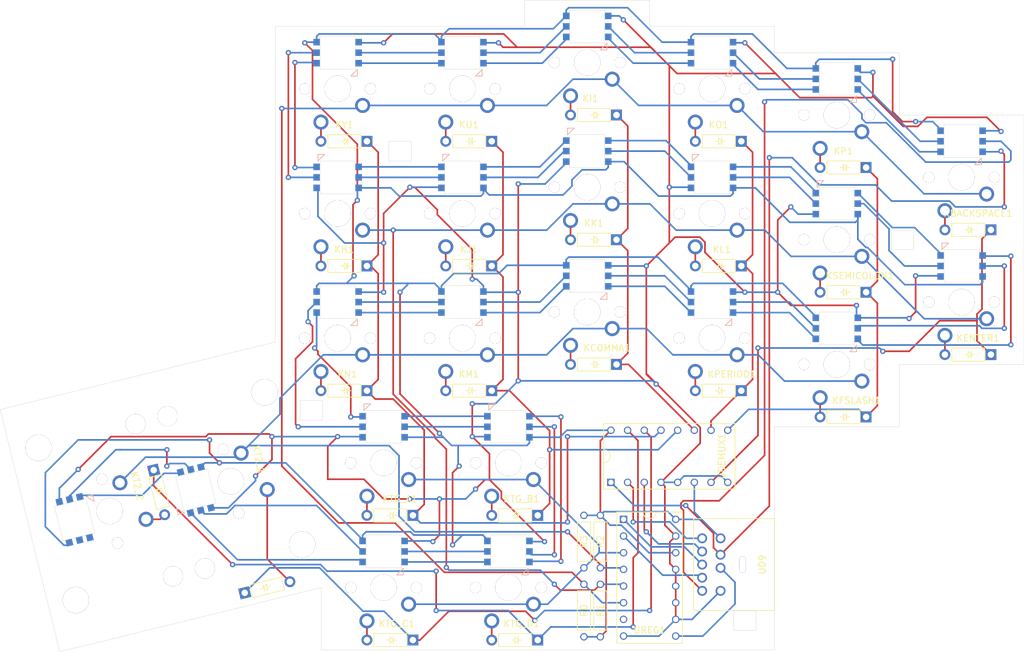
<source format=kicad_pcb>
(kicad_pcb (version 20171130) (host pcbnew "(5.1.10)-1")

  (general
    (thickness 1.6)
    (drawings 36)
    (tracks 792)
    (zones 0)
    (modules 30)
    (nets 92)
  )

  (page A4)
  (layers
    (0 F.Cu signal)
    (31 B.Cu signal)
    (32 B.Adhes user)
    (33 F.Adhes user)
    (34 B.Paste user)
    (35 F.Paste user)
    (36 B.SilkS user)
    (37 F.SilkS user)
    (38 B.Mask user)
    (39 F.Mask user)
    (40 Dwgs.User user)
    (41 Cmts.User user)
    (42 Eco1.User user)
    (43 Eco2.User user)
    (44 Edge.Cuts user)
    (45 Margin user)
    (46 B.CrtYd user)
    (47 F.CrtYd user)
    (48 B.Fab user)
    (49 F.Fab user)
  )

  (setup
    (last_trace_width 0.25)
    (trace_clearance 0.2)
    (zone_clearance 0.508)
    (zone_45_only no)
    (trace_min 0.2)
    (via_size 0.8)
    (via_drill 0.4)
    (via_min_size 0.4)
    (via_min_drill 0.3)
    (uvia_size 0.3)
    (uvia_drill 0.1)
    (uvias_allowed no)
    (uvia_min_size 0.2)
    (uvia_min_drill 0.1)
    (edge_width 0.05)
    (segment_width 0.2)
    (pcb_text_width 0.3)
    (pcb_text_size 1.5 1.5)
    (mod_edge_width 0.12)
    (mod_text_size 1 1)
    (mod_text_width 0.15)
    (pad_size 1.524 1.524)
    (pad_drill 0.762)
    (pad_to_mask_clearance 0)
    (aux_axis_origin 0 0)
    (visible_elements 7FFFFFFF)
    (pcbplotparams
      (layerselection 0x010f0_ffffffff)
      (usegerberextensions false)
      (usegerberattributes true)
      (usegerberadvancedattributes true)
      (creategerberjobfile true)
      (excludeedgelayer true)
      (linewidth 0.100000)
      (plotframeref false)
      (viasonmask false)
      (mode 1)
      (useauxorigin false)
      (hpglpennumber 1)
      (hpglpenspeed 20)
      (hpglpendiameter 15.000000)
      (psnegative false)
      (psa4output false)
      (plotreference true)
      (plotvalue true)
      (plotinvisibletext false)
      (padsonsilk false)
      (subtractmaskfromsilk false)
      (outputformat 1)
      (mirror false)
      (drillshape 0)
      (scaleselection 1)
      (outputdirectory "RightHand/"))
  )

  (net 0 "")
  (net 1 C0)
  (net 2 "Net-(KBACKSPACE1-Pad2)")
  (net 3 R7)
  (net 4 VCC)
  (net 5 "Net-(KBACKSPACE1-Pad6)")
  (net 6 "Net-(KBACKSPACE1-Pad7)")
  (net 7 GND)
  (net 8 CLK_L)
  (net 9 S0_DL)
  (net 10 "Net-(KCOMMA1-Pad10)")
  (net 11 "Net-(KCOMMA1-Pad9)")
  (net 12 "Net-(KCOMMA1-Pad7)")
  (net 13 "Net-(KCOMMA1-Pad6)")
  (net 14 R4)
  (net 15 "Net-(KCOMMA1-Pad2)")
  (net 16 C2)
  (net 17 C1)
  (net 18 "Net-(KENTER1-Pad2)")
  (net 19 "Net-(KENTER1-Pad6)")
  (net 20 "Net-(KENTER1-Pad7)")
  (net 21 "Net-(KENTER1-Pad9)")
  (net 22 "Net-(KENTER1-Pad10)")
  (net 23 "Net-(KFSLASH1-Pad7)")
  (net 24 "Net-(KFSLASH1-Pad6)")
  (net 25 R6)
  (net 26 "Net-(KFSLASH1-Pad2)")
  (net 27 "Net-(KH1-Pad10)")
  (net 28 "Net-(KH1-Pad9)")
  (net 29 "Net-(KH1-Pad7)")
  (net 30 "Net-(KH1-Pad6)")
  (net 31 R2)
  (net 32 "Net-(KH1-Pad2)")
  (net 33 "Net-(KI1-Pad10)")
  (net 34 "Net-(KI1-Pad9)")
  (net 35 "Net-(KI1-Pad7)")
  (net 36 "Net-(KI1-Pad6)")
  (net 37 "Net-(KI1-Pad2)")
  (net 38 "Net-(KJ1-Pad2)")
  (net 39 R3)
  (net 40 "Net-(KJ1-Pad6)")
  (net 41 "Net-(KJ1-Pad7)")
  (net 42 "Net-(KK1-Pad2)")
  (net 43 "Net-(KK1-Pad6)")
  (net 44 "Net-(KK1-Pad7)")
  (net 45 "Net-(KL1-Pad2)")
  (net 46 "Net-(KL1-Pad6)")
  (net 47 "Net-(KL1-Pad7)")
  (net 48 "Net-(KM1-Pad2)")
  (net 49 "Net-(KM1-Pad6)")
  (net 50 "Net-(KM1-Pad7)")
  (net 51 "Net-(KN1-Pad7)")
  (net 52 "Net-(KN1-Pad6)")
  (net 53 "Net-(KN1-Pad2)")
  (net 54 "Net-(KO1-Pad2)")
  (net 55 "Net-(KO1-Pad9)")
  (net 56 "Net-(KO1-Pad10)")
  (net 57 "Net-(KP1-Pad2)")
  (net 58 "Net-(KPERIOD1-Pad2)")
  (net 59 R5)
  (net 60 "Net-(KSEMICOLON1-Pad2)")
  (net 61 "Net-(KT2_1-Pad10)")
  (net 62 "Net-(KT2_1-Pad9)")
  (net 63 "Net-(KT2_1-Pad7)")
  (net 64 "Net-(KT2_1-Pad6)")
  (net 65 R1)
  (net 66 "Net-(KT2_1-Pad2)")
  (net 67 "Net-(KT2_2-Pad7)")
  (net 68 "Net-(KT2_2-Pad6)")
  (net 69 R0)
  (net 70 "Net-(KT2_2-Pad2)")
  (net 71 "Net-(KTG_A1-Pad7)")
  (net 72 "Net-(KTG_A1-Pad6)")
  (net 73 "Net-(KTG_A1-Pad2)")
  (net 74 C3)
  (net 75 "Net-(KTG_B1-Pad7)")
  (net 76 "Net-(KTG_B1-Pad6)")
  (net 77 "Net-(KTG_B1-Pad2)")
  (net 78 "Net-(KTG_C1-Pad2)")
  (net 79 "Net-(KTG_C1-Pad9)")
  (net 80 "Net-(KTG_C1-Pad10)")
  (net 81 "Net-(KTG_D1-Pad2)")
  (net 82 "Net-(KU1-Pad2)")
  (net 83 "Net-(KU1-Pad6)")
  (net 84 "Net-(KU1-Pad7)")
  (net 85 "Net-(KY1-Pad2)")
  (net 86 RX)
  (net 87 CLK_C)
  (net 88 SH_LD)
  (net 89 S2)
  (net 90 S1)
  (net 91 "Net-(UREG1-Pad7)")

  (net_class Default "This is the default net class."
    (clearance 0.2)
    (trace_width 0.25)
    (via_dia 0.8)
    (via_drill 0.4)
    (uvia_dia 0.3)
    (uvia_drill 0.1)
    (add_net C0)
    (add_net C1)
    (add_net C2)
    (add_net C3)
    (add_net CLK_C)
    (add_net CLK_L)
    (add_net GND)
    (add_net "Net-(KBACKSPACE1-Pad2)")
    (add_net "Net-(KBACKSPACE1-Pad6)")
    (add_net "Net-(KBACKSPACE1-Pad7)")
    (add_net "Net-(KCOMMA1-Pad10)")
    (add_net "Net-(KCOMMA1-Pad2)")
    (add_net "Net-(KCOMMA1-Pad6)")
    (add_net "Net-(KCOMMA1-Pad7)")
    (add_net "Net-(KCOMMA1-Pad9)")
    (add_net "Net-(KENTER1-Pad10)")
    (add_net "Net-(KENTER1-Pad2)")
    (add_net "Net-(KENTER1-Pad6)")
    (add_net "Net-(KENTER1-Pad7)")
    (add_net "Net-(KENTER1-Pad9)")
    (add_net "Net-(KFSLASH1-Pad2)")
    (add_net "Net-(KFSLASH1-Pad6)")
    (add_net "Net-(KFSLASH1-Pad7)")
    (add_net "Net-(KH1-Pad10)")
    (add_net "Net-(KH1-Pad2)")
    (add_net "Net-(KH1-Pad6)")
    (add_net "Net-(KH1-Pad7)")
    (add_net "Net-(KH1-Pad9)")
    (add_net "Net-(KI1-Pad10)")
    (add_net "Net-(KI1-Pad2)")
    (add_net "Net-(KI1-Pad6)")
    (add_net "Net-(KI1-Pad7)")
    (add_net "Net-(KI1-Pad9)")
    (add_net "Net-(KJ1-Pad2)")
    (add_net "Net-(KJ1-Pad6)")
    (add_net "Net-(KJ1-Pad7)")
    (add_net "Net-(KK1-Pad2)")
    (add_net "Net-(KK1-Pad6)")
    (add_net "Net-(KK1-Pad7)")
    (add_net "Net-(KL1-Pad2)")
    (add_net "Net-(KL1-Pad6)")
    (add_net "Net-(KL1-Pad7)")
    (add_net "Net-(KM1-Pad2)")
    (add_net "Net-(KM1-Pad6)")
    (add_net "Net-(KM1-Pad7)")
    (add_net "Net-(KN1-Pad2)")
    (add_net "Net-(KN1-Pad6)")
    (add_net "Net-(KN1-Pad7)")
    (add_net "Net-(KO1-Pad10)")
    (add_net "Net-(KO1-Pad2)")
    (add_net "Net-(KO1-Pad9)")
    (add_net "Net-(KP1-Pad2)")
    (add_net "Net-(KPERIOD1-Pad2)")
    (add_net "Net-(KSEMICOLON1-Pad2)")
    (add_net "Net-(KT2_1-Pad10)")
    (add_net "Net-(KT2_1-Pad2)")
    (add_net "Net-(KT2_1-Pad6)")
    (add_net "Net-(KT2_1-Pad7)")
    (add_net "Net-(KT2_1-Pad9)")
    (add_net "Net-(KT2_2-Pad2)")
    (add_net "Net-(KT2_2-Pad6)")
    (add_net "Net-(KT2_2-Pad7)")
    (add_net "Net-(KTG_A1-Pad2)")
    (add_net "Net-(KTG_A1-Pad6)")
    (add_net "Net-(KTG_A1-Pad7)")
    (add_net "Net-(KTG_B1-Pad2)")
    (add_net "Net-(KTG_B1-Pad6)")
    (add_net "Net-(KTG_B1-Pad7)")
    (add_net "Net-(KTG_C1-Pad10)")
    (add_net "Net-(KTG_C1-Pad2)")
    (add_net "Net-(KTG_C1-Pad9)")
    (add_net "Net-(KTG_D1-Pad2)")
    (add_net "Net-(KU1-Pad2)")
    (add_net "Net-(KU1-Pad6)")
    (add_net "Net-(KU1-Pad7)")
    (add_net "Net-(KY1-Pad2)")
    (add_net "Net-(UREG1-Pad7)")
    (add_net R0)
    (add_net R1)
    (add_net R2)
    (add_net R3)
    (add_net R4)
    (add_net R5)
    (add_net R6)
    (add_net R7)
    (add_net RX)
    (add_net S0_DL)
    (add_net S1)
    (add_net S2)
    (add_net SH_LD)
    (add_net VCC)
  )

  (module Mini:DualInlineMicrochip2x8 (layer F.Cu) (tedit 60D9FEF7) (tstamp 60DA6EF8)
    (at 147.5 88)
    (path /60D92831)
    (fp_text reference UREG1 (at 0 8) (layer F.SilkS)
      (effects (font (size 1 1) (thickness 0.15)))
    )
    (fp_text value ParallelLoadShiftRegister (at 0 -11.5) (layer F.Fab) hide
      (effects (font (size 1 1) (thickness 0.15)))
    )
    (fp_line (start -5 10) (end -5 -10) (layer F.SilkS) (width 0.12))
    (fp_line (start 5 10) (end -5 10) (layer F.SilkS) (width 0.12))
    (fp_line (start 5 -10) (end 5 10) (layer F.SilkS) (width 0.12))
    (fp_line (start -5 -10) (end 5 -10) (layer F.SilkS) (width 0.12))
    (fp_arc (start 0 -10) (end -1 -10) (angle -180) (layer F.SilkS) (width 0.12))
    (pad 16 thru_hole circle (at 3.97 -8.89) (size 1.13 1.13) (drill 0.78) (layers *.Cu *.Mask)
      (net 4 VCC))
    (pad 15 thru_hole circle (at 3.97 -6.35) (size 1.13 1.13) (drill 0.78) (layers *.Cu *.Mask)
      (net 7 GND))
    (pad 14 thru_hole circle (at 3.97 -3.81) (size 1.13 1.13) (drill 0.78) (layers *.Cu *.Mask)
      (net 4 VCC))
    (pad 13 thru_hole circle (at 3.97 -1.27) (size 1.13 1.13) (drill 0.78) (layers *.Cu *.Mask)
      (net 7 GND))
    (pad 12 thru_hole circle (at 3.97 1.27) (size 1.13 1.13) (drill 0.78) (layers *.Cu *.Mask)
      (net 7 GND))
    (pad 11 thru_hole circle (at 3.97 3.81) (size 1.13 1.13) (drill 0.78) (layers *.Cu *.Mask)
      (net 7 GND))
    (pad 10 thru_hole circle (at 3.97 6.35) (size 1.13 1.13) (drill 0.78) (layers *.Cu *.Mask)
      (net 7 GND))
    (pad 9 thru_hole circle (at 3.97 8.89) (size 1.13 1.13) (drill 0.78) (layers *.Cu *.Mask)
      (net 86 RX))
    (pad 8 thru_hole circle (at -3.97 8.89) (size 1.13 1.13) (drill 0.78) (layers *.Cu *.Mask)
      (net 7 GND))
    (pad 7 thru_hole circle (at -3.97 6.35) (size 1.13 1.13) (drill 0.78) (layers *.Cu *.Mask)
      (net 91 "Net-(UREG1-Pad7)"))
    (pad 6 thru_hole circle (at -3.97 3.81) (size 1.13 1.13) (drill 0.78) (layers *.Cu *.Mask)
      (net 1 C0))
    (pad 5 thru_hole circle (at -3.97 1.27) (size 1.13 1.13) (drill 0.78) (layers *.Cu *.Mask)
      (net 17 C1))
    (pad 4 thru_hole circle (at -3.97 -1.27) (size 1.13 1.13) (drill 0.78) (layers *.Cu *.Mask)
      (net 16 C2))
    (pad 3 thru_hole circle (at -3.97 -3.81) (size 1.13 1.13) (drill 0.78) (layers *.Cu *.Mask)
      (net 74 C3))
    (pad 2 thru_hole circle (at -3.97 -6.35) (size 1.13 1.13) (drill 0.78) (layers *.Cu *.Mask)
      (net 87 CLK_C))
    (pad 1 thru_hole rect (at -3.97 -8.89) (size 1.13 1.13) (drill 0.78) (layers *.Cu *.Mask)
      (net 88 SH_LD))
  )

  (module Mini:DualInlineMicrochip2x8 (layer F.Cu) (tedit 60D9FEF7) (tstamp 60DA6EDF)
    (at 150.5 69.5 90)
    (path /60D91AF8)
    (fp_text reference UDEMUX1 (at 0 8 90) (layer F.SilkS)
      (effects (font (size 1 1) (thickness 0.15)))
    )
    (fp_text value Demultiplexer (at 0 -11.5 90) (layer F.Fab) hide
      (effects (font (size 1 1) (thickness 0.15)))
    )
    (fp_line (start -5 10) (end -5 -10) (layer F.SilkS) (width 0.12))
    (fp_line (start 5 10) (end -5 10) (layer F.SilkS) (width 0.12))
    (fp_line (start 5 -10) (end 5 10) (layer F.SilkS) (width 0.12))
    (fp_line (start -5 -10) (end 5 -10) (layer F.SilkS) (width 0.12))
    (fp_arc (start 0 -10) (end -1 -10) (angle -180) (layer F.SilkS) (width 0.12))
    (pad 16 thru_hole circle (at 3.97 -8.89 90) (size 1.13 1.13) (drill 0.78) (layers *.Cu *.Mask)
      (net 4 VCC))
    (pad 15 thru_hole circle (at 3.97 -6.35 90) (size 1.13 1.13) (drill 0.78) (layers *.Cu *.Mask)
      (net 69 R0))
    (pad 14 thru_hole circle (at 3.97 -3.81 90) (size 1.13 1.13) (drill 0.78) (layers *.Cu *.Mask)
      (net 65 R1))
    (pad 13 thru_hole circle (at 3.97 -1.27 90) (size 1.13 1.13) (drill 0.78) (layers *.Cu *.Mask)
      (net 31 R2))
    (pad 12 thru_hole circle (at 3.97 1.27 90) (size 1.13 1.13) (drill 0.78) (layers *.Cu *.Mask)
      (net 39 R3))
    (pad 11 thru_hole circle (at 3.97 3.81 90) (size 1.13 1.13) (drill 0.78) (layers *.Cu *.Mask)
      (net 14 R4))
    (pad 10 thru_hole circle (at 3.97 6.35 90) (size 1.13 1.13) (drill 0.78) (layers *.Cu *.Mask)
      (net 59 R5))
    (pad 9 thru_hole circle (at 3.97 8.89 90) (size 1.13 1.13) (drill 0.78) (layers *.Cu *.Mask)
      (net 25 R6))
    (pad 8 thru_hole circle (at -3.97 8.89 90) (size 1.13 1.13) (drill 0.78) (layers *.Cu *.Mask)
      (net 7 GND))
    (pad 7 thru_hole circle (at -3.97 6.35 90) (size 1.13 1.13) (drill 0.78) (layers *.Cu *.Mask)
      (net 3 R7))
    (pad 6 thru_hole circle (at -3.97 3.81 90) (size 1.13 1.13) (drill 0.78) (layers *.Cu *.Mask)
      (net 4 VCC))
    (pad 5 thru_hole circle (at -3.97 1.27 90) (size 1.13 1.13) (drill 0.78) (layers *.Cu *.Mask)
      (net 7 GND))
    (pad 4 thru_hole circle (at -3.97 -1.27 90) (size 1.13 1.13) (drill 0.78) (layers *.Cu *.Mask)
      (net 7 GND))
    (pad 3 thru_hole circle (at -3.97 -3.81 90) (size 1.13 1.13) (drill 0.78) (layers *.Cu *.Mask)
      (net 89 S2))
    (pad 2 thru_hole circle (at -3.97 -6.35 90) (size 1.13 1.13) (drill 0.78) (layers *.Cu *.Mask)
      (net 90 S1))
    (pad 1 thru_hole rect (at -3.97 -8.89 90) (size 1.13 1.13) (drill 0.78) (layers *.Cu *.Mask)
      (net 9 S0_DL))
  )

  (module Mini:MiniDin9 (layer F.Cu) (tedit 60D84EDA) (tstamp 60DA6EC6)
    (at 161.65 86 90)
    (path /60D91131)
    (fp_text reference UD9 (at 0 3 90) (layer F.SilkS)
      (effects (font (size 1 1) (thickness 0.15)))
    )
    (fp_text value MiniDINN9 (at 0 -9 90) (layer F.Fab)
      (effects (font (size 1 1) (thickness 0.15)))
    )
    (fp_line (start -7 4.85) (end -7 -7.45) (layer F.SilkS) (width 0.12))
    (fp_line (start -7 -7.45) (end 7 -7.45) (layer F.SilkS) (width 0.12))
    (fp_line (start 7 4.85) (end 7 -7.45) (layer F.SilkS) (width 0.12))
    (fp_line (start -7 4.85) (end 7 4.85) (layer F.SilkS) (width 0.12))
    (pad 7 thru_hole circle (at 4 -6.15 90) (size 1.5 1.5) (drill 1) (layers *.Cu *.Mask)
      (net 90 S1))
    (pad 4 thru_hole circle (at 2 -6.15 90) (size 1.5 1.5) (drill 1) (layers *.Cu *.Mask)
      (net 89 S2))
    (pad 5 thru_hole circle (at 0 -6.15 90) (size 1.5 1.5) (drill 1) (layers *.Cu *.Mask)
      (net 88 SH_LD))
    (pad 8 thru_hole circle (at -2 -6.15 90) (size 1.5 1.5) (drill 1) (layers *.Cu *.Mask)
      (net 87 CLK_C))
    (pad 9 thru_hole circle (at -4 -6.15 90) (size 1.5 1.5) (drill 1) (layers *.Cu *.Mask)
      (net 8 CLK_L))
    (pad 6 thru_hole circle (at -4 -3.35 90) (size 1.5 1.5) (drill 1) (layers *.Cu *.Mask)
      (net 7 GND))
    (pad 3 thru_hole circle (at 4 -3.35 90) (size 1.5 1.5) (drill 1) (layers *.Cu *.Mask)
      (net 4 VCC))
    (pad 1 thru_hole circle (at 1.5 -3.35 90) (size 1.5 1.5) (drill 1) (layers *.Cu *.Mask)
      (net 9 S0_DL))
    (pad 2 thru_hole circle (at -0.5 -3.35 90) (size 1.5 1.5) (drill 1) (layers *.Cu *.Mask)
      (net 86 RX))
    (pad HOLE thru_hole oval (at 0 0 90) (size 2.5 1) (drill oval 2.5 1) (layers *.Cu *.Mask))
  )

  (module Mini:PullupResistor (layer F.Cu) (tedit 60DA0034) (tstamp 60DA84A4)
    (at 137.5 82.5 270)
    (path /60D94BA3)
    (fp_text reference R3 (at 0 0 90) (layer F.SilkS)
      (effects (font (size 1 1) (thickness 0.15)))
    )
    (fp_text value R (at 0 -2.5 90) (layer F.Fab)
      (effects (font (size 1 1) (thickness 0.15)))
    )
    (fp_line (start 3 -1) (end -3 -1) (layer F.SilkS) (width 0.12))
    (fp_line (start 3 1) (end 3 -1) (layer F.SilkS) (width 0.12))
    (fp_line (start -3 1) (end 3 1) (layer F.SilkS) (width 0.12))
    (fp_line (start -3 -1) (end -3 1) (layer F.SilkS) (width 0.12))
    (pad 2 thru_hole circle (at -4 0 270) (size 1.13 1.13) (drill 0.78) (layers *.Cu *.Mask)
      (net 4 VCC))
    (pad 1 thru_hole circle (at 4 0 270) (size 1.13 1.13) (drill 0.78) (layers *.Cu *.Mask)
      (net 74 C3))
  )

  (module Mini:PullupResistor (layer F.Cu) (tedit 60DA0034) (tstamp 60DA6EAA)
    (at 140 82.5 270)
    (path /60D94491)
    (fp_text reference R2 (at 0 0 90) (layer F.SilkS)
      (effects (font (size 1 1) (thickness 0.15)))
    )
    (fp_text value R (at 0 -2.5 90) (layer F.Fab)
      (effects (font (size 1 1) (thickness 0.15)))
    )
    (fp_line (start 3 -1) (end -3 -1) (layer F.SilkS) (width 0.12))
    (fp_line (start 3 1) (end 3 -1) (layer F.SilkS) (width 0.12))
    (fp_line (start -3 1) (end 3 1) (layer F.SilkS) (width 0.12))
    (fp_line (start -3 -1) (end -3 1) (layer F.SilkS) (width 0.12))
    (pad 2 thru_hole circle (at -4 0 270) (size 1.13 1.13) (drill 0.78) (layers *.Cu *.Mask)
      (net 4 VCC))
    (pad 1 thru_hole circle (at 4 0 270) (size 1.13 1.13) (drill 0.78) (layers *.Cu *.Mask)
      (net 16 C2))
  )

  (module Mini:PullupResistor (layer F.Cu) (tedit 60DA0034) (tstamp 60DA6EA0)
    (at 140 93 90)
    (path /60D93D8F)
    (fp_text reference R1 (at 0 0 90) (layer F.SilkS)
      (effects (font (size 1 1) (thickness 0.15)))
    )
    (fp_text value R (at 0 -2.5 90) (layer F.Fab)
      (effects (font (size 1 1) (thickness 0.15)))
    )
    (fp_line (start 3 -1) (end -3 -1) (layer F.SilkS) (width 0.12))
    (fp_line (start 3 1) (end 3 -1) (layer F.SilkS) (width 0.12))
    (fp_line (start -3 1) (end 3 1) (layer F.SilkS) (width 0.12))
    (fp_line (start -3 -1) (end -3 1) (layer F.SilkS) (width 0.12))
    (pad 2 thru_hole circle (at -4 0 90) (size 1.13 1.13) (drill 0.78) (layers *.Cu *.Mask)
      (net 4 VCC))
    (pad 1 thru_hole circle (at 4 0 90) (size 1.13 1.13) (drill 0.78) (layers *.Cu *.Mask)
      (net 17 C1))
  )

  (module Mini:PullupResistor (layer F.Cu) (tedit 60DA0034) (tstamp 60DA6E96)
    (at 137.5 93 270)
    (path /60D9333B)
    (fp_text reference R0 (at 0 0 90) (layer F.SilkS)
      (effects (font (size 1 1) (thickness 0.15)))
    )
    (fp_text value R (at 0 -2.5 90) (layer F.Fab)
      (effects (font (size 1 1) (thickness 0.15)))
    )
    (fp_line (start 3 -1) (end -3 -1) (layer F.SilkS) (width 0.12))
    (fp_line (start 3 1) (end 3 -1) (layer F.SilkS) (width 0.12))
    (fp_line (start -3 1) (end 3 1) (layer F.SilkS) (width 0.12))
    (fp_line (start -3 -1) (end -3 1) (layer F.SilkS) (width 0.12))
    (pad 2 thru_hole circle (at -4 0 270) (size 1.13 1.13) (drill 0.78) (layers *.Cu *.Mask)
      (net 1 C0))
    (pad 1 thru_hole circle (at 4 0 270) (size 1.13 1.13) (drill 0.78) (layers *.Cu *.Mask)
      (net 4 VCC))
  )

  (module Mini:KeyLedDiodeR2L (layer F.Cu) (tedit 611B2FF1) (tstamp 60DA6E8C)
    (at 100 13.5)
    (path /60D94E5E)
    (fp_text reference KY1 (at 1 5.5) (layer F.SilkS)
      (effects (font (size 1 1) (thickness 0.15)))
    )
    (fp_text value KeyLedDiode (at 0 -11) (layer F.Fab) hide
      (effects (font (size 1 1) (thickness 0.15)))
    )
    (fp_line (start -2.675 -3) (end -2.675 -8) (layer Edge.Cuts) (width 0.05))
    (fp_line (start 2.675 -3) (end -2.675 -3) (layer Edge.Cuts) (width 0.05))
    (fp_line (start 2.675 -8) (end 2.675 -3) (layer Edge.Cuts) (width 0.05))
    (fp_line (start -2.675 -8) (end 2.675 -8) (layer Edge.Cuts) (width 0.05))
    (fp_line (start 3.5 7) (end -1.5 7) (layer F.SilkS) (width 0.12))
    (fp_line (start 3.5 9) (end 3.5 7) (layer F.SilkS) (width 0.12))
    (fp_line (start -1.5 9) (end 3.5 9) (layer F.SilkS) (width 0.12))
    (fp_line (start -1.5 7) (end -1.5 9) (layer F.SilkS) (width 0.12))
    (fp_line (start -7 7) (end -7 -7) (layer Eco1.User) (width 0.12))
    (fp_line (start 7 7) (end -7 7) (layer Eco1.User) (width 0.12))
    (fp_line (start 7 -7) (end 7 7) (layer Eco1.User) (width 0.12))
    (fp_line (start -7 -7) (end 7 -7) (layer Eco1.User) (width 0.12))
    (fp_line (start 3 -2.93) (end 2 -1.93) (layer B.SilkS) (width 0.12))
    (fp_line (start 3 -1.93) (end 3 -2.93) (layer B.SilkS) (width 0.12))
    (fp_line (start 2 -1.93) (end 3 -1.93) (layer B.SilkS) (width 0.12))
    (fp_line (start 1.5 7.5) (end 1.5 8.5) (layer F.SilkS) (width 0.12))
    (fp_line (start 1.5 8.5) (end 1.5 8) (layer F.SilkS) (width 0.12))
    (fp_line (start 1.5 8) (end 1 7.5) (layer F.SilkS) (width 0.12))
    (fp_line (start 1 7.5) (end 1 8.5) (layer F.SilkS) (width 0.12))
    (fp_line (start 1 8.5) (end 1.5 8) (layer F.SilkS) (width 0.12))
    (fp_line (start 1.5 8) (end 2 8) (layer F.SilkS) (width 0.12))
    (fp_line (start 1 8) (end 0.5 8) (layer F.SilkS) (width 0.12))
    (pad HOLE thru_hole circle (at 0 0) (size 4 4) (drill 4) (layers *.Cu *.Mask))
    (pad POST thru_hole circle (at -5 0) (size 1.7 1.7) (drill 1.7) (layers *.Cu *.Mask))
    (pad POST thru_hole circle (at 5 0) (size 1.7 1.7) (drill 1.7) (layers *.Cu *.Mask))
    (pad 1 thru_hole circle (at 3.81 2.54) (size 2.286 2.286) (drill 1.5) (layers *.Cu *.Mask)
      (net 1 C0))
    (pad 2 thru_hole circle (at -2.54 5.08) (size 2.286 2.286) (drill 1.5) (layers *.Cu *.Mask)
      (net 85 "Net-(KY1-Pad2)"))
    (pad 3 thru_hole circle (at -2.54 8) (size 1.651 1.651) (drill 0.9906) (layers *.Cu *.Mask)
      (net 85 "Net-(KY1-Pad2)"))
    (pad 4 thru_hole rect (at 4.46 8) (size 1.651 1.651) (drill 0.9906) (layers *.Cu *.Mask)
      (net 31 R2))
    (pad 5 smd rect (at -3.2 -7.1) (size 1 1) (layers B.Cu B.Paste B.Mask)
      (net 4 VCC))
    (pad 6 smd rect (at -3.2 -5.5) (size 1 1) (layers B.Cu B.Paste B.Mask)
      (net 28 "Net-(KH1-Pad9)"))
    (pad 7 smd rect (at -3.2 -3.9) (size 1 1) (layers B.Cu B.Paste B.Mask)
      (net 27 "Net-(KH1-Pad10)"))
    (pad 8 smd rect (at 3.2 -7.1) (size 1 1) (layers B.Cu B.Paste B.Mask)
      (net 7 GND))
    (pad 9 smd rect (at 3.2 -5.5) (size 1 1) (layers B.Cu B.Paste B.Mask)
      (net 83 "Net-(KU1-Pad6)"))
    (pad 10 smd rect (at 3.2 -3.9) (size 1 1) (layers B.Cu B.Paste B.Mask)
      (net 84 "Net-(KU1-Pad7)"))
  )

  (module Mini:KeyLedDiodeR2L (layer F.Cu) (tedit 611B2FF1) (tstamp 60DA6E74)
    (at 119 13.5)
    (path /60D957F4)
    (fp_text reference KU1 (at 1 5.5) (layer F.SilkS)
      (effects (font (size 1 1) (thickness 0.15)))
    )
    (fp_text value KeyLedDiode (at 0 -11) (layer F.Fab) hide
      (effects (font (size 1 1) (thickness 0.15)))
    )
    (fp_line (start -2.675 -3) (end -2.675 -8) (layer Edge.Cuts) (width 0.05))
    (fp_line (start 2.675 -3) (end -2.675 -3) (layer Edge.Cuts) (width 0.05))
    (fp_line (start 2.675 -8) (end 2.675 -3) (layer Edge.Cuts) (width 0.05))
    (fp_line (start -2.675 -8) (end 2.675 -8) (layer Edge.Cuts) (width 0.05))
    (fp_line (start 3.5 7) (end -1.5 7) (layer F.SilkS) (width 0.12))
    (fp_line (start 3.5 9) (end 3.5 7) (layer F.SilkS) (width 0.12))
    (fp_line (start -1.5 9) (end 3.5 9) (layer F.SilkS) (width 0.12))
    (fp_line (start -1.5 7) (end -1.5 9) (layer F.SilkS) (width 0.12))
    (fp_line (start -7 7) (end -7 -7) (layer Eco1.User) (width 0.12))
    (fp_line (start 7 7) (end -7 7) (layer Eco1.User) (width 0.12))
    (fp_line (start 7 -7) (end 7 7) (layer Eco1.User) (width 0.12))
    (fp_line (start -7 -7) (end 7 -7) (layer Eco1.User) (width 0.12))
    (fp_line (start 3 -2.93) (end 2 -1.93) (layer B.SilkS) (width 0.12))
    (fp_line (start 3 -1.93) (end 3 -2.93) (layer B.SilkS) (width 0.12))
    (fp_line (start 2 -1.93) (end 3 -1.93) (layer B.SilkS) (width 0.12))
    (fp_line (start 1.5 7.5) (end 1.5 8.5) (layer F.SilkS) (width 0.12))
    (fp_line (start 1.5 8.5) (end 1.5 8) (layer F.SilkS) (width 0.12))
    (fp_line (start 1.5 8) (end 1 7.5) (layer F.SilkS) (width 0.12))
    (fp_line (start 1 7.5) (end 1 8.5) (layer F.SilkS) (width 0.12))
    (fp_line (start 1 8.5) (end 1.5 8) (layer F.SilkS) (width 0.12))
    (fp_line (start 1.5 8) (end 2 8) (layer F.SilkS) (width 0.12))
    (fp_line (start 1 8) (end 0.5 8) (layer F.SilkS) (width 0.12))
    (pad HOLE thru_hole circle (at 0 0) (size 4 4) (drill 4) (layers *.Cu *.Mask))
    (pad POST thru_hole circle (at -5 0) (size 1.7 1.7) (drill 1.7) (layers *.Cu *.Mask))
    (pad POST thru_hole circle (at 5 0) (size 1.7 1.7) (drill 1.7) (layers *.Cu *.Mask))
    (pad 1 thru_hole circle (at 3.81 2.54) (size 2.286 2.286) (drill 1.5) (layers *.Cu *.Mask)
      (net 1 C0))
    (pad 2 thru_hole circle (at -2.54 5.08) (size 2.286 2.286) (drill 1.5) (layers *.Cu *.Mask)
      (net 82 "Net-(KU1-Pad2)"))
    (pad 3 thru_hole circle (at -2.54 8) (size 1.651 1.651) (drill 0.9906) (layers *.Cu *.Mask)
      (net 82 "Net-(KU1-Pad2)"))
    (pad 4 thru_hole rect (at 4.46 8) (size 1.651 1.651) (drill 0.9906) (layers *.Cu *.Mask)
      (net 39 R3))
    (pad 5 smd rect (at -3.2 -7.1) (size 1 1) (layers B.Cu B.Paste B.Mask)
      (net 4 VCC))
    (pad 6 smd rect (at -3.2 -5.5) (size 1 1) (layers B.Cu B.Paste B.Mask)
      (net 83 "Net-(KU1-Pad6)"))
    (pad 7 smd rect (at -3.2 -3.9) (size 1 1) (layers B.Cu B.Paste B.Mask)
      (net 84 "Net-(KU1-Pad7)"))
    (pad 8 smd rect (at 3.2 -7.1) (size 1 1) (layers B.Cu B.Paste B.Mask)
      (net 7 GND))
    (pad 9 smd rect (at 3.2 -5.5) (size 1 1) (layers B.Cu B.Paste B.Mask)
      (net 36 "Net-(KI1-Pad6)"))
    (pad 10 smd rect (at 3.2 -3.9) (size 1 1) (layers B.Cu B.Paste B.Mask)
      (net 35 "Net-(KI1-Pad7)"))
  )

  (module Mini:KeyLedDiodeR2L (layer F.Cu) (tedit 611B2FF1) (tstamp 60DA6E5C)
    (at 126 89.5)
    (path /60D9D818)
    (fp_text reference KTG_D1 (at 2 5.5) (layer F.SilkS)
      (effects (font (size 1 1) (thickness 0.15)))
    )
    (fp_text value KeyLedDiode (at 0 -11) (layer F.Fab) hide
      (effects (font (size 1 1) (thickness 0.15)))
    )
    (fp_line (start -2.675 -3) (end -2.675 -8) (layer Edge.Cuts) (width 0.05))
    (fp_line (start 2.675 -3) (end -2.675 -3) (layer Edge.Cuts) (width 0.05))
    (fp_line (start 2.675 -8) (end 2.675 -3) (layer Edge.Cuts) (width 0.05))
    (fp_line (start -2.675 -8) (end 2.675 -8) (layer Edge.Cuts) (width 0.05))
    (fp_line (start 3.5 7) (end -1.5 7) (layer F.SilkS) (width 0.12))
    (fp_line (start 3.5 9) (end 3.5 7) (layer F.SilkS) (width 0.12))
    (fp_line (start -1.5 9) (end 3.5 9) (layer F.SilkS) (width 0.12))
    (fp_line (start -1.5 7) (end -1.5 9) (layer F.SilkS) (width 0.12))
    (fp_line (start -7 7) (end -7 -7) (layer Eco1.User) (width 0.12))
    (fp_line (start 7 7) (end -7 7) (layer Eco1.User) (width 0.12))
    (fp_line (start 7 -7) (end 7 7) (layer Eco1.User) (width 0.12))
    (fp_line (start -7 -7) (end 7 -7) (layer Eco1.User) (width 0.12))
    (fp_line (start 3 -2.93) (end 2 -1.93) (layer B.SilkS) (width 0.12))
    (fp_line (start 3 -1.93) (end 3 -2.93) (layer B.SilkS) (width 0.12))
    (fp_line (start 2 -1.93) (end 3 -1.93) (layer B.SilkS) (width 0.12))
    (fp_line (start 1.5 7.5) (end 1.5 8.5) (layer F.SilkS) (width 0.12))
    (fp_line (start 1.5 8.5) (end 1.5 8) (layer F.SilkS) (width 0.12))
    (fp_line (start 1.5 8) (end 1 7.5) (layer F.SilkS) (width 0.12))
    (fp_line (start 1 7.5) (end 1 8.5) (layer F.SilkS) (width 0.12))
    (fp_line (start 1 8.5) (end 1.5 8) (layer F.SilkS) (width 0.12))
    (fp_line (start 1.5 8) (end 2 8) (layer F.SilkS) (width 0.12))
    (fp_line (start 1 8) (end 0.5 8) (layer F.SilkS) (width 0.12))
    (pad HOLE thru_hole circle (at 0 0) (size 4 4) (drill 4) (layers *.Cu *.Mask))
    (pad POST thru_hole circle (at -5 0) (size 1.7 1.7) (drill 1.7) (layers *.Cu *.Mask))
    (pad POST thru_hole circle (at 5 0) (size 1.7 1.7) (drill 1.7) (layers *.Cu *.Mask))
    (pad 1 thru_hole circle (at 3.81 2.54) (size 2.286 2.286) (drill 1.5) (layers *.Cu *.Mask)
      (net 74 C3))
    (pad 2 thru_hole circle (at -2.54 5.08) (size 2.286 2.286) (drill 1.5) (layers *.Cu *.Mask)
      (net 81 "Net-(KTG_D1-Pad2)"))
    (pad 3 thru_hole circle (at -2.54 8) (size 1.651 1.651) (drill 0.9906) (layers *.Cu *.Mask)
      (net 81 "Net-(KTG_D1-Pad2)"))
    (pad 4 thru_hole rect (at 4.46 8) (size 1.651 1.651) (drill 0.9906) (layers *.Cu *.Mask)
      (net 69 R0))
    (pad 5 smd rect (at -3.2 -7.1) (size 1 1) (layers B.Cu B.Paste B.Mask)
      (net 4 VCC))
    (pad 6 smd rect (at -3.2 -5.5) (size 1 1) (layers B.Cu B.Paste B.Mask)
      (net 79 "Net-(KTG_C1-Pad9)"))
    (pad 7 smd rect (at -3.2 -3.9) (size 1 1) (layers B.Cu B.Paste B.Mask)
      (net 80 "Net-(KTG_C1-Pad10)"))
    (pad 8 smd rect (at 3.2 -7.1) (size 1 1) (layers B.Cu B.Paste B.Mask)
      (net 7 GND))
    (pad 9 smd rect (at 3.2 -5.5) (size 1 1) (layers B.Cu B.Paste B.Mask)
      (net 76 "Net-(KTG_B1-Pad6)"))
    (pad 10 smd rect (at 3.2 -3.9) (size 1 1) (layers B.Cu B.Paste B.Mask)
      (net 75 "Net-(KTG_B1-Pad7)"))
  )

  (module Mini:KeyLedDiodeR2L (layer F.Cu) (tedit 611B2FF1) (tstamp 60DA6E44)
    (at 107 89.5)
    (path /60D9CFDF)
    (fp_text reference KTG_C1 (at 2 5.5) (layer F.SilkS)
      (effects (font (size 1 1) (thickness 0.15)))
    )
    (fp_text value KeyLedDiode (at 0 -11) (layer F.Fab) hide
      (effects (font (size 1 1) (thickness 0.15)))
    )
    (fp_line (start -2.675 -3) (end -2.675 -8) (layer Edge.Cuts) (width 0.05))
    (fp_line (start 2.675 -3) (end -2.675 -3) (layer Edge.Cuts) (width 0.05))
    (fp_line (start 2.675 -8) (end 2.675 -3) (layer Edge.Cuts) (width 0.05))
    (fp_line (start -2.675 -8) (end 2.675 -8) (layer Edge.Cuts) (width 0.05))
    (fp_line (start 3.5 7) (end -1.5 7) (layer F.SilkS) (width 0.12))
    (fp_line (start 3.5 9) (end 3.5 7) (layer F.SilkS) (width 0.12))
    (fp_line (start -1.5 9) (end 3.5 9) (layer F.SilkS) (width 0.12))
    (fp_line (start -1.5 7) (end -1.5 9) (layer F.SilkS) (width 0.12))
    (fp_line (start -7 7) (end -7 -7) (layer Eco1.User) (width 0.12))
    (fp_line (start 7 7) (end -7 7) (layer Eco1.User) (width 0.12))
    (fp_line (start 7 -7) (end 7 7) (layer Eco1.User) (width 0.12))
    (fp_line (start -7 -7) (end 7 -7) (layer Eco1.User) (width 0.12))
    (fp_line (start 3 -2.93) (end 2 -1.93) (layer B.SilkS) (width 0.12))
    (fp_line (start 3 -1.93) (end 3 -2.93) (layer B.SilkS) (width 0.12))
    (fp_line (start 2 -1.93) (end 3 -1.93) (layer B.SilkS) (width 0.12))
    (fp_line (start 1.5 7.5) (end 1.5 8.5) (layer F.SilkS) (width 0.12))
    (fp_line (start 1.5 8.5) (end 1.5 8) (layer F.SilkS) (width 0.12))
    (fp_line (start 1.5 8) (end 1 7.5) (layer F.SilkS) (width 0.12))
    (fp_line (start 1 7.5) (end 1 8.5) (layer F.SilkS) (width 0.12))
    (fp_line (start 1 8.5) (end 1.5 8) (layer F.SilkS) (width 0.12))
    (fp_line (start 1.5 8) (end 2 8) (layer F.SilkS) (width 0.12))
    (fp_line (start 1 8) (end 0.5 8) (layer F.SilkS) (width 0.12))
    (pad HOLE thru_hole circle (at 0 0) (size 4 4) (drill 4) (layers *.Cu *.Mask))
    (pad POST thru_hole circle (at -5 0) (size 1.7 1.7) (drill 1.7) (layers *.Cu *.Mask))
    (pad POST thru_hole circle (at 5 0) (size 1.7 1.7) (drill 1.7) (layers *.Cu *.Mask))
    (pad 1 thru_hole circle (at 3.81 2.54) (size 2.286 2.286) (drill 1.5) (layers *.Cu *.Mask)
      (net 74 C3))
    (pad 2 thru_hole circle (at -2.54 5.08) (size 2.286 2.286) (drill 1.5) (layers *.Cu *.Mask)
      (net 78 "Net-(KTG_C1-Pad2)"))
    (pad 3 thru_hole circle (at -2.54 8) (size 1.651 1.651) (drill 0.9906) (layers *.Cu *.Mask)
      (net 78 "Net-(KTG_C1-Pad2)"))
    (pad 4 thru_hole rect (at 4.46 8) (size 1.651 1.651) (drill 0.9906) (layers *.Cu *.Mask)
      (net 65 R1))
    (pad 5 smd rect (at -3.2 -7.1) (size 1 1) (layers B.Cu B.Paste B.Mask)
      (net 4 VCC))
    (pad 6 smd rect (at -3.2 -5.5) (size 1 1) (layers B.Cu B.Paste B.Mask)
      (net 62 "Net-(KT2_1-Pad9)"))
    (pad 7 smd rect (at -3.2 -3.9) (size 1 1) (layers B.Cu B.Paste B.Mask)
      (net 61 "Net-(KT2_1-Pad10)"))
    (pad 8 smd rect (at 3.2 -7.1) (size 1 1) (layers B.Cu B.Paste B.Mask)
      (net 7 GND))
    (pad 9 smd rect (at 3.2 -5.5) (size 1 1) (layers B.Cu B.Paste B.Mask)
      (net 79 "Net-(KTG_C1-Pad9)"))
    (pad 10 smd rect (at 3.2 -3.9) (size 1 1) (layers B.Cu B.Paste B.Mask)
      (net 80 "Net-(KTG_C1-Pad10)"))
  )

  (module Mini:KeyLedDiodeL2R (layer F.Cu) (tedit 611B2EFA) (tstamp 60DA6E2C)
    (at 126 70.5)
    (path /60D9C8B3)
    (fp_text reference KTG_B1 (at 2 5.5) (layer F.SilkS)
      (effects (font (size 1 1) (thickness 0.15)))
    )
    (fp_text value KeyLedDiode (at 0 -11) (layer F.Fab) hide
      (effects (font (size 1 1) (thickness 0.15)))
    )
    (fp_line (start -2.675 -3) (end -2.675 -8) (layer Edge.Cuts) (width 0.05))
    (fp_line (start 2.675 -3) (end -2.675 -3) (layer Edge.Cuts) (width 0.05))
    (fp_line (start 2.675 -8) (end 2.675 -3) (layer Edge.Cuts) (width 0.05))
    (fp_line (start -2.675 -8) (end 2.675 -8) (layer Edge.Cuts) (width 0.05))
    (fp_line (start 3.5 7) (end -1.5 7) (layer F.SilkS) (width 0.12))
    (fp_line (start 3.5 9) (end 3.5 7) (layer F.SilkS) (width 0.12))
    (fp_line (start -1.5 9) (end 3.5 9) (layer F.SilkS) (width 0.12))
    (fp_line (start -1.5 7) (end -1.5 9) (layer F.SilkS) (width 0.12))
    (fp_line (start -2 -9) (end -3 -9) (layer B.SilkS) (width 0.12))
    (fp_line (start -3 -9) (end -3 -8) (layer B.SilkS) (width 0.12))
    (fp_line (start -3 -8) (end -2 -9) (layer B.SilkS) (width 0.12))
    (fp_line (start -7 -7) (end 7 -7) (layer Eco1.User) (width 0.12))
    (fp_line (start 7 -7) (end 7 7) (layer Eco1.User) (width 0.12))
    (fp_line (start 7 7) (end -7 7) (layer Eco1.User) (width 0.12))
    (fp_line (start -7 7) (end -7 -7) (layer Eco1.User) (width 0.12))
    (fp_line (start 1.5 7.5) (end 1.5 8.5) (layer F.SilkS) (width 0.12))
    (fp_line (start 1.5 8.5) (end 1.5 8) (layer F.SilkS) (width 0.12))
    (fp_line (start 1.5 8) (end 1 7.5) (layer F.SilkS) (width 0.12))
    (fp_line (start 1 7.5) (end 1 8.5) (layer F.SilkS) (width 0.12))
    (fp_line (start 1 8.5) (end 1.5 8) (layer F.SilkS) (width 0.12))
    (fp_line (start 1.5 8) (end 2 8) (layer F.SilkS) (width 0.12))
    (fp_line (start 1 8) (end 0.5 8) (layer F.SilkS) (width 0.12))
    (pad HOLE thru_hole circle (at 0 0) (size 4 4) (drill 4) (layers *.Cu *.Mask))
    (pad POST thru_hole circle (at -5 0) (size 1.7 1.7) (drill 1.7) (layers *.Cu *.Mask))
    (pad POST thru_hole circle (at 5 0) (size 1.7 1.7) (drill 1.7) (layers *.Cu *.Mask))
    (pad 1 thru_hole circle (at 3.81 2.54) (size 2.286 2.286) (drill 1.5) (layers *.Cu *.Mask)
      (net 74 C3))
    (pad 2 thru_hole circle (at -2.54 5.08) (size 2.286 2.286) (drill 1.5) (layers *.Cu *.Mask)
      (net 77 "Net-(KTG_B1-Pad2)"))
    (pad 3 thru_hole circle (at -2.54 8) (size 1.651 1.651) (drill 0.9906) (layers *.Cu *.Mask)
      (net 77 "Net-(KTG_B1-Pad2)"))
    (pad 4 thru_hole rect (at 4.46 8) (size 1.651 1.651) (drill 0.9906) (layers *.Cu *.Mask)
      (net 39 R3))
    (pad 5 smd rect (at 3.2 -3.9) (size 1 1) (layers B.Cu B.Paste B.Mask)
      (net 4 VCC))
    (pad 6 smd rect (at 3.2 -5.5) (size 1 1) (layers B.Cu B.Paste B.Mask)
      (net 76 "Net-(KTG_B1-Pad6)"))
    (pad 7 smd rect (at 3.2 -7.1) (size 1 1) (layers B.Cu B.Paste B.Mask)
      (net 75 "Net-(KTG_B1-Pad7)"))
    (pad 8 smd rect (at -3.2 -3.9) (size 1 1) (layers B.Cu B.Paste B.Mask)
      (net 7 GND))
    (pad 9 smd rect (at -3.2 -5.5) (size 1 1) (layers B.Cu B.Paste B.Mask)
      (net 72 "Net-(KTG_A1-Pad6)"))
    (pad 10 smd rect (at -3.2 -7.1) (size 1 1) (layers B.Cu B.Paste B.Mask)
      (net 71 "Net-(KTG_A1-Pad7)"))
  )

  (module Mini:KeyLedDiodeL2R (layer F.Cu) (tedit 611B2EFA) (tstamp 60DA6E14)
    (at 107 70.5)
    (path /60D9C0A7)
    (fp_text reference KTG_A1 (at 2.5 5.5) (layer F.SilkS)
      (effects (font (size 1 1) (thickness 0.15)))
    )
    (fp_text value KeyLedDiode (at 0 -11) (layer F.Fab) hide
      (effects (font (size 1 1) (thickness 0.15)))
    )
    (fp_line (start -2.675 -3) (end -2.675 -8) (layer Edge.Cuts) (width 0.05))
    (fp_line (start 2.675 -3) (end -2.675 -3) (layer Edge.Cuts) (width 0.05))
    (fp_line (start 2.675 -8) (end 2.675 -3) (layer Edge.Cuts) (width 0.05))
    (fp_line (start -2.675 -8) (end 2.675 -8) (layer Edge.Cuts) (width 0.05))
    (fp_line (start 3.5 7) (end -1.5 7) (layer F.SilkS) (width 0.12))
    (fp_line (start 3.5 9) (end 3.5 7) (layer F.SilkS) (width 0.12))
    (fp_line (start -1.5 9) (end 3.5 9) (layer F.SilkS) (width 0.12))
    (fp_line (start -1.5 7) (end -1.5 9) (layer F.SilkS) (width 0.12))
    (fp_line (start -2 -9) (end -3 -9) (layer B.SilkS) (width 0.12))
    (fp_line (start -3 -9) (end -3 -8) (layer B.SilkS) (width 0.12))
    (fp_line (start -3 -8) (end -2 -9) (layer B.SilkS) (width 0.12))
    (fp_line (start -7 -7) (end 7 -7) (layer Eco1.User) (width 0.12))
    (fp_line (start 7 -7) (end 7 7) (layer Eco1.User) (width 0.12))
    (fp_line (start 7 7) (end -7 7) (layer Eco1.User) (width 0.12))
    (fp_line (start -7 7) (end -7 -7) (layer Eco1.User) (width 0.12))
    (fp_line (start 1.5 7.5) (end 1.5 8.5) (layer F.SilkS) (width 0.12))
    (fp_line (start 1.5 8.5) (end 1.5 8) (layer F.SilkS) (width 0.12))
    (fp_line (start 1.5 8) (end 1 7.5) (layer F.SilkS) (width 0.12))
    (fp_line (start 1 7.5) (end 1 8.5) (layer F.SilkS) (width 0.12))
    (fp_line (start 1 8.5) (end 1.5 8) (layer F.SilkS) (width 0.12))
    (fp_line (start 1.5 8) (end 2 8) (layer F.SilkS) (width 0.12))
    (fp_line (start 1 8) (end 0.5 8) (layer F.SilkS) (width 0.12))
    (pad HOLE thru_hole circle (at 0 0) (size 4 4) (drill 4) (layers *.Cu *.Mask))
    (pad POST thru_hole circle (at -5 0) (size 1.7 1.7) (drill 1.7) (layers *.Cu *.Mask))
    (pad POST thru_hole circle (at 5 0) (size 1.7 1.7) (drill 1.7) (layers *.Cu *.Mask))
    (pad 1 thru_hole circle (at 3.81 2.54) (size 2.286 2.286) (drill 1.5) (layers *.Cu *.Mask)
      (net 74 C3))
    (pad 2 thru_hole circle (at -2.54 5.08) (size 2.286 2.286) (drill 1.5) (layers *.Cu *.Mask)
      (net 73 "Net-(KTG_A1-Pad2)"))
    (pad 3 thru_hole circle (at -2.54 8) (size 1.651 1.651) (drill 0.9906) (layers *.Cu *.Mask)
      (net 73 "Net-(KTG_A1-Pad2)"))
    (pad 4 thru_hole rect (at 4.46 8) (size 1.651 1.651) (drill 0.9906) (layers *.Cu *.Mask)
      (net 31 R2))
    (pad 5 smd rect (at 3.2 -3.9) (size 1 1) (layers B.Cu B.Paste B.Mask)
      (net 4 VCC))
    (pad 6 smd rect (at 3.2 -5.5) (size 1 1) (layers B.Cu B.Paste B.Mask)
      (net 72 "Net-(KTG_A1-Pad6)"))
    (pad 7 smd rect (at 3.2 -7.1) (size 1 1) (layers B.Cu B.Paste B.Mask)
      (net 71 "Net-(KTG_A1-Pad7)"))
    (pad 8 smd rect (at -3.2 -3.9) (size 1 1) (layers B.Cu B.Paste B.Mask)
      (net 7 GND))
    (pad 9 smd rect (at -3.2 -5.5) (size 1 1) (layers B.Cu B.Paste B.Mask)
      (net 52 "Net-(KN1-Pad6)"))
    (pad 10 smd rect (at -3.2 -7.1) (size 1 1) (layers B.Cu B.Paste B.Mask)
      (net 51 "Net-(KN1-Pad7)"))
  )

  (module Mini:KeyLedDiodeL2R (layer F.Cu) (tedit 611B2EFA) (tstamp 60DA6DC4)
    (at 176 36.5)
    (path /60D9A677)
    (fp_text reference KSEMICOLON1 (at 3.5 5.5) (layer F.SilkS)
      (effects (font (size 1 1) (thickness 0.15)))
    )
    (fp_text value KeyLedDiode (at 0 -11) (layer F.Fab) hide
      (effects (font (size 1 1) (thickness 0.15)))
    )
    (fp_line (start -2.675 -3) (end -2.675 -8) (layer Edge.Cuts) (width 0.05))
    (fp_line (start 2.675 -3) (end -2.675 -3) (layer Edge.Cuts) (width 0.05))
    (fp_line (start 2.675 -8) (end 2.675 -3) (layer Edge.Cuts) (width 0.05))
    (fp_line (start -2.675 -8) (end 2.675 -8) (layer Edge.Cuts) (width 0.05))
    (fp_line (start 3.5 7) (end -1.5 7) (layer F.SilkS) (width 0.12))
    (fp_line (start 3.5 9) (end 3.5 7) (layer F.SilkS) (width 0.12))
    (fp_line (start -1.5 9) (end 3.5 9) (layer F.SilkS) (width 0.12))
    (fp_line (start -1.5 7) (end -1.5 9) (layer F.SilkS) (width 0.12))
    (fp_line (start -2 -9) (end -3 -9) (layer B.SilkS) (width 0.12))
    (fp_line (start -3 -9) (end -3 -8) (layer B.SilkS) (width 0.12))
    (fp_line (start -3 -8) (end -2 -9) (layer B.SilkS) (width 0.12))
    (fp_line (start -7 -7) (end 7 -7) (layer Eco1.User) (width 0.12))
    (fp_line (start 7 -7) (end 7 7) (layer Eco1.User) (width 0.12))
    (fp_line (start 7 7) (end -7 7) (layer Eco1.User) (width 0.12))
    (fp_line (start -7 7) (end -7 -7) (layer Eco1.User) (width 0.12))
    (fp_line (start 1.5 7.5) (end 1.5 8.5) (layer F.SilkS) (width 0.12))
    (fp_line (start 1.5 8.5) (end 1.5 8) (layer F.SilkS) (width 0.12))
    (fp_line (start 1.5 8) (end 1 7.5) (layer F.SilkS) (width 0.12))
    (fp_line (start 1 7.5) (end 1 8.5) (layer F.SilkS) (width 0.12))
    (fp_line (start 1 8.5) (end 1.5 8) (layer F.SilkS) (width 0.12))
    (fp_line (start 1.5 8) (end 2 8) (layer F.SilkS) (width 0.12))
    (fp_line (start 1 8) (end 0.5 8) (layer F.SilkS) (width 0.12))
    (pad HOLE thru_hole circle (at 0 0) (size 4 4) (drill 4) (layers *.Cu *.Mask))
    (pad POST thru_hole circle (at -5 0) (size 1.7 1.7) (drill 1.7) (layers *.Cu *.Mask))
    (pad POST thru_hole circle (at 5 0) (size 1.7 1.7) (drill 1.7) (layers *.Cu *.Mask))
    (pad 1 thru_hole circle (at 3.81 2.54) (size 2.286 2.286) (drill 1.5) (layers *.Cu *.Mask)
      (net 17 C1))
    (pad 2 thru_hole circle (at -2.54 5.08) (size 2.286 2.286) (drill 1.5) (layers *.Cu *.Mask)
      (net 60 "Net-(KSEMICOLON1-Pad2)"))
    (pad 3 thru_hole circle (at -2.54 8) (size 1.651 1.651) (drill 0.9906) (layers *.Cu *.Mask)
      (net 60 "Net-(KSEMICOLON1-Pad2)"))
    (pad 4 thru_hole rect (at 4.46 8) (size 1.651 1.651) (drill 0.9906) (layers *.Cu *.Mask)
      (net 25 R6))
    (pad 5 smd rect (at 3.2 -3.9) (size 1 1) (layers B.Cu B.Paste B.Mask)
      (net 4 VCC))
    (pad 6 smd rect (at 3.2 -5.5) (size 1 1) (layers B.Cu B.Paste B.Mask)
      (net 21 "Net-(KENTER1-Pad9)"))
    (pad 7 smd rect (at 3.2 -7.1) (size 1 1) (layers B.Cu B.Paste B.Mask)
      (net 22 "Net-(KENTER1-Pad10)"))
    (pad 8 smd rect (at -3.2 -3.9) (size 1 1) (layers B.Cu B.Paste B.Mask)
      (net 7 GND))
    (pad 9 smd rect (at -3.2 -5.5) (size 1 1) (layers B.Cu B.Paste B.Mask)
      (net 46 "Net-(KL1-Pad6)"))
    (pad 10 smd rect (at -3.2 -7.1) (size 1 1) (layers B.Cu B.Paste B.Mask)
      (net 47 "Net-(KL1-Pad7)"))
  )

  (module Mini:KeyLedDiodeR2L (layer F.Cu) (tedit 611B2FF1) (tstamp 60DA6DAC)
    (at 157 51.5)
    (path /60D9A0C4)
    (fp_text reference KPERIOD1 (at 3 5.5) (layer F.SilkS)
      (effects (font (size 1 1) (thickness 0.15)))
    )
    (fp_text value KeyLedDiode (at 0 -11) (layer F.Fab) hide
      (effects (font (size 1 1) (thickness 0.15)))
    )
    (fp_line (start -2.675 -3) (end -2.675 -8) (layer Edge.Cuts) (width 0.05))
    (fp_line (start 2.675 -3) (end -2.675 -3) (layer Edge.Cuts) (width 0.05))
    (fp_line (start 2.675 -8) (end 2.675 -3) (layer Edge.Cuts) (width 0.05))
    (fp_line (start -2.675 -8) (end 2.675 -8) (layer Edge.Cuts) (width 0.05))
    (fp_line (start 3.5 7) (end -1.5 7) (layer F.SilkS) (width 0.12))
    (fp_line (start 3.5 9) (end 3.5 7) (layer F.SilkS) (width 0.12))
    (fp_line (start -1.5 9) (end 3.5 9) (layer F.SilkS) (width 0.12))
    (fp_line (start -1.5 7) (end -1.5 9) (layer F.SilkS) (width 0.12))
    (fp_line (start -7 7) (end -7 -7) (layer Eco1.User) (width 0.12))
    (fp_line (start 7 7) (end -7 7) (layer Eco1.User) (width 0.12))
    (fp_line (start 7 -7) (end 7 7) (layer Eco1.User) (width 0.12))
    (fp_line (start -7 -7) (end 7 -7) (layer Eco1.User) (width 0.12))
    (fp_line (start 3 -2.93) (end 2 -1.93) (layer B.SilkS) (width 0.12))
    (fp_line (start 3 -1.93) (end 3 -2.93) (layer B.SilkS) (width 0.12))
    (fp_line (start 2 -1.93) (end 3 -1.93) (layer B.SilkS) (width 0.12))
    (fp_line (start 1.5 7.5) (end 1.5 8.5) (layer F.SilkS) (width 0.12))
    (fp_line (start 1.5 8.5) (end 1.5 8) (layer F.SilkS) (width 0.12))
    (fp_line (start 1.5 8) (end 1 7.5) (layer F.SilkS) (width 0.12))
    (fp_line (start 1 7.5) (end 1 8.5) (layer F.SilkS) (width 0.12))
    (fp_line (start 1 8.5) (end 1.5 8) (layer F.SilkS) (width 0.12))
    (fp_line (start 1.5 8) (end 2 8) (layer F.SilkS) (width 0.12))
    (fp_line (start 1 8) (end 0.5 8) (layer F.SilkS) (width 0.12))
    (pad HOLE thru_hole circle (at 0 0) (size 4 4) (drill 4) (layers *.Cu *.Mask))
    (pad POST thru_hole circle (at -5 0) (size 1.7 1.7) (drill 1.7) (layers *.Cu *.Mask))
    (pad POST thru_hole circle (at 5 0) (size 1.7 1.7) (drill 1.7) (layers *.Cu *.Mask))
    (pad 1 thru_hole circle (at 3.81 2.54) (size 2.286 2.286) (drill 1.5) (layers *.Cu *.Mask)
      (net 16 C2))
    (pad 2 thru_hole circle (at -2.54 5.08) (size 2.286 2.286) (drill 1.5) (layers *.Cu *.Mask)
      (net 58 "Net-(KPERIOD1-Pad2)"))
    (pad 3 thru_hole circle (at -2.54 8) (size 1.651 1.651) (drill 0.9906) (layers *.Cu *.Mask)
      (net 58 "Net-(KPERIOD1-Pad2)"))
    (pad 4 thru_hole rect (at 4.46 8) (size 1.651 1.651) (drill 0.9906) (layers *.Cu *.Mask)
      (net 59 R5))
    (pad 5 smd rect (at -3.2 -7.1) (size 1 1) (layers B.Cu B.Paste B.Mask)
      (net 4 VCC))
    (pad 6 smd rect (at -3.2 -5.5) (size 1 1) (layers B.Cu B.Paste B.Mask)
      (net 11 "Net-(KCOMMA1-Pad9)"))
    (pad 7 smd rect (at -3.2 -3.9) (size 1 1) (layers B.Cu B.Paste B.Mask)
      (net 10 "Net-(KCOMMA1-Pad10)"))
    (pad 8 smd rect (at 3.2 -7.1) (size 1 1) (layers B.Cu B.Paste B.Mask)
      (net 7 GND))
    (pad 9 smd rect (at 3.2 -5.5) (size 1 1) (layers B.Cu B.Paste B.Mask)
      (net 24 "Net-(KFSLASH1-Pad6)"))
    (pad 10 smd rect (at 3.2 -3.9) (size 1 1) (layers B.Cu B.Paste B.Mask)
      (net 23 "Net-(KFSLASH1-Pad7)"))
  )

  (module Mini:KeyLedDiodeR2L (layer F.Cu) (tedit 611B2FF1) (tstamp 60DA6D94)
    (at 176 17.5)
    (path /60D96499)
    (fp_text reference KP1 (at 1 5.5) (layer F.SilkS)
      (effects (font (size 1 1) (thickness 0.15)))
    )
    (fp_text value KeyLedDiode (at 0 -11) (layer F.Fab) hide
      (effects (font (size 1 1) (thickness 0.15)))
    )
    (fp_line (start -2.675 -3) (end -2.675 -8) (layer Edge.Cuts) (width 0.05))
    (fp_line (start 2.675 -3) (end -2.675 -3) (layer Edge.Cuts) (width 0.05))
    (fp_line (start 2.675 -8) (end 2.675 -3) (layer Edge.Cuts) (width 0.05))
    (fp_line (start -2.675 -8) (end 2.675 -8) (layer Edge.Cuts) (width 0.05))
    (fp_line (start 3.5 7) (end -1.5 7) (layer F.SilkS) (width 0.12))
    (fp_line (start 3.5 9) (end 3.5 7) (layer F.SilkS) (width 0.12))
    (fp_line (start -1.5 9) (end 3.5 9) (layer F.SilkS) (width 0.12))
    (fp_line (start -1.5 7) (end -1.5 9) (layer F.SilkS) (width 0.12))
    (fp_line (start -7 7) (end -7 -7) (layer Eco1.User) (width 0.12))
    (fp_line (start 7 7) (end -7 7) (layer Eco1.User) (width 0.12))
    (fp_line (start 7 -7) (end 7 7) (layer Eco1.User) (width 0.12))
    (fp_line (start -7 -7) (end 7 -7) (layer Eco1.User) (width 0.12))
    (fp_line (start 3 -2.93) (end 2 -1.93) (layer B.SilkS) (width 0.12))
    (fp_line (start 3 -1.93) (end 3 -2.93) (layer B.SilkS) (width 0.12))
    (fp_line (start 2 -1.93) (end 3 -1.93) (layer B.SilkS) (width 0.12))
    (fp_line (start 1.5 7.5) (end 1.5 8.5) (layer F.SilkS) (width 0.12))
    (fp_line (start 1.5 8.5) (end 1.5 8) (layer F.SilkS) (width 0.12))
    (fp_line (start 1.5 8) (end 1 7.5) (layer F.SilkS) (width 0.12))
    (fp_line (start 1 7.5) (end 1 8.5) (layer F.SilkS) (width 0.12))
    (fp_line (start 1 8.5) (end 1.5 8) (layer F.SilkS) (width 0.12))
    (fp_line (start 1.5 8) (end 2 8) (layer F.SilkS) (width 0.12))
    (fp_line (start 1 8) (end 0.5 8) (layer F.SilkS) (width 0.12))
    (pad HOLE thru_hole circle (at 0 0) (size 4 4) (drill 4) (layers *.Cu *.Mask))
    (pad POST thru_hole circle (at -5 0) (size 1.7 1.7) (drill 1.7) (layers *.Cu *.Mask))
    (pad POST thru_hole circle (at 5 0) (size 1.7 1.7) (drill 1.7) (layers *.Cu *.Mask))
    (pad 1 thru_hole circle (at 3.81 2.54) (size 2.286 2.286) (drill 1.5) (layers *.Cu *.Mask)
      (net 1 C0))
    (pad 2 thru_hole circle (at -2.54 5.08) (size 2.286 2.286) (drill 1.5) (layers *.Cu *.Mask)
      (net 57 "Net-(KP1-Pad2)"))
    (pad 3 thru_hole circle (at -2.54 8) (size 1.651 1.651) (drill 0.9906) (layers *.Cu *.Mask)
      (net 57 "Net-(KP1-Pad2)"))
    (pad 4 thru_hole rect (at 4.46 8) (size 1.651 1.651) (drill 0.9906) (layers *.Cu *.Mask)
      (net 25 R6))
    (pad 5 smd rect (at -3.2 -7.1) (size 1 1) (layers B.Cu B.Paste B.Mask)
      (net 4 VCC))
    (pad 6 smd rect (at -3.2 -5.5) (size 1 1) (layers B.Cu B.Paste B.Mask)
      (net 55 "Net-(KO1-Pad9)"))
    (pad 7 smd rect (at -3.2 -3.9) (size 1 1) (layers B.Cu B.Paste B.Mask)
      (net 56 "Net-(KO1-Pad10)"))
    (pad 8 smd rect (at 3.2 -7.1) (size 1 1) (layers B.Cu B.Paste B.Mask)
      (net 7 GND))
    (pad 9 smd rect (at 3.2 -5.5) (size 1 1) (layers B.Cu B.Paste B.Mask)
      (net 5 "Net-(KBACKSPACE1-Pad6)"))
    (pad 10 smd rect (at 3.2 -3.9) (size 1 1) (layers B.Cu B.Paste B.Mask)
      (net 6 "Net-(KBACKSPACE1-Pad7)"))
  )

  (module Mini:KeyLedDiodeR2L (layer F.Cu) (tedit 611B2FF1) (tstamp 60DA6D7C)
    (at 157 13.5)
    (path /60D95F88)
    (fp_text reference KO1 (at 1 5.5) (layer F.SilkS)
      (effects (font (size 1 1) (thickness 0.15)))
    )
    (fp_text value KeyLedDiode (at 0 -11) (layer F.Fab) hide
      (effects (font (size 1 1) (thickness 0.15)))
    )
    (fp_line (start -2.675 -3) (end -2.675 -8) (layer Edge.Cuts) (width 0.05))
    (fp_line (start 2.675 -3) (end -2.675 -3) (layer Edge.Cuts) (width 0.05))
    (fp_line (start 2.675 -8) (end 2.675 -3) (layer Edge.Cuts) (width 0.05))
    (fp_line (start -2.675 -8) (end 2.675 -8) (layer Edge.Cuts) (width 0.05))
    (fp_line (start 3.5 7) (end -1.5 7) (layer F.SilkS) (width 0.12))
    (fp_line (start 3.5 9) (end 3.5 7) (layer F.SilkS) (width 0.12))
    (fp_line (start -1.5 9) (end 3.5 9) (layer F.SilkS) (width 0.12))
    (fp_line (start -1.5 7) (end -1.5 9) (layer F.SilkS) (width 0.12))
    (fp_line (start -7 7) (end -7 -7) (layer Eco1.User) (width 0.12))
    (fp_line (start 7 7) (end -7 7) (layer Eco1.User) (width 0.12))
    (fp_line (start 7 -7) (end 7 7) (layer Eco1.User) (width 0.12))
    (fp_line (start -7 -7) (end 7 -7) (layer Eco1.User) (width 0.12))
    (fp_line (start 3 -2.93) (end 2 -1.93) (layer B.SilkS) (width 0.12))
    (fp_line (start 3 -1.93) (end 3 -2.93) (layer B.SilkS) (width 0.12))
    (fp_line (start 2 -1.93) (end 3 -1.93) (layer B.SilkS) (width 0.12))
    (fp_line (start 1.5 7.5) (end 1.5 8.5) (layer F.SilkS) (width 0.12))
    (fp_line (start 1.5 8.5) (end 1.5 8) (layer F.SilkS) (width 0.12))
    (fp_line (start 1.5 8) (end 1 7.5) (layer F.SilkS) (width 0.12))
    (fp_line (start 1 7.5) (end 1 8.5) (layer F.SilkS) (width 0.12))
    (fp_line (start 1 8.5) (end 1.5 8) (layer F.SilkS) (width 0.12))
    (fp_line (start 1.5 8) (end 2 8) (layer F.SilkS) (width 0.12))
    (fp_line (start 1 8) (end 0.5 8) (layer F.SilkS) (width 0.12))
    (pad HOLE thru_hole circle (at 0 0) (size 4 4) (drill 4) (layers *.Cu *.Mask))
    (pad POST thru_hole circle (at -5 0) (size 1.7 1.7) (drill 1.7) (layers *.Cu *.Mask))
    (pad POST thru_hole circle (at 5 0) (size 1.7 1.7) (drill 1.7) (layers *.Cu *.Mask))
    (pad 1 thru_hole circle (at 3.81 2.54) (size 2.286 2.286) (drill 1.5) (layers *.Cu *.Mask)
      (net 1 C0))
    (pad 2 thru_hole circle (at -2.54 5.08) (size 2.286 2.286) (drill 1.5) (layers *.Cu *.Mask)
      (net 54 "Net-(KO1-Pad2)"))
    (pad 3 thru_hole circle (at -2.54 8) (size 1.651 1.651) (drill 0.9906) (layers *.Cu *.Mask)
      (net 54 "Net-(KO1-Pad2)"))
    (pad 4 thru_hole rect (at 4.46 8) (size 1.651 1.651) (drill 0.9906) (layers *.Cu *.Mask)
      (net 59 R5))
    (pad 5 smd rect (at -3.2 -7.1) (size 1 1) (layers B.Cu B.Paste B.Mask)
      (net 4 VCC))
    (pad 6 smd rect (at -3.2 -5.5) (size 1 1) (layers B.Cu B.Paste B.Mask)
      (net 34 "Net-(KI1-Pad9)"))
    (pad 7 smd rect (at -3.2 -3.9) (size 1 1) (layers B.Cu B.Paste B.Mask)
      (net 33 "Net-(KI1-Pad10)"))
    (pad 8 smd rect (at 3.2 -7.1) (size 1 1) (layers B.Cu B.Paste B.Mask)
      (net 7 GND))
    (pad 9 smd rect (at 3.2 -5.5) (size 1 1) (layers B.Cu B.Paste B.Mask)
      (net 55 "Net-(KO1-Pad9)"))
    (pad 10 smd rect (at 3.2 -3.9) (size 1 1) (layers B.Cu B.Paste B.Mask)
      (net 56 "Net-(KO1-Pad10)"))
  )

  (module Mini:KeyLedDiodeR2L (layer F.Cu) (tedit 611B2FF1) (tstamp 60DA6D64)
    (at 100 51.5)
    (path /60D97E6E)
    (fp_text reference KN1 (at 1.5 5.5) (layer F.SilkS)
      (effects (font (size 1 1) (thickness 0.15)))
    )
    (fp_text value KeyLedDiode (at 0 -11) (layer F.Fab) hide
      (effects (font (size 1 1) (thickness 0.15)))
    )
    (fp_line (start -2.675 -3) (end -2.675 -8) (layer Edge.Cuts) (width 0.05))
    (fp_line (start 2.675 -3) (end -2.675 -3) (layer Edge.Cuts) (width 0.05))
    (fp_line (start 2.675 -8) (end 2.675 -3) (layer Edge.Cuts) (width 0.05))
    (fp_line (start -2.675 -8) (end 2.675 -8) (layer Edge.Cuts) (width 0.05))
    (fp_line (start 3.5 7) (end -1.5 7) (layer F.SilkS) (width 0.12))
    (fp_line (start 3.5 9) (end 3.5 7) (layer F.SilkS) (width 0.12))
    (fp_line (start -1.5 9) (end 3.5 9) (layer F.SilkS) (width 0.12))
    (fp_line (start -1.5 7) (end -1.5 9) (layer F.SilkS) (width 0.12))
    (fp_line (start -7 7) (end -7 -7) (layer Eco1.User) (width 0.12))
    (fp_line (start 7 7) (end -7 7) (layer Eco1.User) (width 0.12))
    (fp_line (start 7 -7) (end 7 7) (layer Eco1.User) (width 0.12))
    (fp_line (start -7 -7) (end 7 -7) (layer Eco1.User) (width 0.12))
    (fp_line (start 3 -2.93) (end 2 -1.93) (layer B.SilkS) (width 0.12))
    (fp_line (start 3 -1.93) (end 3 -2.93) (layer B.SilkS) (width 0.12))
    (fp_line (start 2 -1.93) (end 3 -1.93) (layer B.SilkS) (width 0.12))
    (fp_line (start 1.5 7.5) (end 1.5 8.5) (layer F.SilkS) (width 0.12))
    (fp_line (start 1.5 8.5) (end 1.5 8) (layer F.SilkS) (width 0.12))
    (fp_line (start 1.5 8) (end 1 7.5) (layer F.SilkS) (width 0.12))
    (fp_line (start 1 7.5) (end 1 8.5) (layer F.SilkS) (width 0.12))
    (fp_line (start 1 8.5) (end 1.5 8) (layer F.SilkS) (width 0.12))
    (fp_line (start 1.5 8) (end 2 8) (layer F.SilkS) (width 0.12))
    (fp_line (start 1 8) (end 0.5 8) (layer F.SilkS) (width 0.12))
    (pad HOLE thru_hole circle (at 0 0) (size 4 4) (drill 4) (layers *.Cu *.Mask))
    (pad POST thru_hole circle (at -5 0) (size 1.7 1.7) (drill 1.7) (layers *.Cu *.Mask))
    (pad POST thru_hole circle (at 5 0) (size 1.7 1.7) (drill 1.7) (layers *.Cu *.Mask))
    (pad 1 thru_hole circle (at 3.81 2.54) (size 2.286 2.286) (drill 1.5) (layers *.Cu *.Mask)
      (net 16 C2))
    (pad 2 thru_hole circle (at -2.54 5.08) (size 2.286 2.286) (drill 1.5) (layers *.Cu *.Mask)
      (net 53 "Net-(KN1-Pad2)"))
    (pad 3 thru_hole circle (at -2.54 8) (size 1.651 1.651) (drill 0.9906) (layers *.Cu *.Mask)
      (net 53 "Net-(KN1-Pad2)"))
    (pad 4 thru_hole rect (at 4.46 8) (size 1.651 1.651) (drill 0.9906) (layers *.Cu *.Mask)
      (net 31 R2))
    (pad 5 smd rect (at -3.2 -7.1) (size 1 1) (layers B.Cu B.Paste B.Mask)
      (net 4 VCC))
    (pad 6 smd rect (at -3.2 -5.5) (size 1 1) (layers B.Cu B.Paste B.Mask)
      (net 52 "Net-(KN1-Pad6)"))
    (pad 7 smd rect (at -3.2 -3.9) (size 1 1) (layers B.Cu B.Paste B.Mask)
      (net 51 "Net-(KN1-Pad7)"))
    (pad 8 smd rect (at 3.2 -7.1) (size 1 1) (layers B.Cu B.Paste B.Mask)
      (net 7 GND))
    (pad 9 smd rect (at 3.2 -5.5) (size 1 1) (layers B.Cu B.Paste B.Mask)
      (net 49 "Net-(KM1-Pad6)"))
    (pad 10 smd rect (at 3.2 -3.9) (size 1 1) (layers B.Cu B.Paste B.Mask)
      (net 50 "Net-(KM1-Pad7)"))
  )

  (module Mini:KeyLedDiodeR2L (layer F.Cu) (tedit 611B2FF1) (tstamp 60DA6D4C)
    (at 119 51.5)
    (path /60D98A24)
    (fp_text reference KM1 (at 1 5.5) (layer F.SilkS)
      (effects (font (size 1 1) (thickness 0.15)))
    )
    (fp_text value KeyLedDiode (at 0 -11) (layer F.Fab) hide
      (effects (font (size 1 1) (thickness 0.15)))
    )
    (fp_line (start -2.675 -3) (end -2.675 -8) (layer Edge.Cuts) (width 0.05))
    (fp_line (start 2.675 -3) (end -2.675 -3) (layer Edge.Cuts) (width 0.05))
    (fp_line (start 2.675 -8) (end 2.675 -3) (layer Edge.Cuts) (width 0.05))
    (fp_line (start -2.675 -8) (end 2.675 -8) (layer Edge.Cuts) (width 0.05))
    (fp_line (start 3.5 7) (end -1.5 7) (layer F.SilkS) (width 0.12))
    (fp_line (start 3.5 9) (end 3.5 7) (layer F.SilkS) (width 0.12))
    (fp_line (start -1.5 9) (end 3.5 9) (layer F.SilkS) (width 0.12))
    (fp_line (start -1.5 7) (end -1.5 9) (layer F.SilkS) (width 0.12))
    (fp_line (start -7 7) (end -7 -7) (layer Eco1.User) (width 0.12))
    (fp_line (start 7 7) (end -7 7) (layer Eco1.User) (width 0.12))
    (fp_line (start 7 -7) (end 7 7) (layer Eco1.User) (width 0.12))
    (fp_line (start -7 -7) (end 7 -7) (layer Eco1.User) (width 0.12))
    (fp_line (start 3 -2.93) (end 2 -1.93) (layer B.SilkS) (width 0.12))
    (fp_line (start 3 -1.93) (end 3 -2.93) (layer B.SilkS) (width 0.12))
    (fp_line (start 2 -1.93) (end 3 -1.93) (layer B.SilkS) (width 0.12))
    (fp_line (start 1.5 7.5) (end 1.5 8.5) (layer F.SilkS) (width 0.12))
    (fp_line (start 1.5 8.5) (end 1.5 8) (layer F.SilkS) (width 0.12))
    (fp_line (start 1.5 8) (end 1 7.5) (layer F.SilkS) (width 0.12))
    (fp_line (start 1 7.5) (end 1 8.5) (layer F.SilkS) (width 0.12))
    (fp_line (start 1 8.5) (end 1.5 8) (layer F.SilkS) (width 0.12))
    (fp_line (start 1.5 8) (end 2 8) (layer F.SilkS) (width 0.12))
    (fp_line (start 1 8) (end 0.5 8) (layer F.SilkS) (width 0.12))
    (pad HOLE thru_hole circle (at 0 0) (size 4 4) (drill 4) (layers *.Cu *.Mask))
    (pad POST thru_hole circle (at -5 0) (size 1.7 1.7) (drill 1.7) (layers *.Cu *.Mask))
    (pad POST thru_hole circle (at 5 0) (size 1.7 1.7) (drill 1.7) (layers *.Cu *.Mask))
    (pad 1 thru_hole circle (at 3.81 2.54) (size 2.286 2.286) (drill 1.5) (layers *.Cu *.Mask)
      (net 16 C2))
    (pad 2 thru_hole circle (at -2.54 5.08) (size 2.286 2.286) (drill 1.5) (layers *.Cu *.Mask)
      (net 48 "Net-(KM1-Pad2)"))
    (pad 3 thru_hole circle (at -2.54 8) (size 1.651 1.651) (drill 0.9906) (layers *.Cu *.Mask)
      (net 48 "Net-(KM1-Pad2)"))
    (pad 4 thru_hole rect (at 4.46 8) (size 1.651 1.651) (drill 0.9906) (layers *.Cu *.Mask)
      (net 39 R3))
    (pad 5 smd rect (at -3.2 -7.1) (size 1 1) (layers B.Cu B.Paste B.Mask)
      (net 4 VCC))
    (pad 6 smd rect (at -3.2 -5.5) (size 1 1) (layers B.Cu B.Paste B.Mask)
      (net 49 "Net-(KM1-Pad6)"))
    (pad 7 smd rect (at -3.2 -3.9) (size 1 1) (layers B.Cu B.Paste B.Mask)
      (net 50 "Net-(KM1-Pad7)"))
    (pad 8 smd rect (at 3.2 -7.1) (size 1 1) (layers B.Cu B.Paste B.Mask)
      (net 7 GND))
    (pad 9 smd rect (at 3.2 -5.5) (size 1 1) (layers B.Cu B.Paste B.Mask)
      (net 13 "Net-(KCOMMA1-Pad6)"))
    (pad 10 smd rect (at 3.2 -3.9) (size 1 1) (layers B.Cu B.Paste B.Mask)
      (net 12 "Net-(KCOMMA1-Pad7)"))
  )

  (module Mini:KeyLedDiodeL2R (layer F.Cu) (tedit 611B2EFA) (tstamp 60DA6D34)
    (at 157 32.5)
    (path /60D99ACE)
    (fp_text reference KL1 (at 1.5 5.5) (layer F.SilkS)
      (effects (font (size 1 1) (thickness 0.15)))
    )
    (fp_text value KeyLedDiode (at 0 -11) (layer F.Fab) hide
      (effects (font (size 1 1) (thickness 0.15)))
    )
    (fp_line (start -2.675 -3) (end -2.675 -8) (layer Edge.Cuts) (width 0.05))
    (fp_line (start 2.675 -3) (end -2.675 -3) (layer Edge.Cuts) (width 0.05))
    (fp_line (start 2.675 -8) (end 2.675 -3) (layer Edge.Cuts) (width 0.05))
    (fp_line (start -2.675 -8) (end 2.675 -8) (layer Edge.Cuts) (width 0.05))
    (fp_line (start 3.5 7) (end -1.5 7) (layer F.SilkS) (width 0.12))
    (fp_line (start 3.5 9) (end 3.5 7) (layer F.SilkS) (width 0.12))
    (fp_line (start -1.5 9) (end 3.5 9) (layer F.SilkS) (width 0.12))
    (fp_line (start -1.5 7) (end -1.5 9) (layer F.SilkS) (width 0.12))
    (fp_line (start -2 -9) (end -3 -9) (layer B.SilkS) (width 0.12))
    (fp_line (start -3 -9) (end -3 -8) (layer B.SilkS) (width 0.12))
    (fp_line (start -3 -8) (end -2 -9) (layer B.SilkS) (width 0.12))
    (fp_line (start -7 -7) (end 7 -7) (layer Eco1.User) (width 0.12))
    (fp_line (start 7 -7) (end 7 7) (layer Eco1.User) (width 0.12))
    (fp_line (start 7 7) (end -7 7) (layer Eco1.User) (width 0.12))
    (fp_line (start -7 7) (end -7 -7) (layer Eco1.User) (width 0.12))
    (fp_line (start 1.5 7.5) (end 1.5 8.5) (layer F.SilkS) (width 0.12))
    (fp_line (start 1.5 8.5) (end 1.5 8) (layer F.SilkS) (width 0.12))
    (fp_line (start 1.5 8) (end 1 7.5) (layer F.SilkS) (width 0.12))
    (fp_line (start 1 7.5) (end 1 8.5) (layer F.SilkS) (width 0.12))
    (fp_line (start 1 8.5) (end 1.5 8) (layer F.SilkS) (width 0.12))
    (fp_line (start 1.5 8) (end 2 8) (layer F.SilkS) (width 0.12))
    (fp_line (start 1 8) (end 0.5 8) (layer F.SilkS) (width 0.12))
    (pad HOLE thru_hole circle (at 0 0) (size 4 4) (drill 4) (layers *.Cu *.Mask))
    (pad POST thru_hole circle (at -5 0) (size 1.7 1.7) (drill 1.7) (layers *.Cu *.Mask))
    (pad POST thru_hole circle (at 5 0) (size 1.7 1.7) (drill 1.7) (layers *.Cu *.Mask))
    (pad 1 thru_hole circle (at 3.81 2.54) (size 2.286 2.286) (drill 1.5) (layers *.Cu *.Mask)
      (net 17 C1))
    (pad 2 thru_hole circle (at -2.54 5.08) (size 2.286 2.286) (drill 1.5) (layers *.Cu *.Mask)
      (net 45 "Net-(KL1-Pad2)"))
    (pad 3 thru_hole circle (at -2.54 8) (size 1.651 1.651) (drill 0.9906) (layers *.Cu *.Mask)
      (net 45 "Net-(KL1-Pad2)"))
    (pad 4 thru_hole rect (at 4.46 8) (size 1.651 1.651) (drill 0.9906) (layers *.Cu *.Mask)
      (net 59 R5))
    (pad 5 smd rect (at 3.2 -3.9) (size 1 1) (layers B.Cu B.Paste B.Mask)
      (net 4 VCC))
    (pad 6 smd rect (at 3.2 -5.5) (size 1 1) (layers B.Cu B.Paste B.Mask)
      (net 46 "Net-(KL1-Pad6)"))
    (pad 7 smd rect (at 3.2 -7.1) (size 1 1) (layers B.Cu B.Paste B.Mask)
      (net 47 "Net-(KL1-Pad7)"))
    (pad 8 smd rect (at -3.2 -3.9) (size 1 1) (layers B.Cu B.Paste B.Mask)
      (net 7 GND))
    (pad 9 smd rect (at -3.2 -5.5) (size 1 1) (layers B.Cu B.Paste B.Mask)
      (net 43 "Net-(KK1-Pad6)"))
    (pad 10 smd rect (at -3.2 -7.1) (size 1 1) (layers B.Cu B.Paste B.Mask)
      (net 44 "Net-(KK1-Pad7)"))
  )

  (module Mini:KeyLedDiodeL2R (layer F.Cu) (tedit 611B2EFA) (tstamp 60DA6D1C)
    (at 138 28.5)
    (path /60D990DD)
    (fp_text reference KK1 (at 1 5.5) (layer F.SilkS)
      (effects (font (size 1 1) (thickness 0.15)))
    )
    (fp_text value KeyLedDiode (at 0 -11) (layer F.Fab) hide
      (effects (font (size 1 1) (thickness 0.15)))
    )
    (fp_line (start -2.675 -3) (end -2.675 -8) (layer Edge.Cuts) (width 0.05))
    (fp_line (start 2.675 -3) (end -2.675 -3) (layer Edge.Cuts) (width 0.05))
    (fp_line (start 2.675 -8) (end 2.675 -3) (layer Edge.Cuts) (width 0.05))
    (fp_line (start -2.675 -8) (end 2.675 -8) (layer Edge.Cuts) (width 0.05))
    (fp_line (start 3.5 7) (end -1.5 7) (layer F.SilkS) (width 0.12))
    (fp_line (start 3.5 9) (end 3.5 7) (layer F.SilkS) (width 0.12))
    (fp_line (start -1.5 9) (end 3.5 9) (layer F.SilkS) (width 0.12))
    (fp_line (start -1.5 7) (end -1.5 9) (layer F.SilkS) (width 0.12))
    (fp_line (start -2 -9) (end -3 -9) (layer B.SilkS) (width 0.12))
    (fp_line (start -3 -9) (end -3 -8) (layer B.SilkS) (width 0.12))
    (fp_line (start -3 -8) (end -2 -9) (layer B.SilkS) (width 0.12))
    (fp_line (start -7 -7) (end 7 -7) (layer Eco1.User) (width 0.12))
    (fp_line (start 7 -7) (end 7 7) (layer Eco1.User) (width 0.12))
    (fp_line (start 7 7) (end -7 7) (layer Eco1.User) (width 0.12))
    (fp_line (start -7 7) (end -7 -7) (layer Eco1.User) (width 0.12))
    (fp_line (start 1.5 7.5) (end 1.5 8.5) (layer F.SilkS) (width 0.12))
    (fp_line (start 1.5 8.5) (end 1.5 8) (layer F.SilkS) (width 0.12))
    (fp_line (start 1.5 8) (end 1 7.5) (layer F.SilkS) (width 0.12))
    (fp_line (start 1 7.5) (end 1 8.5) (layer F.SilkS) (width 0.12))
    (fp_line (start 1 8.5) (end 1.5 8) (layer F.SilkS) (width 0.12))
    (fp_line (start 1.5 8) (end 2 8) (layer F.SilkS) (width 0.12))
    (fp_line (start 1 8) (end 0.5 8) (layer F.SilkS) (width 0.12))
    (pad HOLE thru_hole circle (at 0 0) (size 4 4) (drill 4) (layers *.Cu *.Mask))
    (pad POST thru_hole circle (at -5 0) (size 1.7 1.7) (drill 1.7) (layers *.Cu *.Mask))
    (pad POST thru_hole circle (at 5 0) (size 1.7 1.7) (drill 1.7) (layers *.Cu *.Mask))
    (pad 1 thru_hole circle (at 3.81 2.54) (size 2.286 2.286) (drill 1.5) (layers *.Cu *.Mask)
      (net 17 C1))
    (pad 2 thru_hole circle (at -2.54 5.08) (size 2.286 2.286) (drill 1.5) (layers *.Cu *.Mask)
      (net 42 "Net-(KK1-Pad2)"))
    (pad 3 thru_hole circle (at -2.54 8) (size 1.651 1.651) (drill 0.9906) (layers *.Cu *.Mask)
      (net 42 "Net-(KK1-Pad2)"))
    (pad 4 thru_hole rect (at 4.46 8) (size 1.651 1.651) (drill 0.9906) (layers *.Cu *.Mask)
      (net 14 R4))
    (pad 5 smd rect (at 3.2 -3.9) (size 1 1) (layers B.Cu B.Paste B.Mask)
      (net 4 VCC))
    (pad 6 smd rect (at 3.2 -5.5) (size 1 1) (layers B.Cu B.Paste B.Mask)
      (net 43 "Net-(KK1-Pad6)"))
    (pad 7 smd rect (at 3.2 -7.1) (size 1 1) (layers B.Cu B.Paste B.Mask)
      (net 44 "Net-(KK1-Pad7)"))
    (pad 8 smd rect (at -3.2 -3.9) (size 1 1) (layers B.Cu B.Paste B.Mask)
      (net 7 GND))
    (pad 9 smd rect (at -3.2 -5.5) (size 1 1) (layers B.Cu B.Paste B.Mask)
      (net 40 "Net-(KJ1-Pad6)"))
    (pad 10 smd rect (at -3.2 -7.1) (size 1 1) (layers B.Cu B.Paste B.Mask)
      (net 41 "Net-(KJ1-Pad7)"))
  )

  (module Mini:KeyLedDiodeL2R (layer F.Cu) (tedit 611B2EFA) (tstamp 60DA6D04)
    (at 119 32.5)
    (path /60D9856D)
    (fp_text reference KJ1 (at 1 5.5) (layer F.SilkS)
      (effects (font (size 1 1) (thickness 0.15)))
    )
    (fp_text value KeyLedDiode (at 0 -11) (layer F.Fab) hide
      (effects (font (size 1 1) (thickness 0.15)))
    )
    (fp_line (start -2.675 -3) (end -2.675 -8) (layer Edge.Cuts) (width 0.05))
    (fp_line (start 2.675 -3) (end -2.675 -3) (layer Edge.Cuts) (width 0.05))
    (fp_line (start 2.675 -8) (end 2.675 -3) (layer Edge.Cuts) (width 0.05))
    (fp_line (start -2.675 -8) (end 2.675 -8) (layer Edge.Cuts) (width 0.05))
    (fp_line (start 3.5 7) (end -1.5 7) (layer F.SilkS) (width 0.12))
    (fp_line (start 3.5 9) (end 3.5 7) (layer F.SilkS) (width 0.12))
    (fp_line (start -1.5 9) (end 3.5 9) (layer F.SilkS) (width 0.12))
    (fp_line (start -1.5 7) (end -1.5 9) (layer F.SilkS) (width 0.12))
    (fp_line (start -2 -9) (end -3 -9) (layer B.SilkS) (width 0.12))
    (fp_line (start -3 -9) (end -3 -8) (layer B.SilkS) (width 0.12))
    (fp_line (start -3 -8) (end -2 -9) (layer B.SilkS) (width 0.12))
    (fp_line (start -7 -7) (end 7 -7) (layer Eco1.User) (width 0.12))
    (fp_line (start 7 -7) (end 7 7) (layer Eco1.User) (width 0.12))
    (fp_line (start 7 7) (end -7 7) (layer Eco1.User) (width 0.12))
    (fp_line (start -7 7) (end -7 -7) (layer Eco1.User) (width 0.12))
    (fp_line (start 1.5 7.5) (end 1.5 8.5) (layer F.SilkS) (width 0.12))
    (fp_line (start 1.5 8.5) (end 1.5 8) (layer F.SilkS) (width 0.12))
    (fp_line (start 1.5 8) (end 1 7.5) (layer F.SilkS) (width 0.12))
    (fp_line (start 1 7.5) (end 1 8.5) (layer F.SilkS) (width 0.12))
    (fp_line (start 1 8.5) (end 1.5 8) (layer F.SilkS) (width 0.12))
    (fp_line (start 1.5 8) (end 2 8) (layer F.SilkS) (width 0.12))
    (fp_line (start 1 8) (end 0.5 8) (layer F.SilkS) (width 0.12))
    (pad HOLE thru_hole circle (at 0 0) (size 4 4) (drill 4) (layers *.Cu *.Mask))
    (pad POST thru_hole circle (at -5 0) (size 1.7 1.7) (drill 1.7) (layers *.Cu *.Mask))
    (pad POST thru_hole circle (at 5 0) (size 1.7 1.7) (drill 1.7) (layers *.Cu *.Mask))
    (pad 1 thru_hole circle (at 3.81 2.54) (size 2.286 2.286) (drill 1.5) (layers *.Cu *.Mask)
      (net 17 C1))
    (pad 2 thru_hole circle (at -2.54 5.08) (size 2.286 2.286) (drill 1.5) (layers *.Cu *.Mask)
      (net 38 "Net-(KJ1-Pad2)"))
    (pad 3 thru_hole circle (at -2.54 8) (size 1.651 1.651) (drill 0.9906) (layers *.Cu *.Mask)
      (net 38 "Net-(KJ1-Pad2)"))
    (pad 4 thru_hole rect (at 4.46 8) (size 1.651 1.651) (drill 0.9906) (layers *.Cu *.Mask)
      (net 39 R3))
    (pad 5 smd rect (at 3.2 -3.9) (size 1 1) (layers B.Cu B.Paste B.Mask)
      (net 4 VCC))
    (pad 6 smd rect (at 3.2 -5.5) (size 1 1) (layers B.Cu B.Paste B.Mask)
      (net 40 "Net-(KJ1-Pad6)"))
    (pad 7 smd rect (at 3.2 -7.1) (size 1 1) (layers B.Cu B.Paste B.Mask)
      (net 41 "Net-(KJ1-Pad7)"))
    (pad 8 smd rect (at -3.2 -3.9) (size 1 1) (layers B.Cu B.Paste B.Mask)
      (net 7 GND))
    (pad 9 smd rect (at -3.2 -5.5) (size 1 1) (layers B.Cu B.Paste B.Mask)
      (net 30 "Net-(KH1-Pad6)"))
    (pad 10 smd rect (at -3.2 -7.1) (size 1 1) (layers B.Cu B.Paste B.Mask)
      (net 29 "Net-(KH1-Pad7)"))
  )

  (module Mini:KeyLedDiodeR2L (layer F.Cu) (tedit 611B2FF1) (tstamp 60DA6CEC)
    (at 138 9.5)
    (path /60D95C9B)
    (fp_text reference KI1 (at 0.5 5.5) (layer F.SilkS)
      (effects (font (size 1 1) (thickness 0.15)))
    )
    (fp_text value KeyLedDiode (at 0 -11) (layer F.Fab) hide
      (effects (font (size 1 1) (thickness 0.15)))
    )
    (fp_line (start -2.675 -3) (end -2.675 -8) (layer Edge.Cuts) (width 0.05))
    (fp_line (start 2.675 -3) (end -2.675 -3) (layer Edge.Cuts) (width 0.05))
    (fp_line (start 2.675 -8) (end 2.675 -3) (layer Edge.Cuts) (width 0.05))
    (fp_line (start -2.675 -8) (end 2.675 -8) (layer Edge.Cuts) (width 0.05))
    (fp_line (start 3.5 7) (end -1.5 7) (layer F.SilkS) (width 0.12))
    (fp_line (start 3.5 9) (end 3.5 7) (layer F.SilkS) (width 0.12))
    (fp_line (start -1.5 9) (end 3.5 9) (layer F.SilkS) (width 0.12))
    (fp_line (start -1.5 7) (end -1.5 9) (layer F.SilkS) (width 0.12))
    (fp_line (start -7 7) (end -7 -7) (layer Eco1.User) (width 0.12))
    (fp_line (start 7 7) (end -7 7) (layer Eco1.User) (width 0.12))
    (fp_line (start 7 -7) (end 7 7) (layer Eco1.User) (width 0.12))
    (fp_line (start -7 -7) (end 7 -7) (layer Eco1.User) (width 0.12))
    (fp_line (start 3 -2.93) (end 2 -1.93) (layer B.SilkS) (width 0.12))
    (fp_line (start 3 -1.93) (end 3 -2.93) (layer B.SilkS) (width 0.12))
    (fp_line (start 2 -1.93) (end 3 -1.93) (layer B.SilkS) (width 0.12))
    (fp_line (start 1.5 7.5) (end 1.5 8.5) (layer F.SilkS) (width 0.12))
    (fp_line (start 1.5 8.5) (end 1.5 8) (layer F.SilkS) (width 0.12))
    (fp_line (start 1.5 8) (end 1 7.5) (layer F.SilkS) (width 0.12))
    (fp_line (start 1 7.5) (end 1 8.5) (layer F.SilkS) (width 0.12))
    (fp_line (start 1 8.5) (end 1.5 8) (layer F.SilkS) (width 0.12))
    (fp_line (start 1.5 8) (end 2 8) (layer F.SilkS) (width 0.12))
    (fp_line (start 1 8) (end 0.5 8) (layer F.SilkS) (width 0.12))
    (pad HOLE thru_hole circle (at 0 0) (size 4 4) (drill 4) (layers *.Cu *.Mask))
    (pad POST thru_hole circle (at -5 0) (size 1.7 1.7) (drill 1.7) (layers *.Cu *.Mask))
    (pad POST thru_hole circle (at 5 0) (size 1.7 1.7) (drill 1.7) (layers *.Cu *.Mask))
    (pad 1 thru_hole circle (at 3.81 2.54) (size 2.286 2.286) (drill 1.5) (layers *.Cu *.Mask)
      (net 1 C0))
    (pad 2 thru_hole circle (at -2.54 5.08) (size 2.286 2.286) (drill 1.5) (layers *.Cu *.Mask)
      (net 37 "Net-(KI1-Pad2)"))
    (pad 3 thru_hole circle (at -2.54 8) (size 1.651 1.651) (drill 0.9906) (layers *.Cu *.Mask)
      (net 37 "Net-(KI1-Pad2)"))
    (pad 4 thru_hole rect (at 4.46 8) (size 1.651 1.651) (drill 0.9906) (layers *.Cu *.Mask)
      (net 14 R4))
    (pad 5 smd rect (at -3.2 -7.1) (size 1 1) (layers B.Cu B.Paste B.Mask)
      (net 4 VCC))
    (pad 6 smd rect (at -3.2 -5.5) (size 1 1) (layers B.Cu B.Paste B.Mask)
      (net 36 "Net-(KI1-Pad6)"))
    (pad 7 smd rect (at -3.2 -3.9) (size 1 1) (layers B.Cu B.Paste B.Mask)
      (net 35 "Net-(KI1-Pad7)"))
    (pad 8 smd rect (at 3.2 -7.1) (size 1 1) (layers B.Cu B.Paste B.Mask)
      (net 7 GND))
    (pad 9 smd rect (at 3.2 -5.5) (size 1 1) (layers B.Cu B.Paste B.Mask)
      (net 34 "Net-(KI1-Pad9)"))
    (pad 10 smd rect (at 3.2 -3.9) (size 1 1) (layers B.Cu B.Paste B.Mask)
      (net 33 "Net-(KI1-Pad10)"))
  )

  (module Mini:KeyLedDiodeL2R (layer F.Cu) (tedit 611B2EFA) (tstamp 60DA6CD4)
    (at 100 32.5)
    (path /60D9766D)
    (fp_text reference KH1 (at 1 5.5) (layer F.SilkS)
      (effects (font (size 1 1) (thickness 0.15)))
    )
    (fp_text value KeyLedDiode (at 0 -11) (layer F.Fab) hide
      (effects (font (size 1 1) (thickness 0.15)))
    )
    (fp_line (start -2.675 -3) (end -2.675 -8) (layer Edge.Cuts) (width 0.05))
    (fp_line (start 2.675 -3) (end -2.675 -3) (layer Edge.Cuts) (width 0.05))
    (fp_line (start 2.675 -8) (end 2.675 -3) (layer Edge.Cuts) (width 0.05))
    (fp_line (start -2.675 -8) (end 2.675 -8) (layer Edge.Cuts) (width 0.05))
    (fp_line (start 3.5 7) (end -1.5 7) (layer F.SilkS) (width 0.12))
    (fp_line (start 3.5 9) (end 3.5 7) (layer F.SilkS) (width 0.12))
    (fp_line (start -1.5 9) (end 3.5 9) (layer F.SilkS) (width 0.12))
    (fp_line (start -1.5 7) (end -1.5 9) (layer F.SilkS) (width 0.12))
    (fp_line (start -2 -9) (end -3 -9) (layer B.SilkS) (width 0.12))
    (fp_line (start -3 -9) (end -3 -8) (layer B.SilkS) (width 0.12))
    (fp_line (start -3 -8) (end -2 -9) (layer B.SilkS) (width 0.12))
    (fp_line (start -7 -7) (end 7 -7) (layer Eco1.User) (width 0.12))
    (fp_line (start 7 -7) (end 7 7) (layer Eco1.User) (width 0.12))
    (fp_line (start 7 7) (end -7 7) (layer Eco1.User) (width 0.12))
    (fp_line (start -7 7) (end -7 -7) (layer Eco1.User) (width 0.12))
    (fp_line (start 1.5 7.5) (end 1.5 8.5) (layer F.SilkS) (width 0.12))
    (fp_line (start 1.5 8.5) (end 1.5 8) (layer F.SilkS) (width 0.12))
    (fp_line (start 1.5 8) (end 1 7.5) (layer F.SilkS) (width 0.12))
    (fp_line (start 1 7.5) (end 1 8.5) (layer F.SilkS) (width 0.12))
    (fp_line (start 1 8.5) (end 1.5 8) (layer F.SilkS) (width 0.12))
    (fp_line (start 1.5 8) (end 2 8) (layer F.SilkS) (width 0.12))
    (fp_line (start 1 8) (end 0.5 8) (layer F.SilkS) (width 0.12))
    (pad HOLE thru_hole circle (at 0 0) (size 4 4) (drill 4) (layers *.Cu *.Mask))
    (pad POST thru_hole circle (at -5 0) (size 1.7 1.7) (drill 1.7) (layers *.Cu *.Mask))
    (pad POST thru_hole circle (at 5 0) (size 1.7 1.7) (drill 1.7) (layers *.Cu *.Mask))
    (pad 1 thru_hole circle (at 3.81 2.54) (size 2.286 2.286) (drill 1.5) (layers *.Cu *.Mask)
      (net 17 C1))
    (pad 2 thru_hole circle (at -2.54 5.08) (size 2.286 2.286) (drill 1.5) (layers *.Cu *.Mask)
      (net 32 "Net-(KH1-Pad2)"))
    (pad 3 thru_hole circle (at -2.54 8) (size 1.651 1.651) (drill 0.9906) (layers *.Cu *.Mask)
      (net 32 "Net-(KH1-Pad2)"))
    (pad 4 thru_hole rect (at 4.46 8) (size 1.651 1.651) (drill 0.9906) (layers *.Cu *.Mask)
      (net 31 R2))
    (pad 5 smd rect (at 3.2 -3.9) (size 1 1) (layers B.Cu B.Paste B.Mask)
      (net 4 VCC))
    (pad 6 smd rect (at 3.2 -5.5) (size 1 1) (layers B.Cu B.Paste B.Mask)
      (net 30 "Net-(KH1-Pad6)"))
    (pad 7 smd rect (at 3.2 -7.1) (size 1 1) (layers B.Cu B.Paste B.Mask)
      (net 29 "Net-(KH1-Pad7)"))
    (pad 8 smd rect (at -3.2 -3.9) (size 1 1) (layers B.Cu B.Paste B.Mask)
      (net 7 GND))
    (pad 9 smd rect (at -3.2 -5.5) (size 1 1) (layers B.Cu B.Paste B.Mask)
      (net 28 "Net-(KH1-Pad9)"))
    (pad 10 smd rect (at -3.2 -7.1) (size 1 1) (layers B.Cu B.Paste B.Mask)
      (net 27 "Net-(KH1-Pad10)"))
  )

  (module Mini:KeyLedDiodeR2L (layer F.Cu) (tedit 611B2FF1) (tstamp 60DA6CBC)
    (at 176 55.5)
    (path /60D9ACED)
    (fp_text reference KFSLASH1 (at 3 5.5) (layer F.SilkS)
      (effects (font (size 1 1) (thickness 0.15)))
    )
    (fp_text value KeyLedDiode (at 0 -11) (layer F.Fab) hide
      (effects (font (size 1 1) (thickness 0.15)))
    )
    (fp_line (start -2.675 -3) (end -2.675 -8) (layer Edge.Cuts) (width 0.05))
    (fp_line (start 2.675 -3) (end -2.675 -3) (layer Edge.Cuts) (width 0.05))
    (fp_line (start 2.675 -8) (end 2.675 -3) (layer Edge.Cuts) (width 0.05))
    (fp_line (start -2.675 -8) (end 2.675 -8) (layer Edge.Cuts) (width 0.05))
    (fp_line (start 3.5 7) (end -1.5 7) (layer F.SilkS) (width 0.12))
    (fp_line (start 3.5 9) (end 3.5 7) (layer F.SilkS) (width 0.12))
    (fp_line (start -1.5 9) (end 3.5 9) (layer F.SilkS) (width 0.12))
    (fp_line (start -1.5 7) (end -1.5 9) (layer F.SilkS) (width 0.12))
    (fp_line (start -7 7) (end -7 -7) (layer Eco1.User) (width 0.12))
    (fp_line (start 7 7) (end -7 7) (layer Eco1.User) (width 0.12))
    (fp_line (start 7 -7) (end 7 7) (layer Eco1.User) (width 0.12))
    (fp_line (start -7 -7) (end 7 -7) (layer Eco1.User) (width 0.12))
    (fp_line (start 3 -2.93) (end 2 -1.93) (layer B.SilkS) (width 0.12))
    (fp_line (start 3 -1.93) (end 3 -2.93) (layer B.SilkS) (width 0.12))
    (fp_line (start 2 -1.93) (end 3 -1.93) (layer B.SilkS) (width 0.12))
    (fp_line (start 1.5 7.5) (end 1.5 8.5) (layer F.SilkS) (width 0.12))
    (fp_line (start 1.5 8.5) (end 1.5 8) (layer F.SilkS) (width 0.12))
    (fp_line (start 1.5 8) (end 1 7.5) (layer F.SilkS) (width 0.12))
    (fp_line (start 1 7.5) (end 1 8.5) (layer F.SilkS) (width 0.12))
    (fp_line (start 1 8.5) (end 1.5 8) (layer F.SilkS) (width 0.12))
    (fp_line (start 1.5 8) (end 2 8) (layer F.SilkS) (width 0.12))
    (fp_line (start 1 8) (end 0.5 8) (layer F.SilkS) (width 0.12))
    (pad HOLE thru_hole circle (at 0 0) (size 4 4) (drill 4) (layers *.Cu *.Mask))
    (pad POST thru_hole circle (at -5 0) (size 1.7 1.7) (drill 1.7) (layers *.Cu *.Mask))
    (pad POST thru_hole circle (at 5 0) (size 1.7 1.7) (drill 1.7) (layers *.Cu *.Mask))
    (pad 1 thru_hole circle (at 3.81 2.54) (size 2.286 2.286) (drill 1.5) (layers *.Cu *.Mask)
      (net 16 C2))
    (pad 2 thru_hole circle (at -2.54 5.08) (size 2.286 2.286) (drill 1.5) (layers *.Cu *.Mask)
      (net 26 "Net-(KFSLASH1-Pad2)"))
    (pad 3 thru_hole circle (at -2.54 8) (size 1.651 1.651) (drill 0.9906) (layers *.Cu *.Mask)
      (net 26 "Net-(KFSLASH1-Pad2)"))
    (pad 4 thru_hole rect (at 4.46 8) (size 1.651 1.651) (drill 0.9906) (layers *.Cu *.Mask)
      (net 25 R6))
    (pad 5 smd rect (at -3.2 -7.1) (size 1 1) (layers B.Cu B.Paste B.Mask)
      (net 4 VCC))
    (pad 6 smd rect (at -3.2 -5.5) (size 1 1) (layers B.Cu B.Paste B.Mask)
      (net 24 "Net-(KFSLASH1-Pad6)"))
    (pad 7 smd rect (at -3.2 -3.9) (size 1 1) (layers B.Cu B.Paste B.Mask)
      (net 23 "Net-(KFSLASH1-Pad7)"))
    (pad 8 smd rect (at 3.2 -7.1) (size 1 1) (layers B.Cu B.Paste B.Mask)
      (net 7 GND))
    (pad 9 smd rect (at 3.2 -5.5) (size 1 1) (layers B.Cu B.Paste B.Mask)
      (net 19 "Net-(KENTER1-Pad6)"))
    (pad 10 smd rect (at 3.2 -3.9) (size 1 1) (layers B.Cu B.Paste B.Mask)
      (net 20 "Net-(KENTER1-Pad7)"))
  )

  (module Mini:KeyLedDiodeL2R (layer F.Cu) (tedit 611B2EFA) (tstamp 60DA6CA4)
    (at 195 46)
    (path /60D96F98)
    (fp_text reference KENTER1 (at 2.5 5.5) (layer F.SilkS)
      (effects (font (size 1 1) (thickness 0.15)))
    )
    (fp_text value KeyLedDiode (at 0 -11) (layer F.Fab) hide
      (effects (font (size 1 1) (thickness 0.15)))
    )
    (fp_line (start -2.675 -3) (end -2.675 -8) (layer Edge.Cuts) (width 0.05))
    (fp_line (start 2.675 -3) (end -2.675 -3) (layer Edge.Cuts) (width 0.05))
    (fp_line (start 2.675 -8) (end 2.675 -3) (layer Edge.Cuts) (width 0.05))
    (fp_line (start -2.675 -8) (end 2.675 -8) (layer Edge.Cuts) (width 0.05))
    (fp_line (start 3.5 7) (end -1.5 7) (layer F.SilkS) (width 0.12))
    (fp_line (start 3.5 9) (end 3.5 7) (layer F.SilkS) (width 0.12))
    (fp_line (start -1.5 9) (end 3.5 9) (layer F.SilkS) (width 0.12))
    (fp_line (start -1.5 7) (end -1.5 9) (layer F.SilkS) (width 0.12))
    (fp_line (start -2 -9) (end -3 -9) (layer B.SilkS) (width 0.12))
    (fp_line (start -3 -9) (end -3 -8) (layer B.SilkS) (width 0.12))
    (fp_line (start -3 -8) (end -2 -9) (layer B.SilkS) (width 0.12))
    (fp_line (start -7 -7) (end 7 -7) (layer Eco1.User) (width 0.12))
    (fp_line (start 7 -7) (end 7 7) (layer Eco1.User) (width 0.12))
    (fp_line (start 7 7) (end -7 7) (layer Eco1.User) (width 0.12))
    (fp_line (start -7 7) (end -7 -7) (layer Eco1.User) (width 0.12))
    (fp_line (start 1.5 7.5) (end 1.5 8.5) (layer F.SilkS) (width 0.12))
    (fp_line (start 1.5 8.5) (end 1.5 8) (layer F.SilkS) (width 0.12))
    (fp_line (start 1.5 8) (end 1 7.5) (layer F.SilkS) (width 0.12))
    (fp_line (start 1 7.5) (end 1 8.5) (layer F.SilkS) (width 0.12))
    (fp_line (start 1 8.5) (end 1.5 8) (layer F.SilkS) (width 0.12))
    (fp_line (start 1.5 8) (end 2 8) (layer F.SilkS) (width 0.12))
    (fp_line (start 1 8) (end 0.5 8) (layer F.SilkS) (width 0.12))
    (pad HOLE thru_hole circle (at 0 0) (size 4 4) (drill 4) (layers *.Cu *.Mask))
    (pad POST thru_hole circle (at -5 0) (size 1.7 1.7) (drill 1.7) (layers *.Cu *.Mask))
    (pad POST thru_hole circle (at 5 0) (size 1.7 1.7) (drill 1.7) (layers *.Cu *.Mask))
    (pad 1 thru_hole circle (at 3.81 2.54) (size 2.286 2.286) (drill 1.5) (layers *.Cu *.Mask)
      (net 17 C1))
    (pad 2 thru_hole circle (at -2.54 5.08) (size 2.286 2.286) (drill 1.5) (layers *.Cu *.Mask)
      (net 18 "Net-(KENTER1-Pad2)"))
    (pad 3 thru_hole circle (at -2.54 8) (size 1.651 1.651) (drill 0.9906) (layers *.Cu *.Mask)
      (net 18 "Net-(KENTER1-Pad2)"))
    (pad 4 thru_hole rect (at 4.46 8) (size 1.651 1.651) (drill 0.9906) (layers *.Cu *.Mask)
      (net 3 R7))
    (pad 5 smd rect (at 3.2 -3.9) (size 1 1) (layers B.Cu B.Paste B.Mask)
      (net 4 VCC))
    (pad 6 smd rect (at 3.2 -5.5) (size 1 1) (layers B.Cu B.Paste B.Mask)
      (net 19 "Net-(KENTER1-Pad6)"))
    (pad 7 smd rect (at 3.2 -7.1) (size 1 1) (layers B.Cu B.Paste B.Mask)
      (net 20 "Net-(KENTER1-Pad7)"))
    (pad 8 smd rect (at -3.2 -3.9) (size 1 1) (layers B.Cu B.Paste B.Mask)
      (net 7 GND))
    (pad 9 smd rect (at -3.2 -5.5) (size 1 1) (layers B.Cu B.Paste B.Mask)
      (net 21 "Net-(KENTER1-Pad9)"))
    (pad 10 smd rect (at -3.2 -7.1) (size 1 1) (layers B.Cu B.Paste B.Mask)
      (net 22 "Net-(KENTER1-Pad10)"))
  )

  (module Mini:KeyLedDiodeR2L (layer F.Cu) (tedit 611B2FF1) (tstamp 60DA6C8C)
    (at 138 47.5)
    (path /60D99623)
    (fp_text reference KCOMMA1 (at 3 5.5) (layer F.SilkS)
      (effects (font (size 1 1) (thickness 0.15)))
    )
    (fp_text value KeyLedDiode (at 0 -11) (layer F.Fab) hide
      (effects (font (size 1 1) (thickness 0.15)))
    )
    (fp_line (start -2.675 -3) (end -2.675 -8) (layer Edge.Cuts) (width 0.05))
    (fp_line (start 2.675 -3) (end -2.675 -3) (layer Edge.Cuts) (width 0.05))
    (fp_line (start 2.675 -8) (end 2.675 -3) (layer Edge.Cuts) (width 0.05))
    (fp_line (start -2.675 -8) (end 2.675 -8) (layer Edge.Cuts) (width 0.05))
    (fp_line (start 3.5 7) (end -1.5 7) (layer F.SilkS) (width 0.12))
    (fp_line (start 3.5 9) (end 3.5 7) (layer F.SilkS) (width 0.12))
    (fp_line (start -1.5 9) (end 3.5 9) (layer F.SilkS) (width 0.12))
    (fp_line (start -1.5 7) (end -1.5 9) (layer F.SilkS) (width 0.12))
    (fp_line (start -7 7) (end -7 -7) (layer Eco1.User) (width 0.12))
    (fp_line (start 7 7) (end -7 7) (layer Eco1.User) (width 0.12))
    (fp_line (start 7 -7) (end 7 7) (layer Eco1.User) (width 0.12))
    (fp_line (start -7 -7) (end 7 -7) (layer Eco1.User) (width 0.12))
    (fp_line (start 3 -2.93) (end 2 -1.93) (layer B.SilkS) (width 0.12))
    (fp_line (start 3 -1.93) (end 3 -2.93) (layer B.SilkS) (width 0.12))
    (fp_line (start 2 -1.93) (end 3 -1.93) (layer B.SilkS) (width 0.12))
    (fp_line (start 1.5 7.5) (end 1.5 8.5) (layer F.SilkS) (width 0.12))
    (fp_line (start 1.5 8.5) (end 1.5 8) (layer F.SilkS) (width 0.12))
    (fp_line (start 1.5 8) (end 1 7.5) (layer F.SilkS) (width 0.12))
    (fp_line (start 1 7.5) (end 1 8.5) (layer F.SilkS) (width 0.12))
    (fp_line (start 1 8.5) (end 1.5 8) (layer F.SilkS) (width 0.12))
    (fp_line (start 1.5 8) (end 2 8) (layer F.SilkS) (width 0.12))
    (fp_line (start 1 8) (end 0.5 8) (layer F.SilkS) (width 0.12))
    (pad HOLE thru_hole circle (at 0 0) (size 4 4) (drill 4) (layers *.Cu *.Mask))
    (pad POST thru_hole circle (at -5 0) (size 1.7 1.7) (drill 1.7) (layers *.Cu *.Mask))
    (pad POST thru_hole circle (at 5 0) (size 1.7 1.7) (drill 1.7) (layers *.Cu *.Mask))
    (pad 1 thru_hole circle (at 3.81 2.54) (size 2.286 2.286) (drill 1.5) (layers *.Cu *.Mask)
      (net 16 C2))
    (pad 2 thru_hole circle (at -2.54 5.08) (size 2.286 2.286) (drill 1.5) (layers *.Cu *.Mask)
      (net 15 "Net-(KCOMMA1-Pad2)"))
    (pad 3 thru_hole circle (at -2.54 8) (size 1.651 1.651) (drill 0.9906) (layers *.Cu *.Mask)
      (net 15 "Net-(KCOMMA1-Pad2)"))
    (pad 4 thru_hole rect (at 4.46 8) (size 1.651 1.651) (drill 0.9906) (layers *.Cu *.Mask)
      (net 14 R4))
    (pad 5 smd rect (at -3.2 -7.1) (size 1 1) (layers B.Cu B.Paste B.Mask)
      (net 4 VCC))
    (pad 6 smd rect (at -3.2 -5.5) (size 1 1) (layers B.Cu B.Paste B.Mask)
      (net 13 "Net-(KCOMMA1-Pad6)"))
    (pad 7 smd rect (at -3.2 -3.9) (size 1 1) (layers B.Cu B.Paste B.Mask)
      (net 12 "Net-(KCOMMA1-Pad7)"))
    (pad 8 smd rect (at 3.2 -7.1) (size 1 1) (layers B.Cu B.Paste B.Mask)
      (net 7 GND))
    (pad 9 smd rect (at 3.2 -5.5) (size 1 1) (layers B.Cu B.Paste B.Mask)
      (net 11 "Net-(KCOMMA1-Pad9)"))
    (pad 10 smd rect (at 3.2 -3.9) (size 1 1) (layers B.Cu B.Paste B.Mask)
      (net 10 "Net-(KCOMMA1-Pad10)"))
  )

  (module Mini:KeyLedDiodeR2L (layer F.Cu) (tedit 611B2FF1) (tstamp 60DA6C74)
    (at 195 27)
    (path /60D969D9)
    (fp_text reference KBACKSPACE1 (at 2.5 5.5) (layer F.SilkS)
      (effects (font (size 1 1) (thickness 0.15)))
    )
    (fp_text value KeyLedDiode (at 0 -11) (layer F.Fab) hide
      (effects (font (size 1 1) (thickness 0.15)))
    )
    (fp_line (start -2.675 -3) (end -2.675 -8) (layer Edge.Cuts) (width 0.05))
    (fp_line (start 2.675 -3) (end -2.675 -3) (layer Edge.Cuts) (width 0.05))
    (fp_line (start 2.675 -8) (end 2.675 -3) (layer Edge.Cuts) (width 0.05))
    (fp_line (start -2.675 -8) (end 2.675 -8) (layer Edge.Cuts) (width 0.05))
    (fp_line (start 3.5 7) (end -1.5 7) (layer F.SilkS) (width 0.12))
    (fp_line (start 3.5 9) (end 3.5 7) (layer F.SilkS) (width 0.12))
    (fp_line (start -1.5 9) (end 3.5 9) (layer F.SilkS) (width 0.12))
    (fp_line (start -1.5 7) (end -1.5 9) (layer F.SilkS) (width 0.12))
    (fp_line (start -7 7) (end -7 -7) (layer Eco1.User) (width 0.12))
    (fp_line (start 7 7) (end -7 7) (layer Eco1.User) (width 0.12))
    (fp_line (start 7 -7) (end 7 7) (layer Eco1.User) (width 0.12))
    (fp_line (start -7 -7) (end 7 -7) (layer Eco1.User) (width 0.12))
    (fp_line (start 3 -2.93) (end 2 -1.93) (layer B.SilkS) (width 0.12))
    (fp_line (start 3 -1.93) (end 3 -2.93) (layer B.SilkS) (width 0.12))
    (fp_line (start 2 -1.93) (end 3 -1.93) (layer B.SilkS) (width 0.12))
    (fp_line (start 1.5 7.5) (end 1.5 8.5) (layer F.SilkS) (width 0.12))
    (fp_line (start 1.5 8.5) (end 1.5 8) (layer F.SilkS) (width 0.12))
    (fp_line (start 1.5 8) (end 1 7.5) (layer F.SilkS) (width 0.12))
    (fp_line (start 1 7.5) (end 1 8.5) (layer F.SilkS) (width 0.12))
    (fp_line (start 1 8.5) (end 1.5 8) (layer F.SilkS) (width 0.12))
    (fp_line (start 1.5 8) (end 2 8) (layer F.SilkS) (width 0.12))
    (fp_line (start 1 8) (end 0.5 8) (layer F.SilkS) (width 0.12))
    (pad HOLE thru_hole circle (at 0 0) (size 4 4) (drill 4) (layers *.Cu *.Mask))
    (pad POST thru_hole circle (at -5 0) (size 1.7 1.7) (drill 1.7) (layers *.Cu *.Mask))
    (pad POST thru_hole circle (at 5 0) (size 1.7 1.7) (drill 1.7) (layers *.Cu *.Mask))
    (pad 1 thru_hole circle (at 3.81 2.54) (size 2.286 2.286) (drill 1.5) (layers *.Cu *.Mask)
      (net 1 C0))
    (pad 2 thru_hole circle (at -2.54 5.08) (size 2.286 2.286) (drill 1.5) (layers *.Cu *.Mask)
      (net 2 "Net-(KBACKSPACE1-Pad2)"))
    (pad 3 thru_hole circle (at -2.54 8) (size 1.651 1.651) (drill 0.9906) (layers *.Cu *.Mask)
      (net 2 "Net-(KBACKSPACE1-Pad2)"))
    (pad 4 thru_hole rect (at 4.46 8) (size 1.651 1.651) (drill 0.9906) (layers *.Cu *.Mask)
      (net 3 R7))
    (pad 5 smd rect (at -3.2 -7.1) (size 1 1) (layers B.Cu B.Paste B.Mask)
      (net 4 VCC))
    (pad 6 smd rect (at -3.2 -5.5) (size 1 1) (layers B.Cu B.Paste B.Mask)
      (net 5 "Net-(KBACKSPACE1-Pad6)"))
    (pad 7 smd rect (at -3.2 -3.9) (size 1 1) (layers B.Cu B.Paste B.Mask)
      (net 6 "Net-(KBACKSPACE1-Pad7)"))
    (pad 8 smd rect (at 3.2 -7.1) (size 1 1) (layers B.Cu B.Paste B.Mask)
      (net 7 GND))
    (pad 9 smd rect (at 3.2 -5.5) (size 1 1) (layers B.Cu B.Paste B.Mask)
      (net 8 CLK_L))
    (pad 10 smd rect (at 3.2 -3.9) (size 1 1) (layers B.Cu B.Paste B.Mask)
      (net 9 S0_DL))
  )

  (module Mini:Key2LedDiodeL2R (layer F.Cu) (tedit 611B3051) (tstamp 60DA6DE0)
    (at 83.7422 73.3144 103.8)
    (path /60D9B3F5)
    (fp_text reference KT2_1 (at 2.2031 4.925491 103.8) (layer F.SilkS)
      (effects (font (size 1 1) (thickness 0.15)))
    )
    (fp_text value KeyLedDiode (at 0 -11 103.8) (layer F.Fab) hide
      (effects (font (size 1 1) (thickness 0.15)))
    )
    (fp_line (start -2.675 -3) (end -2.675 -8) (layer Edge.Cuts) (width 0.05))
    (fp_line (start 2.675 -3) (end -2.675 -3) (layer Edge.Cuts) (width 0.05))
    (fp_line (start 2.675 -8) (end 2.675 -3) (layer Edge.Cuts) (width 0.05))
    (fp_line (start -2.675 -8) (end 2.675 -8) (layer Edge.Cuts) (width 0.05))
    (fp_line (start -2 -9) (end -3 -9) (layer B.SilkS) (width 0.12))
    (fp_line (start -3 -9) (end -3 -8) (layer B.SilkS) (width 0.12))
    (fp_line (start -3 -8) (end -2 -9) (layer B.SilkS) (width 0.12))
    (fp_line (start -7 -7) (end 7 -7) (layer Eco1.User) (width 0.12))
    (fp_line (start 7 -7) (end 7 7) (layer Eco1.User) (width 0.12))
    (fp_line (start 7 7) (end -7 7) (layer Eco1.User) (width 0.12))
    (fp_line (start -7 7) (end -7 -7) (layer Eco1.User) (width 0.12))
    (fp_line (start -18 -1) (end -16 -1) (layer F.SilkS) (width 0.12))
    (fp_line (start -16 -1) (end -16 4) (layer F.SilkS) (width 0.12))
    (fp_line (start -16 4) (end -18 4) (layer F.SilkS) (width 0.12))
    (fp_line (start -18 4) (end -18 -1) (layer F.SilkS) (width 0.12))
    (fp_line (start -18 1.5) (end -18 0.5) (layer F.SilkS) (width 0.12))
    (fp_line (start -17.5 1) (end -16.5 1) (layer F.SilkS) (width 0.12))
    (fp_line (start -16.5 1) (end -17 1) (layer F.SilkS) (width 0.12))
    (fp_line (start -17 1) (end -17.5 1.5) (layer F.SilkS) (width 0.12))
    (fp_line (start -17.5 1.5) (end -16.5 1.5) (layer F.SilkS) (width 0.12))
    (fp_line (start -16.5 1.5) (end -17 1) (layer F.SilkS) (width 0.12))
    (fp_line (start -17 0.5) (end -17 1) (layer F.SilkS) (width 0.12))
    (fp_line (start -17 1.5) (end -17 2) (layer F.SilkS) (width 0.12))
    (pad HOLE thru_hole circle (at 11.94 8.24 103.8) (size 4 4) (drill 4) (layers *.Cu *.Mask))
    (pad HOLE thru_hole circle (at -11.94 8.24 103.8) (size 4 4) (drill 4) (layers *.Cu *.Mask))
    (pad HOLE thru_hole circle (at -11.94 -7 103.8) (size 3.05 3.05) (drill 3.05) (layers *.Cu *.Mask))
    (pad HOLE thru_hole circle (at 11.94 -7 103.8) (size 3.05 3.05) (drill 3.05) (layers *.Cu *.Mask))
    (pad HOLE thru_hole circle (at 0 0 103.8) (size 4 4) (drill 4) (layers *.Cu *.Mask))
    (pad POST thru_hole circle (at -5 0 103.8) (size 1.7 1.7) (drill 1.7) (layers *.Cu *.Mask))
    (pad POST thru_hole circle (at 5 0 103.8) (size 1.7 1.7) (drill 1.7) (layers *.Cu *.Mask))
    (pad 1 thru_hole circle (at 3.81 2.54 103.8) (size 2.286 2.286) (drill 1.5) (layers *.Cu *.Mask)
      (net 16 C2))
    (pad 2 thru_hole circle (at -2.54 5.08 103.8) (size 2.286 2.286) (drill 1.5) (layers *.Cu *.Mask)
      (net 66 "Net-(KT2_1-Pad2)"))
    (pad 3 thru_hole circle (at -17 5.08 103.8) (size 1.651 1.651) (drill 0.9906) (layers *.Cu *.Mask)
      (net 66 "Net-(KT2_1-Pad2)"))
    (pad 4 thru_hole rect (at -17 -2 103.8) (size 1.651 1.651) (drill 0.9906) (layers *.Cu *.Mask)
      (net 65 R1))
    (pad 5 smd rect (at 3.2 -3.9 103.8) (size 1 1) (layers B.Cu B.Paste B.Mask)
      (net 4 VCC))
    (pad 6 smd rect (at 3.2 -5.5 103.8) (size 1 1) (layers B.Cu B.Paste B.Mask)
      (net 64 "Net-(KT2_1-Pad6)"))
    (pad 7 smd rect (at 3.2 -7.1 103.8) (size 1 1) (layers B.Cu B.Paste B.Mask)
      (net 63 "Net-(KT2_1-Pad7)"))
    (pad 8 smd rect (at -3.2 -3.9 103.8) (size 1 1) (layers B.Cu B.Paste B.Mask)
      (net 7 GND))
    (pad 9 smd rect (at -3.2 -5.5 103.8) (size 1 1) (layers B.Cu B.Paste B.Mask)
      (net 62 "Net-(KT2_1-Pad9)"))
    (pad 10 smd rect (at -3.2 -7.1 103.8) (size 1 1) (layers B.Cu B.Paste B.Mask)
      (net 61 "Net-(KT2_1-Pad10)"))
  )

  (module Mini:Key2LedDiodeR2L (layer F.Cu) (tedit 611B309D) (tstamp 60DA6DFC)
    (at 65.2906 77.8464 103.8)
    (path /60D9B913)
    (fp_text reference KT2_2 (at 2.731288 5.005388 103.8) (layer F.SilkS)
      (effects (font (size 1 1) (thickness 0.15)))
    )
    (fp_text value KeyLedDiode (at 0 -11 103.8) (layer F.Fab) hide
      (effects (font (size 1 1) (thickness 0.15)))
    )
    (fp_line (start -2.675 -3) (end -2.675 -8) (layer Edge.Cuts) (width 0.05))
    (fp_line (start 2.675 -3) (end -2.675 -3) (layer Edge.Cuts) (width 0.05))
    (fp_line (start 2.675 -8) (end 2.675 -3) (layer Edge.Cuts) (width 0.05))
    (fp_line (start -2.675 -8) (end 2.675 -8) (layer Edge.Cuts) (width 0.05))
    (fp_line (start 3.5 9) (end 3.5 7) (layer F.SilkS) (width 0.12))
    (fp_line (start -1.5 9) (end 3.5 9) (layer F.SilkS) (width 0.12))
    (fp_line (start -1.5 7) (end -1.5 9) (layer F.SilkS) (width 0.12))
    (fp_line (start -7 7) (end -7 -7) (layer Eco1.User) (width 0.12))
    (fp_line (start 7 7) (end -7 7) (layer Eco1.User) (width 0.12))
    (fp_line (start 7 -7) (end 7 7) (layer Eco1.User) (width 0.12))
    (fp_line (start -7 -7) (end 7 -7) (layer Eco1.User) (width 0.12))
    (fp_line (start 3 -2.93) (end 2 -1.93) (layer B.SilkS) (width 0.12))
    (fp_line (start 3 -1.93) (end 3 -2.93) (layer B.SilkS) (width 0.12))
    (fp_line (start 2 -1.93) (end 3 -1.93) (layer B.SilkS) (width 0.12))
    (fp_line (start 3.5 7) (end -1.5 7) (layer F.SilkS) (width 0.12))
    (fp_line (start 1.5 7.5) (end 1.5 8.5) (layer F.SilkS) (width 0.12))
    (fp_line (start 1.5 8.5) (end 1.5 8) (layer F.SilkS) (width 0.12))
    (fp_line (start 1.5 8) (end 1 7.5) (layer F.SilkS) (width 0.12))
    (fp_line (start 1 7.5) (end 1 8.5) (layer F.SilkS) (width 0.12))
    (fp_line (start 1 8.5) (end 1.5 8) (layer F.SilkS) (width 0.12))
    (fp_line (start 1.5 8) (end 2 8) (layer F.SilkS) (width 0.12))
    (fp_line (start 1 8) (end 0.5 8) (layer F.SilkS) (width 0.12))
    (pad HOLE thru_hole circle (at -11.94 7 103.8) (size 3.05 3.05) (drill 3.05) (layers *.Cu *.Mask))
    (pad HOLE thru_hole circle (at 11.94 7 103.8) (size 3.05 3.05) (drill 3.05) (layers *.Cu *.Mask))
    (pad HOLE thru_hole circle (at -11.94 -8.24 103.8) (size 4 4) (drill 4) (layers *.Cu *.Mask))
    (pad HOLE thru_hole circle (at 11.94 -8.24 103.8) (size 4 4) (drill 4) (layers *.Cu *.Mask))
    (pad HOLE thru_hole circle (at 0 0 103.8) (size 4 4) (drill 4) (layers *.Cu *.Mask))
    (pad POST thru_hole circle (at -5 0 103.8) (size 1.7 1.7) (drill 1.7) (layers *.Cu *.Mask))
    (pad POST thru_hole circle (at 5 0 103.8) (size 1.7 1.7) (drill 1.7) (layers *.Cu *.Mask))
    (pad 1 thru_hole circle (at 3.81 2.54 103.8) (size 2.286 2.286) (drill 1.5) (layers *.Cu *.Mask)
      (net 16 C2))
    (pad 2 thru_hole circle (at -2.54 5.08 103.8) (size 2.286 2.286) (drill 1.5) (layers *.Cu *.Mask)
      (net 70 "Net-(KT2_2-Pad2)"))
    (pad 3 thru_hole circle (at -2.54 8 103.8) (size 1.651 1.651) (drill 0.9906) (layers *.Cu *.Mask)
      (net 70 "Net-(KT2_2-Pad2)"))
    (pad 4 thru_hole rect (at 4.46 8 103.8) (size 1.651 1.651) (drill 0.9906) (layers *.Cu *.Mask)
      (net 69 R0))
    (pad 5 smd rect (at -3.2 -7.1 103.8) (size 1 1) (layers B.Cu B.Paste B.Mask)
      (net 4 VCC))
    (pad 6 smd rect (at -3.2 -5.5 103.8) (size 1 1) (layers B.Cu B.Paste B.Mask)
      (net 68 "Net-(KT2_2-Pad6)"))
    (pad 7 smd rect (at -3.2 -3.9 103.8) (size 1 1) (layers B.Cu B.Paste B.Mask)
      (net 67 "Net-(KT2_2-Pad7)"))
    (pad 8 smd rect (at 3.2 -7.1 103.8) (size 1 1) (layers B.Cu B.Paste B.Mask)
      (net 7 GND))
    (pad 9 smd rect (at 3.2 -5.5 103.8) (size 1 1) (layers B.Cu B.Paste B.Mask)
      (net 64 "Net-(KT2_1-Pad6)"))
    (pad 10 smd rect (at 3.2 -3.9 103.8) (size 1 1) (layers B.Cu B.Paste B.Mask)
      (net 63 "Net-(KT2_1-Pad7)"))
  )

  (gr_line (start 184.3 38) (end 187.7 38) (layer Edge.Cuts) (width 0.05) (tstamp 60DA85A1))
  (gr_line (start 184.3 35) (end 184.3 38) (layer Edge.Cuts) (width 0.05))
  (gr_line (start 187.7 35) (end 184.3 35) (layer Edge.Cuts) (width 0.05))
  (gr_line (start 187.7 38) (end 187.7 35) (layer Edge.Cuts) (width 0.05))
  (gr_line (start 111.2 21.5) (end 107.8 21.5) (layer Edge.Cuts) (width 0.05) (tstamp 60DA85A0))
  (gr_line (start 111.2 24.5) (end 111.2 21.5) (layer Edge.Cuts) (width 0.05))
  (gr_line (start 107.8 24.5) (end 111.2 24.5) (layer Edge.Cuts) (width 0.05))
  (gr_line (start 107.8 21.5) (end 107.8 24.5) (layer Edge.Cuts) (width 0.05))
  (gr_line (start 94.3 61) (end 97.7 61) (layer Edge.Cuts) (width 0.05) (tstamp 60DA859F))
  (gr_line (start 94.3 64) (end 94.3 61) (layer Edge.Cuts) (width 0.05))
  (gr_line (start 97.7 64) (end 94.3 64) (layer Edge.Cuts) (width 0.05))
  (gr_line (start 97.7 61) (end 97.7 64) (layer Edge.Cuts) (width 0.05))
  (gr_line (start 160.3 96) (end 163.7 96) (layer Edge.Cuts) (width 0.05) (tstamp 60DA859E))
  (gr_line (start 160.3 93) (end 160.3 96) (layer Edge.Cuts) (width 0.05))
  (gr_line (start 163.7 93) (end 160.3 93) (layer Edge.Cuts) (width 0.05))
  (gr_line (start 163.7 96) (end 163.7 93) (layer Edge.Cuts) (width 0.05))
  (gr_line (start 90.5 4) (end 90.5 52.0899) (layer Edge.Cuts) (width 0.05) (tstamp 60D88300))
  (gr_line (start 48.6195 62.3763) (end 90.5 52.0899) (layer Edge.Cuts) (width 0.05))
  (gr_line (start 48.6195 62.3763) (end 57.6834 99.2795) (layer Edge.Cuts) (width 0.05))
  (gr_line (start 57.6834 99.2795) (end 97.5 89.5) (layer Edge.Cuts) (width 0.05))
  (gr_line (start 97.5 89.5) (end 97.5 99) (layer Edge.Cuts) (width 0.05))
  (gr_line (start 97.5 99) (end 166.5 99) (layer Edge.Cuts) (width 0.05))
  (gr_line (start 166.5 65) (end 166.5 99) (layer Edge.Cuts) (width 0.05))
  (gr_line (start 166.5 65) (end 185.5 65) (layer Edge.Cuts) (width 0.05))
  (gr_line (start 185.5 55.5) (end 185.5 65) (layer Edge.Cuts) (width 0.05))
  (gr_line (start 185.5 55.5) (end 204.5 55.5) (layer Edge.Cuts) (width 0.05))
  (gr_line (start 204.5 17.5) (end 204.5 55.5) (layer Edge.Cuts) (width 0.05))
  (gr_line (start 185.5 17.5) (end 204.5 17.5) (layer Edge.Cuts) (width 0.05))
  (gr_line (start 185.5 8) (end 185.5 17.5) (layer Edge.Cuts) (width 0.05))
  (gr_line (start 166.5 8) (end 185.5 8) (layer Edge.Cuts) (width 0.05))
  (gr_line (start 166.5 4) (end 166.5 8) (layer Edge.Cuts) (width 0.05))
  (gr_line (start 147.5 4) (end 166.5 4) (layer Edge.Cuts) (width 0.05))
  (gr_line (start 147.5 0) (end 147.5 4) (layer Edge.Cuts) (width 0.05))
  (gr_line (start 128.5 0) (end 147.5 0) (layer Edge.Cuts) (width 0.05))
  (gr_line (start 128.5 0) (end 128.5 4) (layer Edge.Cuts) (width 0.05))
  (gr_line (start 90.5 4) (end 128.5 4) (layer Edge.Cuts) (width 0.05))

  (segment (start 103.81 16.04) (end 122.81 16.04) (width 0.25) (layer B.Cu) (net 1))
  (segment (start 135.827358 12.04) (end 141.81 12.04) (width 0.25) (layer B.Cu) (net 1))
  (segment (start 131.827358 16.04) (end 135.827358 12.04) (width 0.25) (layer B.Cu) (net 1))
  (segment (start 122.81 16.04) (end 131.827358 16.04) (width 0.25) (layer B.Cu) (net 1))
  (segment (start 145.81 16.04) (end 160.81 16.04) (width 0.25) (layer B.Cu) (net 1))
  (segment (start 141.81 12.04) (end 145.81 16.04) (width 0.25) (layer B.Cu) (net 1))
  (segment (start 164.81 20.04) (end 179.81 20.04) (width 0.25) (layer B.Cu) (net 1))
  (segment (start 160.81 16.04) (end 164.81 20.04) (width 0.25) (layer B.Cu) (net 1))
  (segment (start 179.81 20.04) (end 189.27 29.5) (width 0.25) (layer B.Cu) (net 1))
  (segment (start 198.77 29.5) (end 198.81 29.54) (width 0.25) (layer B.Cu) (net 1))
  (segment (start 189.27 29.5) (end 198.77 29.5) (width 0.25) (layer B.Cu) (net 1))
  (segment (start 140.31 91.81) (end 143.53 91.81) (width 0.25) (layer B.Cu) (net 1))
  (segment (start 137.5 89) (end 140.31 91.81) (width 0.25) (layer B.Cu) (net 1))
  (segment (start 108.723503 79.650501) (end 100.150501 79.650501) (width 0.25) (layer F.Cu) (net 1))
  (segment (start 116.248001 87.174999) (end 108.723503 79.650501) (width 0.25) (layer F.Cu) (net 1))
  (segment (start 135.674999 87.174999) (end 116.248001 87.174999) (width 0.25) (layer F.Cu) (net 1))
  (segment (start 137.5 89) (end 135.674999 87.174999) (width 0.25) (layer F.Cu) (net 1))
  (via (at 91.5 16.5) (size 0.8) (drill 0.4) (layers F.Cu B.Cu) (net 1))
  (segment (start 91.5 71) (end 91.5 16.5) (width 0.25) (layer F.Cu) (net 1))
  (segment (start 100.150501 79.650501) (end 91.5 71) (width 0.25) (layer F.Cu) (net 1))
  (segment (start 103.35 16.5) (end 103.81 16.04) (width 0.25) (layer B.Cu) (net 1))
  (segment (start 91.5 16.5) (end 103.35 16.5) (width 0.25) (layer B.Cu) (net 1))
  (segment (start 192.46 32.08) (end 192.46 35) (width 0.25) (layer F.Cu) (net 2))
  (segment (start 197.341999 51.881999) (end 199.46 54) (width 0.25) (layer F.Cu) (net 3))
  (segment (start 198.105359 47.071999) (end 197.341999 47.835359) (width 0.25) (layer F.Cu) (net 3))
  (segment (start 198.105359 36.354641) (end 198.105359 47.071999) (width 0.25) (layer F.Cu) (net 3))
  (segment (start 199.46 35) (end 198.105359 36.354641) (width 0.25) (layer F.Cu) (net 3))
  (via (at 183 53.5) (size 0.8) (drill 0.4) (layers F.Cu B.Cu) (net 3))
  (segment (start 187.005012 53.5) (end 183 53.5) (width 0.25) (layer F.Cu) (net 3))
  (segment (start 191.663013 48.841999) (end 187.005012 53.5) (width 0.25) (layer F.Cu) (net 3))
  (segment (start 197.341999 48.841999) (end 191.663013 48.841999) (width 0.25) (layer F.Cu) (net 3))
  (segment (start 197.341999 47.835359) (end 197.341999 48.841999) (width 0.25) (layer F.Cu) (net 3))
  (segment (start 197.341999 48.841999) (end 197.341999 51.881999) (width 0.25) (layer F.Cu) (net 3))
  (via (at 164 53) (size 0.8) (drill 0.4) (layers F.Cu B.Cu) (net 3))
  (segment (start 182.5 53) (end 164 53) (width 0.25) (layer B.Cu) (net 3))
  (segment (start 183 53.5) (end 182.5 53) (width 0.25) (layer B.Cu) (net 3))
  (segment (start 164 66.32) (end 156.85 73.47) (width 0.25) (layer F.Cu) (net 3))
  (segment (start 164 53) (end 164 66.32) (width 0.25) (layer F.Cu) (net 3))
  (segment (start 155.41 79.11) (end 158.3 82) (width 0.25) (layer B.Cu) (net 4))
  (segment (start 151.47 79.11) (end 155.41 79.11) (width 0.25) (layer B.Cu) (net 4))
  (segment (start 150.295001 77.935001) (end 151.47 79.11) (width 0.25) (layer B.Cu) (net 4))
  (segment (start 140.564999 77.935001) (end 150.295001 77.935001) (width 0.25) (layer B.Cu) (net 4))
  (segment (start 140 78.5) (end 140.564999 77.935001) (width 0.25) (layer B.Cu) (net 4))
  (segment (start 140 78.5) (end 137.5 78.5) (width 0.25) (layer B.Cu) (net 4))
  (segment (start 140 97) (end 137.5 97) (width 0.25) (layer B.Cu) (net 4))
  (segment (start 140.890001 79.390001) (end 140 78.5) (width 0.25) (layer F.Cu) (net 4))
  (segment (start 140.890001 96.109999) (end 140.890001 79.390001) (width 0.25) (layer F.Cu) (net 4))
  (segment (start 140 97) (end 140.890001 96.109999) (width 0.25) (layer F.Cu) (net 4))
  (segment (start 154.31 78.01) (end 155.41 79.11) (width 0.25) (layer B.Cu) (net 4))
  (segment (start 154.31 73.47) (end 154.31 78.01) (width 0.25) (layer B.Cu) (net 4))
  (segment (start 140 67.14) (end 141.61 65.53) (width 0.25) (layer F.Cu) (net 4))
  (segment (start 140 78.5) (end 140 67.14) (width 0.25) (layer F.Cu) (net 4))
  (segment (start 114.74999 5.14999) (end 116 6.4) (width 0.25) (layer B.Cu) (net 4))
  (segment (start 149.405012 6.4) (end 154 6.4) (width 0.25) (layer B.Cu) (net 4))
  (segment (start 144.155002 1.14999) (end 149.405012 6.4) (width 0.25) (layer B.Cu) (net 4))
  (segment (start 168.405012 10.4) (end 173 10.4) (width 0.25) (layer B.Cu) (net 4))
  (segment (start 163.155002 5.14999) (end 168.405012 10.4) (width 0.25) (layer B.Cu) (net 4))
  (via (at 184.5 9) (size 0.8) (drill 0.4) (layers F.Cu B.Cu) (net 4))
  (via (at 188 18.5) (size 0.8) (drill 0.4) (layers F.Cu B.Cu) (net 4))
  (segment (start 186.005012 18.5) (end 188 18.5) (width 0.25) (layer F.Cu) (net 4))
  (segment (start 184.5 16.994988) (end 186.005012 18.5) (width 0.25) (layer F.Cu) (net 4))
  (segment (start 184.5 9) (end 184.5 16.994988) (width 0.25) (layer F.Cu) (net 4))
  (segment (start 190.6 18.5) (end 192 19.9) (width 0.25) (layer B.Cu) (net 4))
  (segment (start 188 18.5) (end 190.6 18.5) (width 0.25) (layer B.Cu) (net 4))
  (segment (start 103 28.6) (end 108.1 28.6) (width 0.25) (layer B.Cu) (net 4))
  (segment (start 108.1 28.6) (end 109.35001 29.85001) (width 0.25) (layer B.Cu) (net 4))
  (segment (start 123.075001 29.675001) (end 134.324999 29.675001) (width 0.25) (layer B.Cu) (net 4))
  (segment (start 122 28.6) (end 123.075001 29.675001) (width 0.25) (layer B.Cu) (net 4))
  (segment (start 135.674999 27.383999) (end 137.208988 25.85001) (width 0.25) (layer B.Cu) (net 4))
  (segment (start 135.674999 28.325001) (end 135.674999 27.383999) (width 0.25) (layer B.Cu) (net 4))
  (segment (start 134.324999 29.675001) (end 135.674999 28.325001) (width 0.25) (layer B.Cu) (net 4))
  (segment (start 141 24.6) (end 143.6 24.6) (width 0.25) (layer B.Cu) (net 4))
  (segment (start 143.6 24.6) (end 148.85001 29.85001) (width 0.25) (layer B.Cu) (net 4))
  (segment (start 160 28.6) (end 163.6 28.6) (width 0.25) (layer B.Cu) (net 4))
  (segment (start 163.6 28.6) (end 168.85001 33.85001) (width 0.25) (layer B.Cu) (net 4))
  (segment (start 114.74999 43.14999) (end 116 44.4) (width 0.25) (layer B.Cu) (net 4))
  (segment (start 148.74999 39.14999) (end 154 44.4) (width 0.25) (layer B.Cu) (net 4))
  (segment (start 167.74999 43.14999) (end 173 48.4) (width 0.25) (layer B.Cu) (net 4))
  (segment (start 110 66.6) (end 116.1 66.6) (width 0.25) (layer B.Cu) (net 4))
  (segment (start 116.1 66.6) (end 117.35001 67.85001) (width 0.25) (layer B.Cu) (net 4))
  (segment (start 111.087588 81) (end 111.587588 81.5) (width 0.25) (layer B.Cu) (net 4))
  (segment (start 122.1 81.5) (end 123 82.4) (width 0.25) (layer B.Cu) (net 4))
  (segment (start 111.587588 81.5) (end 122.1 81.5) (width 0.25) (layer B.Cu) (net 4))
  (via (at 80.5 67) (size 0.8) (drill 0.4) (layers F.Cu B.Cu) (net 4))
  (via (at 82 70.5) (size 0.8) (drill 0.4) (layers F.Cu B.Cu) (net 4))
  (segment (start 80.5 69) (end 82 70.5) (width 0.25) (layer F.Cu) (net 4))
  (segment (start 80.5 67) (end 80.5 69) (width 0.25) (layer F.Cu) (net 4))
  (segment (start 92.1 70.5) (end 104 82.4) (width 0.25) (layer B.Cu) (net 4))
  (segment (start 82 70.5) (end 92.1 70.5) (width 0.25) (layer B.Cu) (net 4))
  (segment (start 133.826998 66.6) (end 129 66.6) (width 0.25) (layer B.Cu) (net 4))
  (segment (start 134.896998 65.53) (end 133.826998 66.6) (width 0.25) (layer B.Cu) (net 4))
  (segment (start 141.61 65.53) (end 134.896998 65.53) (width 0.25) (layer B.Cu) (net 4))
  (via (at 118.5 71) (size 0.8) (drill 0.4) (layers F.Cu B.Cu) (net 4))
  (segment (start 118.35001 67.85001) (end 118.35001 70.85001) (width 0.25) (layer B.Cu) (net 4))
  (segment (start 118.35001 70.85001) (end 118.5 71) (width 0.25) (layer B.Cu) (net 4))
  (segment (start 117.35001 67.85001) (end 118.35001 67.85001) (width 0.25) (layer B.Cu) (net 4))
  (via (at 117.5 83) (size 0.8) (drill 0.4) (layers F.Cu B.Cu) (net 4))
  (segment (start 117.5 72) (end 117.5 83) (width 0.25) (layer F.Cu) (net 4))
  (segment (start 118.5 71) (end 117.5 72) (width 0.25) (layer F.Cu) (net 4))
  (segment (start 117.5 83) (end 119 81.5) (width 0.25) (layer B.Cu) (net 4))
  (via (at 103 30.5) (size 0.8) (drill 0.4) (layers F.Cu B.Cu) (net 4))
  (segment (start 103 28.6) (end 103 30.5) (width 0.25) (layer B.Cu) (net 4))
  (via (at 102.5 42) (size 0.8) (drill 0.4) (layers F.Cu B.Cu) (net 4))
  (segment (start 102.341999 41.841999) (end 102.5 42) (width 0.25) (layer F.Cu) (net 4))
  (segment (start 102.341999 31.158001) (end 102.341999 41.841999) (width 0.25) (layer F.Cu) (net 4))
  (segment (start 103 30.5) (end 102.341999 31.158001) (width 0.25) (layer F.Cu) (net 4))
  (segment (start 102.5 42) (end 101.35001 43.14999) (width 0.25) (layer B.Cu) (net 4))
  (via (at 95 6.5) (size 0.8) (drill 0.4) (layers F.Cu B.Cu) (net 4))
  (segment (start 95.1 6.4) (end 95 6.5) (width 0.25) (layer B.Cu) (net 4))
  (segment (start 97 6.4) (end 95.1 6.4) (width 0.25) (layer B.Cu) (net 4))
  (via (at 115.5 66) (size 0.8) (drill 0.4) (layers F.Cu B.Cu) (net 4))
  (segment (start 116.1 66.6) (end 115.5 66) (width 0.25) (layer B.Cu) (net 4))
  (segment (start 109.5 60) (end 109.5 44.5) (width 0.25) (layer F.Cu) (net 4))
  (via (at 109.5 44.5) (size 0.8) (drill 0.4) (layers F.Cu B.Cu) (net 4))
  (segment (start 115.5 66) (end 109.5 60) (width 0.25) (layer F.Cu) (net 4))
  (segment (start 110.64999 43.35001) (end 110.64999 43.14999) (width 0.25) (layer B.Cu) (net 4))
  (segment (start 109.5 44.5) (end 110.64999 43.35001) (width 0.25) (layer B.Cu) (net 4))
  (segment (start 110.64999 43.14999) (end 114.74999 43.14999) (width 0.25) (layer B.Cu) (net 4))
  (segment (start 101.35001 43.14999) (end 110.64999 43.14999) (width 0.25) (layer B.Cu) (net 4))
  (segment (start 141.500001 80.000001) (end 140 78.5) (width 0.25) (layer B.Cu) (net 4))
  (segment (start 143.197203 80.000001) (end 141.500001 80.000001) (width 0.25) (layer B.Cu) (net 4))
  (segment (start 147.387202 84.19) (end 143.197203 80.000001) (width 0.25) (layer B.Cu) (net 4))
  (segment (start 151.47 84.19) (end 147.387202 84.19) (width 0.25) (layer B.Cu) (net 4))
  (segment (start 103 21.947358) (end 103 30.5) (width 0.25) (layer F.Cu) (net 4))
  (segment (start 96.175001 15.122359) (end 103 21.947358) (width 0.25) (layer F.Cu) (net 4))
  (segment (start 96.175001 7.675001) (end 96.175001 15.122359) (width 0.25) (layer F.Cu) (net 4))
  (segment (start 95 6.5) (end 96.175001 7.675001) (width 0.25) (layer F.Cu) (net 4))
  (segment (start 97.180022 5.14999) (end 114.74999 5.14999) (width 0.25) (layer B.Cu) (net 4))
  (segment (start 96.8 5.530012) (end 97.180022 5.14999) (width 0.25) (layer B.Cu) (net 4))
  (segment (start 96.8 6.4) (end 96.8 5.530012) (width 0.25) (layer B.Cu) (net 4))
  (segment (start 135.180022 1.14999) (end 144.155002 1.14999) (width 0.25) (layer B.Cu) (net 4))
  (segment (start 134.8 1.530012) (end 135.180022 1.14999) (width 0.25) (layer B.Cu) (net 4))
  (segment (start 134.8 2.4) (end 134.8 1.530012) (width 0.25) (layer B.Cu) (net 4))
  (segment (start 132.84999 4.35001) (end 134.8 2.4) (width 0.25) (layer B.Cu) (net 4))
  (segment (start 116.980002 4.35001) (end 132.84999 4.35001) (width 0.25) (layer B.Cu) (net 4))
  (segment (start 115.8 5.530012) (end 116.980002 4.35001) (width 0.25) (layer B.Cu) (net 4))
  (segment (start 115.8 6.4) (end 115.8 5.530012) (width 0.25) (layer B.Cu) (net 4))
  (segment (start 154.180022 5.14999) (end 163.155002 5.14999) (width 0.25) (layer B.Cu) (net 4))
  (segment (start 153.8 5.530012) (end 154.180022 5.14999) (width 0.25) (layer B.Cu) (net 4))
  (segment (start 153.8 6.4) (end 153.8 5.530012) (width 0.25) (layer B.Cu) (net 4))
  (segment (start 173.330012 9) (end 184.5 9) (width 0.25) (layer B.Cu) (net 4))
  (segment (start 172.8 9.530012) (end 173.330012 9) (width 0.25) (layer B.Cu) (net 4))
  (segment (start 172.8 10.4) (end 172.8 9.530012) (width 0.25) (layer B.Cu) (net 4))
  (segment (start 122.2 29.469988) (end 122.2 28.6) (width 0.25) (layer B.Cu) (net 4))
  (segment (start 121.819978 29.85001) (end 122.2 29.469988) (width 0.25) (layer B.Cu) (net 4))
  (segment (start 109.35001 29.85001) (end 121.819978 29.85001) (width 0.25) (layer B.Cu) (net 4))
  (segment (start 141.2 25.469988) (end 141.2 24.6) (width 0.25) (layer B.Cu) (net 4))
  (segment (start 140.819978 25.85001) (end 141.2 25.469988) (width 0.25) (layer B.Cu) (net 4))
  (segment (start 137.208988 25.85001) (end 140.819978 25.85001) (width 0.25) (layer B.Cu) (net 4))
  (segment (start 160.2 29.469988) (end 160.2 28.6) (width 0.25) (layer B.Cu) (net 4))
  (segment (start 159.819978 29.85001) (end 160.2 29.469988) (width 0.25) (layer B.Cu) (net 4))
  (segment (start 148.85001 29.85001) (end 159.819978 29.85001) (width 0.25) (layer B.Cu) (net 4))
  (segment (start 180.675001 37.675001) (end 186.35001 43.35001) (width 0.25) (layer B.Cu) (net 4))
  (segment (start 180.435999 37.675001) (end 180.675001 37.675001) (width 0.25) (layer B.Cu) (net 4))
  (segment (start 179.2 36.439002) (end 180.435999 37.675001) (width 0.25) (layer B.Cu) (net 4))
  (segment (start 179.2 32.6) (end 179.2 36.439002) (width 0.25) (layer B.Cu) (net 4))
  (segment (start 179.2 33.469988) (end 179.2 32.6) (width 0.25) (layer B.Cu) (net 4))
  (segment (start 178.819978 33.85001) (end 179.2 33.469988) (width 0.25) (layer B.Cu) (net 4))
  (segment (start 168.85001 33.85001) (end 178.819978 33.85001) (width 0.25) (layer B.Cu) (net 4))
  (segment (start 197.819978 43.35001) (end 186.35001 43.35001) (width 0.25) (layer B.Cu) (net 4))
  (segment (start 198.2 42.969988) (end 197.819978 43.35001) (width 0.25) (layer B.Cu) (net 4))
  (segment (start 198.2 42.1) (end 198.2 42.969988) (width 0.25) (layer B.Cu) (net 4))
  (segment (start 97.180022 43.14999) (end 101.35001 43.14999) (width 0.25) (layer B.Cu) (net 4))
  (segment (start 96.8 43.530012) (end 97.180022 43.14999) (width 0.25) (layer B.Cu) (net 4))
  (segment (start 96.8 44.4) (end 96.8 43.530012) (width 0.25) (layer B.Cu) (net 4))
  (segment (start 125.796002 40.4) (end 134.8 40.4) (width 0.25) (layer B.Cu) (net 4))
  (segment (start 124.545501 41.650501) (end 125.796002 40.4) (width 0.25) (layer B.Cu) (net 4))
  (segment (start 117.679511 41.650501) (end 124.545501 41.650501) (width 0.25) (layer B.Cu) (net 4))
  (segment (start 115.8 43.530012) (end 117.679511 41.650501) (width 0.25) (layer B.Cu) (net 4))
  (segment (start 115.8 44.4) (end 115.8 43.530012) (width 0.25) (layer B.Cu) (net 4))
  (segment (start 154.180022 43.14999) (end 167.74999 43.14999) (width 0.25) (layer B.Cu) (net 4))
  (segment (start 153.8 43.530012) (end 154.180022 43.14999) (width 0.25) (layer B.Cu) (net 4))
  (segment (start 153.8 44.4) (end 153.8 43.530012) (width 0.25) (layer B.Cu) (net 4))
  (segment (start 129.2 67.469988) (end 129.2 66.6) (width 0.25) (layer B.Cu) (net 4))
  (segment (start 128.819978 67.85001) (end 129.2 67.469988) (width 0.25) (layer B.Cu) (net 4))
  (segment (start 118.35001 67.85001) (end 128.819978 67.85001) (width 0.25) (layer B.Cu) (net 4))
  (segment (start 103.8 81.530012) (end 104.330012 81) (width 0.25) (layer B.Cu) (net 4))
  (segment (start 103.8 82.4) (end 103.8 81.530012) (width 0.25) (layer B.Cu) (net 4))
  (segment (start 104.330012 81) (end 111.087588 81) (width 0.25) (layer B.Cu) (net 4))
  (segment (start 55.5 72) (end 60.5 67) (width 0.25) (layer B.Cu) (net 4))
  (segment (start 55.5 80.222455) (end 55.5 72) (width 0.25) (layer B.Cu) (net 4))
  (segment (start 58.338498 83.060953) (end 55.5 80.222455) (width 0.25) (layer B.Cu) (net 4))
  (segment (start 60.5 67) (end 80.5 67) (width 0.25) (layer B.Cu) (net 4))
  (segment (start 58.745518 83.060953) (end 58.338498 83.060953) (width 0.25) (layer B.Cu) (net 4))
  (segment (start 59.158854 82.647617) (end 58.745518 83.060953) (width 0.25) (layer B.Cu) (net 4))
  (segment (start 79.82852 70.5) (end 82 70.5) (width 0.25) (layer B.Cu) (net 4))
  (segment (start 79.191469 71.137051) (end 79.82852 70.5) (width 0.25) (layer B.Cu) (net 4))
  (segment (start 135.180022 39.14999) (end 148.74999 39.14999) (width 0.25) (layer B.Cu) (net 4))
  (segment (start 134.8 39.530012) (end 135.180022 39.14999) (width 0.25) (layer B.Cu) (net 4))
  (segment (start 134.8 40.4) (end 134.8 39.530012) (width 0.25) (layer B.Cu) (net 4))
  (segment (start 188.7 21.5) (end 191.8 21.5) (width 0.25) (layer B.Cu) (net 5))
  (segment (start 179.2 12) (end 188.7 21.5) (width 0.25) (layer B.Cu) (net 5))
  (segment (start 179 13.6) (end 179.1 13.6) (width 0.25) (layer B.Cu) (net 6))
  (segment (start 188.6 23.1) (end 192 23.1) (width 0.25) (layer B.Cu) (net 6))
  (segment (start 179.1 13.6) (end 188.6 23.1) (width 0.25) (layer B.Cu) (net 6))
  (segment (start 151.47 86.73) (end 151.47 89.27) (width 0.25) (layer F.Cu) (net 7))
  (segment (start 151.47 89.27) (end 151.47 91.81) (width 0.25) (layer F.Cu) (net 7))
  (segment (start 151.47 91.81) (end 151.47 94.35) (width 0.25) (layer F.Cu) (net 7))
  (segment (start 148.93 96.89) (end 151.47 94.35) (width 0.25) (layer B.Cu) (net 7))
  (segment (start 143.53 96.89) (end 148.93 96.89) (width 0.25) (layer B.Cu) (net 7))
  (segment (start 153.95 94.35) (end 158.3 90) (width 0.25) (layer B.Cu) (net 7))
  (segment (start 151.47 94.35) (end 153.95 94.35) (width 0.25) (layer B.Cu) (net 7))
  (segment (start 149.23 73.47) (end 151.77 73.47) (width 0.25) (layer B.Cu) (net 7))
  (segment (start 151.77 73.47) (end 152.74 72.5) (width 0.25) (layer B.Cu) (net 7))
  (segment (start 158.42 72.5) (end 159.39 73.47) (width 0.25) (layer B.Cu) (net 7))
  (segment (start 152.74 72.5) (end 158.42 72.5) (width 0.25) (layer B.Cu) (net 7))
  (segment (start 151.47 81.65) (end 149.82 80) (width 0.25) (layer F.Cu) (net 7))
  (segment (start 149.82 74.06) (end 149.23 73.47) (width 0.25) (layer F.Cu) (net 7))
  (segment (start 149.82 80) (end 149.82 74.06) (width 0.25) (layer F.Cu) (net 7))
  (via (at 201 20) (size 0.8) (drill 0.4) (layers F.Cu B.Cu) (net 7))
  (segment (start 200.9 19.9) (end 201 20) (width 0.25) (layer B.Cu) (net 7))
  (segment (start 198 19.9) (end 200.9 19.9) (width 0.25) (layer B.Cu) (net 7))
  (via (at 181.5 11) (size 0.8) (drill 0.4) (layers F.Cu B.Cu) (net 7))
  (segment (start 181.5 14.631398) (end 181.5 11) (width 0.25) (layer F.Cu) (net 7))
  (segment (start 186.093603 19.225001) (end 181.5 14.631398) (width 0.25) (layer F.Cu) (net 7))
  (segment (start 188.348001 19.225001) (end 186.093603 19.225001) (width 0.25) (layer F.Cu) (net 7))
  (segment (start 189.722992 17.85001) (end 188.348001 19.225001) (width 0.25) (layer F.Cu) (net 7))
  (segment (start 198.85001 17.85001) (end 189.722992 17.85001) (width 0.25) (layer F.Cu) (net 7))
  (segment (start 201 20) (end 198.85001 17.85001) (width 0.25) (layer F.Cu) (net 7))
  (segment (start 179.6 11) (end 179 10.4) (width 0.25) (layer B.Cu) (net 7))
  (segment (start 181.5 11) (end 179.6 11) (width 0.25) (layer B.Cu) (net 7))
  (via (at 162 6.5) (size 0.8) (drill 0.4) (layers F.Cu B.Cu) (net 7))
  (segment (start 181.281388 14.85001) (end 170.35001 14.85001) (width 0.25) (layer F.Cu) (net 7))
  (segment (start 181.5 14.631398) (end 181.281388 14.85001) (width 0.25) (layer F.Cu) (net 7))
  (segment (start 160.1 6.5) (end 160 6.4) (width 0.25) (layer B.Cu) (net 7))
  (segment (start 162 6.5) (end 160.1 6.5) (width 0.25) (layer B.Cu) (net 7))
  (segment (start 166.674999 11.174999) (end 151.674999 11.174999) (width 0.25) (layer F.Cu) (net 7))
  (segment (start 167 11.5) (end 166.674999 11.174999) (width 0.25) (layer F.Cu) (net 7))
  (segment (start 170.35001 14.85001) (end 167 11.5) (width 0.25) (layer F.Cu) (net 7))
  (via (at 143.5 3) (size 0.8) (drill 0.4) (layers F.Cu B.Cu) (net 7))
  (segment (start 167 11.5) (end 162 6.5) (width 0.25) (layer F.Cu) (net 7))
  (segment (start 142.9 2.4) (end 141 2.4) (width 0.25) (layer B.Cu) (net 7))
  (segment (start 143.5 3) (end 142.9 2.4) (width 0.25) (layer B.Cu) (net 7))
  (via (at 124.5 6.5) (size 0.8) (drill 0.4) (layers F.Cu B.Cu) (net 7))
  (segment (start 125.174999 7.174999) (end 124.5 6.5) (width 0.25) (layer F.Cu) (net 7))
  (segment (start 148.5 8) (end 147.674999 7.174999) (width 0.25) (layer F.Cu) (net 7))
  (segment (start 148.5 8) (end 143.5 3) (width 0.25) (layer F.Cu) (net 7))
  (segment (start 122.1 6.5) (end 122 6.4) (width 0.25) (layer B.Cu) (net 7))
  (segment (start 124.5 6.5) (end 122.1 6.5) (width 0.25) (layer B.Cu) (net 7))
  (via (at 107 6.5) (size 0.8) (drill 0.4) (layers F.Cu B.Cu) (net 7))
  (segment (start 108.35001 5.14999) (end 107 6.5) (width 0.25) (layer F.Cu) (net 7))
  (segment (start 125.299992 5.14999) (end 108.35001 5.14999) (width 0.25) (layer F.Cu) (net 7))
  (segment (start 127.325001 7.174999) (end 125.299992 5.14999) (width 0.25) (layer F.Cu) (net 7))
  (segment (start 147.674999 7.174999) (end 127.325001 7.174999) (width 0.25) (layer F.Cu) (net 7))
  (segment (start 127.325001 7.174999) (end 125.174999 7.174999) (width 0.25) (layer F.Cu) (net 7))
  (segment (start 103.1 6.5) (end 103 6.4) (width 0.25) (layer B.Cu) (net 7))
  (segment (start 107 6.5) (end 103.1 6.5) (width 0.25) (layer B.Cu) (net 7))
  (via (at 150.5 28.5) (size 0.8) (drill 0.4) (layers F.Cu B.Cu) (net 7))
  (segment (start 150.5 10) (end 150.5 28.5) (width 0.25) (layer F.Cu) (net 7))
  (segment (start 151.674999 11.174999) (end 150.5 10) (width 0.25) (layer F.Cu) (net 7))
  (segment (start 150.5 10) (end 148.5 8) (width 0.25) (layer F.Cu) (net 7))
  (segment (start 153.9 28.5) (end 154 28.6) (width 0.25) (layer B.Cu) (net 7))
  (segment (start 150.5 28.5) (end 153.9 28.5) (width 0.25) (layer B.Cu) (net 7))
  (via (at 147 40.5) (size 0.8) (drill 0.4) (layers F.Cu B.Cu) (net 7))
  (segment (start 150.5 37) (end 147 40.5) (width 0.25) (layer F.Cu) (net 7))
  (segment (start 150.5 28.5) (end 150.5 37) (width 0.25) (layer F.Cu) (net 7))
  (segment (start 141.1 40.5) (end 141 40.4) (width 0.25) (layer B.Cu) (net 7))
  (segment (start 147 40.5) (end 141.1 40.5) (width 0.25) (layer B.Cu) (net 7))
  (segment (start 155.200001 67.499999) (end 149.23 73.47) (width 0.25) (layer F.Cu) (net 7))
  (segment (start 155.200001 65.102799) (end 155.200001 67.499999) (width 0.25) (layer F.Cu) (net 7))
  (segment (start 147 56.902798) (end 155.200001 65.102799) (width 0.25) (layer F.Cu) (net 7))
  (segment (start 147 40.5) (end 147 56.902798) (width 0.25) (layer F.Cu) (net 7))
  (segment (start 155.928001 38.428001) (end 162 44.5) (width 0.25) (layer F.Cu) (net 7))
  (via (at 162 44.5) (size 0.8) (drill 0.4) (layers F.Cu B.Cu) (net 7))
  (segment (start 155.928001 36.875359) (end 155.928001 38.428001) (width 0.25) (layer F.Cu) (net 7))
  (segment (start 155.164641 36.111999) (end 155.928001 36.875359) (width 0.25) (layer F.Cu) (net 7))
  (segment (start 151.388001 36.111999) (end 155.164641 36.111999) (width 0.25) (layer F.Cu) (net 7))
  (segment (start 150.5 37) (end 151.388001 36.111999) (width 0.25) (layer F.Cu) (net 7))
  (segment (start 160.1 44.5) (end 160 44.4) (width 0.25) (layer B.Cu) (net 7))
  (segment (start 162 44.5) (end 160.1 44.5) (width 0.25) (layer B.Cu) (net 7))
  (via (at 167 44.5) (size 0.8) (drill 0.4) (layers F.Cu B.Cu) (net 7))
  (segment (start 162 44.5) (end 167 44.5) (width 0.25) (layer B.Cu) (net 7))
  (segment (start 167 33.5) (end 169 31.5) (width 0.25) (layer F.Cu) (net 7))
  (via (at 169 31.5) (size 0.8) (drill 0.4) (layers F.Cu B.Cu) (net 7))
  (segment (start 167 44.5) (end 167 33.5) (width 0.25) (layer F.Cu) (net 7))
  (segment (start 170.1 32.6) (end 173 32.6) (width 0.25) (layer B.Cu) (net 7))
  (segment (start 169 31.5) (end 170.1 32.6) (width 0.25) (layer B.Cu) (net 7))
  (via (at 179 46.5) (size 0.8) (drill 0.4) (layers F.Cu B.Cu) (net 7))
  (segment (start 169 46.5) (end 179 46.5) (width 0.25) (layer F.Cu) (net 7))
  (segment (start 167 44.5) (end 169 46.5) (width 0.25) (layer F.Cu) (net 7))
  (segment (start 179 46.5) (end 179 48.4) (width 0.25) (layer B.Cu) (net 7))
  (via (at 187 48.5) (size 0.8) (drill 0.4) (layers F.Cu B.Cu) (net 7))
  (segment (start 186.9 48.4) (end 187 48.5) (width 0.25) (layer B.Cu) (net 7))
  (segment (start 179 48.4) (end 186.9 48.4) (width 0.25) (layer B.Cu) (net 7))
  (via (at 188 42) (size 0.8) (drill 0.4) (layers F.Cu B.Cu) (net 7))
  (segment (start 188 47.5) (end 188 42) (width 0.25) (layer F.Cu) (net 7))
  (segment (start 187 48.5) (end 188 47.5) (width 0.25) (layer F.Cu) (net 7))
  (segment (start 191.9 42) (end 192 42.1) (width 0.25) (layer B.Cu) (net 7))
  (segment (start 188 42) (end 191.9 42) (width 0.25) (layer B.Cu) (net 7))
  (via (at 148.5 58.5) (size 0.8) (drill 0.4) (layers F.Cu B.Cu) (net 7))
  (segment (start 147 57) (end 148.5 58.5) (width 0.25) (layer F.Cu) (net 7))
  (segment (start 147 56.902798) (end 147 57) (width 0.25) (layer F.Cu) (net 7))
  (via (at 127.5 58) (size 0.8) (drill 0.4) (layers F.Cu B.Cu) (net 7))
  (segment (start 148 58) (end 127.5 58) (width 0.25) (layer B.Cu) (net 7))
  (segment (start 148.5 58.5) (end 148 58) (width 0.25) (layer B.Cu) (net 7))
  (via (at 127.5 44.5) (size 0.8) (drill 0.4) (layers F.Cu B.Cu) (net 7))
  (segment (start 127.5 58) (end 127.5 44.5) (width 0.25) (layer F.Cu) (net 7))
  (segment (start 122.1 44.5) (end 122 44.4) (width 0.25) (layer B.Cu) (net 7))
  (segment (start 127.5 44.5) (end 122.1 44.5) (width 0.25) (layer B.Cu) (net 7))
  (via (at 120.5 61.5) (size 0.8) (drill 0.4) (layers F.Cu B.Cu) (net 7))
  (segment (start 124 61.5) (end 120.5 61.5) (width 0.25) (layer B.Cu) (net 7))
  (segment (start 127.5 58) (end 124 61.5) (width 0.25) (layer B.Cu) (net 7))
  (segment (start 120.5 61.5) (end 120.5 66.5) (width 0.25) (layer F.Cu) (net 7))
  (via (at 120.5 66.5) (size 0.8) (drill 0.4) (layers F.Cu B.Cu) (net 7))
  (segment (start 122.9 66.5) (end 123 66.6) (width 0.25) (layer B.Cu) (net 7))
  (segment (start 120.5 66.5) (end 122.9 66.5) (width 0.25) (layer B.Cu) (net 7))
  (via (at 120.5 42.5) (size 0.8) (drill 0.4) (layers F.Cu B.Cu) (net 7))
  (via (at 111 28.5) (size 0.8) (drill 0.4) (layers F.Cu B.Cu) (net 7))
  (segment (start 111.739002 28.5) (end 111 28.5) (width 0.25) (layer F.Cu) (net 7))
  (segment (start 115.175001 32.675001) (end 115.175001 31.935999) (width 0.25) (layer F.Cu) (net 7))
  (segment (start 120.5 38) (end 115.175001 32.675001) (width 0.25) (layer F.Cu) (net 7))
  (segment (start 115.175001 31.935999) (end 111.739002 28.5) (width 0.25) (layer F.Cu) (net 7))
  (segment (start 120.5 42.5) (end 120.5 38) (width 0.25) (layer F.Cu) (net 7))
  (segment (start 115.9 28.5) (end 116 28.6) (width 0.25) (layer B.Cu) (net 7))
  (segment (start 111 28.5) (end 115.9 28.5) (width 0.25) (layer B.Cu) (net 7))
  (via (at 107 44.5) (size 0.8) (drill 0.4) (layers F.Cu B.Cu) (net 7))
  (segment (start 111 28.5) (end 107 32.5) (width 0.25) (layer F.Cu) (net 7))
  (segment (start 103.1 44.5) (end 103 44.4) (width 0.25) (layer B.Cu) (net 7))
  (segment (start 107 44.5) (end 103.1 44.5) (width 0.25) (layer B.Cu) (net 7))
  (via (at 107 37) (size 0.8) (drill 0.4) (layers F.Cu B.Cu) (net 7))
  (segment (start 101.058998 37) (end 107 37) (width 0.25) (layer B.Cu) (net 7))
  (segment (start 97 32.941002) (end 101.058998 37) (width 0.25) (layer B.Cu) (net 7))
  (segment (start 97 28.6) (end 97 32.941002) (width 0.25) (layer B.Cu) (net 7))
  (segment (start 107 37) (end 107 44.5) (width 0.25) (layer F.Cu) (net 7))
  (segment (start 107 32.5) (end 107 37) (width 0.25) (layer F.Cu) (net 7))
  (via (at 127.5 28) (size 0.8) (drill 0.4) (layers F.Cu B.Cu) (net 7))
  (segment (start 131.6 28) (end 127.5 28) (width 0.25) (layer B.Cu) (net 7))
  (segment (start 135 24.6) (end 131.6 28) (width 0.25) (layer B.Cu) (net 7))
  (segment (start 127.5 28) (end 127.5 44.5) (width 0.25) (layer F.Cu) (net 7))
  (via (at 131.5 82.5) (size 0.8) (drill 0.4) (layers F.Cu B.Cu) (net 7))
  (segment (start 124.928001 75.928001) (end 131.5 82.5) (width 0.25) (layer F.Cu) (net 7))
  (segment (start 124.928001 74.875359) (end 124.928001 75.928001) (width 0.25) (layer F.Cu) (net 7))
  (segment (start 123.111999 73.059357) (end 124.928001 74.875359) (width 0.25) (layer F.Cu) (net 7))
  (segment (start 123.111999 69.111999) (end 123.111999 73.059357) (width 0.25) (layer F.Cu) (net 7))
  (segment (start 120.5 66.5) (end 123.111999 69.111999) (width 0.25) (layer F.Cu) (net 7))
  (segment (start 129.1 82.5) (end 129 82.4) (width 0.25) (layer B.Cu) (net 7))
  (segment (start 131.5 82.5) (end 129.1 82.5) (width 0.25) (layer B.Cu) (net 7))
  (via (at 114.5 82.5) (size 0.8) (drill 0.4) (layers F.Cu B.Cu) (net 7))
  (segment (start 114.4 82.4) (end 114.5 82.5) (width 0.25) (layer B.Cu) (net 7))
  (segment (start 110 82.4) (end 114.4 82.4) (width 0.25) (layer B.Cu) (net 7))
  (via (at 115.5 76) (size 0.8) (drill 0.4) (layers F.Cu B.Cu) (net 7))
  (segment (start 115.5 81.5) (end 115.5 76) (width 0.25) (layer F.Cu) (net 7))
  (segment (start 114.5 82.5) (end 115.5 81.5) (width 0.25) (layer F.Cu) (net 7))
  (via (at 121 74.5) (size 0.8) (drill 0.4) (layers F.Cu B.Cu) (net 7))
  (segment (start 119.5 76) (end 121 74.5) (width 0.25) (layer B.Cu) (net 7))
  (segment (start 115.5 76) (end 119.5 76) (width 0.25) (layer B.Cu) (net 7))
  (segment (start 122.440643 73.059357) (end 123.111999 73.059357) (width 0.25) (layer F.Cu) (net 7))
  (segment (start 121 74.5) (end 122.440643 73.059357) (width 0.25) (layer F.Cu) (net 7))
  (via (at 111 76) (size 0.8) (drill 0.4) (layers F.Cu B.Cu) (net 7))
  (segment (start 115.5 76) (end 111 76) (width 0.25) (layer B.Cu) (net 7))
  (segment (start 107 76) (end 104 73) (width 0.25) (layer F.Cu) (net 7))
  (segment (start 111 76) (end 107 76) (width 0.25) (layer F.Cu) (net 7))
  (segment (start 104 73) (end 102.760998 73) (width 0.25) (layer F.Cu) (net 7))
  (segment (start 102.760998 73) (end 98.5 73) (width 0.25) (layer F.Cu) (net 7))
  (via (at 100 66.5) (size 0.8) (drill 0.4) (layers F.Cu B.Cu) (net 7))
  (segment (start 98.5 68) (end 100 66.5) (width 0.25) (layer F.Cu) (net 7))
  (segment (start 98.5 73) (end 98.5 68) (width 0.25) (layer F.Cu) (net 7))
  (segment (start 103.9 66.5) (end 104 66.6) (width 0.25) (layer B.Cu) (net 7))
  (segment (start 100 66.5) (end 103.9 66.5) (width 0.25) (layer B.Cu) (net 7))
  (via (at 90 66.5) (size 0.8) (drill 0.4) (layers F.Cu B.Cu) (net 7))
  (segment (start 100 66.5) (end 90 66.5) (width 0.25) (layer B.Cu) (net 7))
  (via (at 87.5 72.5) (size 0.8) (drill 0.4) (layers F.Cu B.Cu) (net 7))
  (segment (start 90 70) (end 87.5 72.5) (width 0.25) (layer F.Cu) (net 7))
  (segment (start 90 66.5) (end 90 70) (width 0.25) (layer F.Cu) (net 7))
  (segment (start 87.5 72.5) (end 87.5 73.065685) (width 0.25) (layer B.Cu) (net 7))
  (via (at 60.5 71.5) (size 0.8) (drill 0.4) (layers F.Cu B.Cu) (net 7))
  (segment (start 65.5 66.5) (end 60.5 71.5) (width 0.25) (layer F.Cu) (net 7))
  (segment (start 80.326997 66.100001) (end 79.926998 66.5) (width 0.25) (layer F.Cu) (net 7))
  (segment (start 79.926998 66.5) (end 65.5 66.5) (width 0.25) (layer F.Cu) (net 7))
  (segment (start 89.600001 66.100001) (end 80.326997 66.100001) (width 0.25) (layer F.Cu) (net 7))
  (segment (start 90 66.5) (end 89.600001 66.100001) (width 0.25) (layer F.Cu) (net 7))
  (segment (start 60.5 71.5) (end 57.679946 74.320054) (width 0.25) (layer B.Cu) (net 7))
  (segment (start 150.579999 85.839999) (end 151.47 86.73) (width 0.25) (layer F.Cu) (net 7))
  (segment (start 150.579999 82.540001) (end 150.579999 85.839999) (width 0.25) (layer F.Cu) (net 7))
  (segment (start 151.47 81.65) (end 150.579999 82.540001) (width 0.25) (layer F.Cu) (net 7))
  (segment (start 121.169988 42.5) (end 120.5 42.5) (width 0.25) (layer B.Cu) (net 7))
  (segment (start 122.2 43.530012) (end 121.169988 42.5) (width 0.25) (layer B.Cu) (net 7))
  (segment (start 122.2 44.4) (end 122.2 43.530012) (width 0.25) (layer B.Cu) (net 7))
  (segment (start 57.63224 74.36776) (end 57.679946 74.320054) (width 0.25) (layer B.Cu) (net 7))
  (segment (start 57.63224 76.432358) (end 57.63224 74.36776) (width 0.25) (layer B.Cu) (net 7))
  (segment (start 87.5 73.229526) (end 87.5 73.065685) (width 0.25) (layer B.Cu) (net 7))
  (segment (start 83.377216 77.35231) (end 87.5 73.229526) (width 0.25) (layer B.Cu) (net 7))
  (segment (start 80.718083 77.35231) (end 83.377216 77.35231) (width 0.25) (layer B.Cu) (net 7))
  (via (at 165 15.5) (size 0.8) (drill 0.4) (layers F.Cu B.Cu) (net 8))
  (segment (start 152.651999 76.274999) (end 158.088591 76.274999) (width 0.25) (layer F.Cu) (net 8))
  (segment (start 165 69.36359) (end 165 15.5) (width 0.25) (layer F.Cu) (net 8))
  (segment (start 152.274999 76.651999) (end 152.651999 76.274999) (width 0.25) (layer F.Cu) (net 8))
  (segment (start 158.088591 76.274999) (end 165 69.36359) (width 0.25) (layer F.Cu) (net 8))
  (segment (start 152.274999 77.348001) (end 152.274999 76.651999) (width 0.25) (layer F.Cu) (net 8))
  (segment (start 152.651999 77.725001) (end 152.274999 77.348001) (width 0.25) (layer F.Cu) (net 8))
  (segment (start 152.651999 87.151999) (end 152.651999 77.725001) (width 0.25) (layer F.Cu) (net 8))
  (segment (start 155.5 90) (end 152.651999 87.151999) (width 0.25) (layer F.Cu) (net 8))
  (segment (start 189.538589 24.674999) (end 202.174999 24.674999) (width 0.25) (layer B.Cu) (net 8))
  (segment (start 183.538591 18.675001) (end 189.538589 24.674999) (width 0.25) (layer B.Cu) (net 8))
  (segment (start 179.824999 18.064001) (end 180.435999 18.675001) (width 0.25) (layer B.Cu) (net 8))
  (segment (start 180.435999 18.675001) (end 183.538591 18.675001) (width 0.25) (layer B.Cu) (net 8))
  (segment (start 179.824999 17.324999) (end 179.824999 18.064001) (width 0.25) (layer B.Cu) (net 8))
  (segment (start 177.674999 15.174999) (end 179.824999 17.324999) (width 0.25) (layer B.Cu) (net 8))
  (segment (start 165.325001 15.174999) (end 177.674999 15.174999) (width 0.25) (layer B.Cu) (net 8))
  (segment (start 165 15.5) (end 165.325001 15.174999) (width 0.25) (layer B.Cu) (net 8))
  (segment (start 202.174999 24.674999) (end 202.5 24.349998) (width 0.25) (layer B.Cu) (net 8))
  (segment (start 202.5 24.349998) (end 202.5 23) (width 0.25) (layer B.Cu) (net 8))
  (segment (start 201 21.5) (end 198 21.5) (width 0.25) (layer B.Cu) (net 8))
  (segment (start 202.5 23) (end 201 21.5) (width 0.25) (layer B.Cu) (net 8))
  (via (at 153 77) (size 0.8) (drill 0.4) (layers F.Cu B.Cu) (net 9))
  (segment (start 145.14 77) (end 153 77) (width 0.25) (layer B.Cu) (net 9))
  (segment (start 141.61 73.47) (end 145.14 77) (width 0.25) (layer B.Cu) (net 9))
  (segment (start 157.224999 83.424999) (end 158.3 84.5) (width 0.25) (layer F.Cu) (net 9))
  (segment (start 157.224999 81.224999) (end 157.224999 83.424999) (width 0.25) (layer F.Cu) (net 9))
  (segment (start 153 77) (end 157.224999 81.224999) (width 0.25) (layer F.Cu) (net 9))
  (via (at 201 23) (size 0.8) (drill 0.4) (layers F.Cu B.Cu) (net 9))
  (segment (start 200.9 23.1) (end 201 23) (width 0.25) (layer B.Cu) (net 9))
  (segment (start 198 23.1) (end 200.9 23.1) (width 0.25) (layer B.Cu) (net 9))
  (via (at 201.5 31.5) (size 0.8) (drill 0.4) (layers F.Cu B.Cu) (net 9))
  (segment (start 201.5 23.5) (end 201.5 31.5) (width 0.25) (layer F.Cu) (net 9))
  (segment (start 201 23) (end 201.5 23.5) (width 0.25) (layer F.Cu) (net 9))
  (segment (start 169.205032 24) (end 165.725 24) (width 0.25) (layer B.Cu) (net 9))
  (segment (start 173.355022 28.14999) (end 169.205032 24) (width 0.25) (layer B.Cu) (net 9))
  (segment (start 181.8864 28.14999) (end 173.355022 28.14999) (width 0.25) (layer B.Cu) (net 9))
  (segment (start 184.348409 30.611999) (end 181.8864 28.14999) (width 0.25) (layer B.Cu) (net 9))
  (via (at 165.725 24) (size 0.8) (drill 0.4) (layers F.Cu B.Cu) (net 9))
  (segment (start 193.164641 30.611999) (end 184.348409 30.611999) (width 0.25) (layer B.Cu) (net 9))
  (segment (start 194.052642 31.5) (end 193.164641 30.611999) (width 0.25) (layer B.Cu) (net 9))
  (segment (start 201.5 31.5) (end 194.052642 31.5) (width 0.25) (layer B.Cu) (net 9))
  (segment (start 165.725 77.075) (end 158.3 84.5) (width 0.25) (layer F.Cu) (net 9))
  (segment (start 165.725 24) (end 165.725 77.075) (width 0.25) (layer F.Cu) (net 9))
  (segment (start 149.8 43.6) (end 153.8 47.6) (width 0.25) (layer B.Cu) (net 10))
  (segment (start 141.2 43.6) (end 149.8 43.6) (width 0.25) (layer B.Cu) (net 10))
  (segment (start 149.8 42) (end 153.8 46) (width 0.25) (layer B.Cu) (net 11))
  (segment (start 141.2 42) (end 149.8 42) (width 0.25) (layer B.Cu) (net 11))
  (segment (start 130.8 47.6) (end 134.8 43.6) (width 0.25) (layer B.Cu) (net 12))
  (segment (start 122.2 47.6) (end 130.8 47.6) (width 0.25) (layer B.Cu) (net 12))
  (segment (start 130.8 46) (end 134.8 42) (width 0.25) (layer B.Cu) (net 13))
  (segment (start 122.2 46) (end 130.8 46) (width 0.25) (layer B.Cu) (net 13))
  (segment (start 142.46 17.5) (end 142.5 17.5) (width 0.25) (layer F.Cu) (net 14))
  (segment (start 144.175001 34.784999) (end 142.46 36.5) (width 0.25) (layer F.Cu) (net 14))
  (segment (start 144.175001 19.175001) (end 144.175001 34.784999) (width 0.25) (layer F.Cu) (net 14))
  (segment (start 142.5 17.5) (end 144.175001 19.175001) (width 0.25) (layer F.Cu) (net 14))
  (segment (start 142.46 36.5) (end 142.5 36.5) (width 0.25) (layer F.Cu) (net 14))
  (segment (start 144.175001 53.784999) (end 142.46 55.5) (width 0.25) (layer F.Cu) (net 14))
  (segment (start 144.175001 38.175001) (end 144.175001 53.784999) (width 0.25) (layer F.Cu) (net 14))
  (segment (start 142.5 36.5) (end 144.175001 38.175001) (width 0.25) (layer F.Cu) (net 14))
  (segment (start 144.28 55.5) (end 142.46 55.5) (width 0.25) (layer F.Cu) (net 14))
  (segment (start 154.31 65.53) (end 144.28 55.5) (width 0.25) (layer F.Cu) (net 14))
  (segment (start 135.46 52.58) (end 135.46 55.5) (width 0.25) (layer F.Cu) (net 15))
  (segment (start 103.81 54.04) (end 122.81 54.04) (width 0.25) (layer B.Cu) (net 16))
  (segment (start 135.827358 50.04) (end 141.81 50.04) (width 0.25) (layer B.Cu) (net 16))
  (segment (start 131.827358 54.04) (end 135.827358 50.04) (width 0.25) (layer B.Cu) (net 16))
  (segment (start 122.81 54.04) (end 131.827358 54.04) (width 0.25) (layer B.Cu) (net 16))
  (segment (start 141.81 50.04) (end 147.04 50.04) (width 0.25) (layer B.Cu) (net 16))
  (segment (start 151.04 54.04) (end 160.81 54.04) (width 0.25) (layer B.Cu) (net 16))
  (segment (start 147.04 50.04) (end 151.04 54.04) (width 0.25) (layer B.Cu) (net 16))
  (segment (start 160.81 54.04) (end 164.04 54.04) (width 0.25) (layer B.Cu) (net 16))
  (segment (start 168.04 58.04) (end 179.81 58.04) (width 0.25) (layer B.Cu) (net 16))
  (segment (start 164.04 54.04) (end 168.04 58.04) (width 0.25) (layer B.Cu) (net 16))
  (segment (start 143.3 86.5) (end 143.53 86.73) (width 0.25) (layer B.Cu) (net 16))
  (segment (start 140 86.5) (end 143.3 86.5) (width 0.25) (layer B.Cu) (net 16))
  (segment (start 84.674842 69.63373) (end 85.300069 69.008503) (width 0.25) (layer B.Cu) (net 16))
  (segment (start 70.755242 69.63373) (end 84.674842 69.63373) (width 0.25) (layer B.Cu) (net 16))
  (segment (start 66.848469 73.540503) (end 70.755242 69.63373) (width 0.25) (layer B.Cu) (net 16))
  (segment (start 97.827358 54.04) (end 103.81 54.04) (width 0.25) (layer B.Cu) (net 16))
  (segment (start 91.221258 60.6461) (end 97.827358 54.04) (width 0.25) (layer B.Cu) (net 16))
  (segment (start 91.221258 63.087314) (end 91.221258 60.6461) (width 0.25) (layer B.Cu) (net 16))
  (segment (start 85.300069 69.008503) (end 91.221258 63.087314) (width 0.25) (layer B.Cu) (net 16))
  (via (at 135 81) (size 0.8) (drill 0.4) (layers F.Cu B.Cu) (net 16))
  (segment (start 111.723998 81) (end 135 81) (width 0.25) (layer B.Cu) (net 16))
  (segment (start 109.341999 78.618001) (end 111.723998 81) (width 0.25) (layer B.Cu) (net 16))
  (segment (start 109.341999 69.400997) (end 109.341999 78.618001) (width 0.25) (layer B.Cu) (net 16))
  (segment (start 107.806506 67.865504) (end 109.341999 69.400997) (width 0.25) (layer B.Cu) (net 16))
  (segment (start 86.443068 67.865504) (end 107.806506 67.865504) (width 0.25) (layer B.Cu) (net 16))
  (segment (start 85.300069 69.008503) (end 86.443068 67.865504) (width 0.25) (layer B.Cu) (net 16))
  (segment (start 140 86) (end 140 86.5) (width 0.25) (layer F.Cu) (net 16))
  (segment (start 135 81) (end 140 86) (width 0.25) (layer F.Cu) (net 16))
  (segment (start 135.827358 31.04) (end 141.81 31.04) (width 0.25) (layer B.Cu) (net 17))
  (segment (start 131.827358 35.04) (end 135.827358 31.04) (width 0.25) (layer B.Cu) (net 17))
  (segment (start 122.81 35.04) (end 131.827358 35.04) (width 0.25) (layer B.Cu) (net 17))
  (segment (start 141.81 31.04) (end 147.54 31.04) (width 0.25) (layer B.Cu) (net 17))
  (segment (start 151.54 35.04) (end 160.81 35.04) (width 0.25) (layer B.Cu) (net 17))
  (segment (start 147.54 31.04) (end 151.54 35.04) (width 0.25) (layer B.Cu) (net 17))
  (segment (start 160.81 35.04) (end 165.04 35.04) (width 0.25) (layer B.Cu) (net 17))
  (segment (start 169.04 39.04) (end 179.81 39.04) (width 0.25) (layer B.Cu) (net 17))
  (segment (start 165.04 35.04) (end 169.04 39.04) (width 0.25) (layer B.Cu) (net 17))
  (segment (start 189.31 48.54) (end 198.81 48.54) (width 0.25) (layer B.Cu) (net 17))
  (segment (start 179.81 39.04) (end 189.31 48.54) (width 0.25) (layer B.Cu) (net 17))
  (segment (start 143.26 89) (end 143.53 89.27) (width 0.25) (layer B.Cu) (net 17))
  (segment (start 140 89) (end 143.26 89) (width 0.25) (layer B.Cu) (net 17))
  (via (at 133 89) (size 0.8) (drill 0.4) (layers F.Cu B.Cu) (net 17))
  (segment (start 133.890001 89.890001) (end 133 89) (width 0.25) (layer F.Cu) (net 17))
  (segment (start 139.109999 89.890001) (end 133.890001 89.890001) (width 0.25) (layer F.Cu) (net 17))
  (segment (start 140 89) (end 139.109999 89.890001) (width 0.25) (layer F.Cu) (net 17))
  (via (at 116.549154 86.449999) (size 0.8) (drill 0.4) (layers F.Cu B.Cu) (net 17))
  (segment (start 116.949165 86.85001) (end 116.549154 86.449999) (width 0.25) (layer B.Cu) (net 17))
  (segment (start 130.85001 86.85001) (end 116.949165 86.85001) (width 0.25) (layer B.Cu) (net 17))
  (segment (start 133 89) (end 130.85001 86.85001) (width 0.25) (layer B.Cu) (net 17))
  (via (at 108.46 35.04) (size 0.8) (drill 0.4) (layers F.Cu B.Cu) (net 17))
  (segment (start 116.549154 86.449999) (end 116.549154 68.417756) (width 0.25) (layer F.Cu) (net 17))
  (segment (start 108.46 35.04) (end 122.81 35.04) (width 0.25) (layer B.Cu) (net 17))
  (segment (start 103.81 35.04) (end 108.46 35.04) (width 0.25) (layer B.Cu) (net 17))
  (segment (start 114.774999 66.354999) (end 108.46 60.04) (width 0.25) (layer F.Cu) (net 17))
  (segment (start 114.774999 66.643601) (end 114.774999 66.354999) (width 0.25) (layer F.Cu) (net 17))
  (segment (start 108.46 60.04) (end 108.46 35.04) (width 0.25) (layer F.Cu) (net 17))
  (segment (start 116.549154 68.417756) (end 114.774999 66.643601) (width 0.25) (layer F.Cu) (net 17))
  (segment (start 192.46 51.08) (end 192.46 54) (width 0.25) (layer F.Cu) (net 18))
  (segment (start 201.491999 50.008001) (end 201.5 50) (width 0.25) (layer B.Cu) (net 19))
  (via (at 201.5 50) (size 0.8) (drill 0.4) (layers F.Cu B.Cu) (net 19))
  (segment (start 198.105359 50.008001) (end 201.491999 50.008001) (width 0.25) (layer B.Cu) (net 19))
  (segment (start 197.709357 49.611999) (end 198.105359 50.008001) (width 0.25) (layer B.Cu) (net 19))
  (segment (start 179.388001 49.611999) (end 197.709357 49.611999) (width 0.25) (layer B.Cu) (net 19))
  (segment (start 179 50) (end 179.388001 49.611999) (width 0.25) (layer B.Cu) (net 19))
  (via (at 201.5 40.5) (size 0.8) (drill 0.4) (layers F.Cu B.Cu) (net 19))
  (segment (start 201.5 50) (end 201.5 40.5) (width 0.25) (layer F.Cu) (net 19))
  (segment (start 201.5 40.5) (end 198 40.5) (width 0.25) (layer B.Cu) (net 19))
  (via (at 202.5 52.5) (size 0.8) (drill 0.4) (layers F.Cu B.Cu) (net 20))
  (segment (start 202.451999 52.548001) (end 202.5 52.5) (width 0.25) (layer B.Cu) (net 20))
  (segment (start 179.948001 52.548001) (end 202.451999 52.548001) (width 0.25) (layer B.Cu) (net 20))
  (segment (start 179 51.6) (end 179.948001 52.548001) (width 0.25) (layer B.Cu) (net 20))
  (via (at 202.5 39) (size 0.8) (drill 0.4) (layers F.Cu B.Cu) (net 20))
  (segment (start 202.5 52.5) (end 202.5 39) (width 0.25) (layer F.Cu) (net 20))
  (segment (start 198.1 39) (end 198 38.9) (width 0.25) (layer B.Cu) (net 20))
  (segment (start 202.5 39) (end 198.1 39) (width 0.25) (layer B.Cu) (net 20))
  (segment (start 186.305012 40.5) (end 191.8 40.5) (width 0.25) (layer B.Cu) (net 21))
  (segment (start 183.94999 34.855022) (end 183.94999 38.144978) (width 0.25) (layer B.Cu) (net 21))
  (segment (start 180.094968 31) (end 183.94999 34.855022) (width 0.25) (layer B.Cu) (net 21))
  (segment (start 183.94999 38.144978) (end 186.305012 40.5) (width 0.25) (layer B.Cu) (net 21))
  (segment (start 179.2 31) (end 180.094968 31) (width 0.25) (layer B.Cu) (net 21))
  (segment (start 191.8 38.605012) (end 191.8 38.9) (width 0.25) (layer B.Cu) (net 22))
  (segment (start 187.844978 34.64999) (end 191.8 38.605012) (width 0.25) (layer B.Cu) (net 22))
  (segment (start 184.44999 34.64999) (end 187.844978 34.64999) (width 0.25) (layer B.Cu) (net 22))
  (segment (start 179.2 29.4) (end 184.44999 34.64999) (width 0.25) (layer B.Cu) (net 22))
  (segment (start 168.8 47.6) (end 172.8 51.6) (width 0.25) (layer B.Cu) (net 23))
  (segment (start 160.2 47.6) (end 168.8 47.6) (width 0.25) (layer B.Cu) (net 23))
  (segment (start 168.8 46) (end 172.8 50) (width 0.25) (layer B.Cu) (net 24))
  (segment (start 160.2 46) (end 168.8 46) (width 0.25) (layer B.Cu) (net 24))
  (segment (start 182.175001 42.784999) (end 180.46 44.5) (width 0.25) (layer F.Cu) (net 25))
  (segment (start 182.175001 27.215001) (end 182.175001 42.784999) (width 0.25) (layer F.Cu) (net 25))
  (segment (start 180.46 25.5) (end 182.175001 27.215001) (width 0.25) (layer F.Cu) (net 25))
  (segment (start 180.46 44.5) (end 180.5 44.5) (width 0.25) (layer F.Cu) (net 25))
  (segment (start 182.175001 61.784999) (end 180.46 63.5) (width 0.25) (layer F.Cu) (net 25))
  (segment (start 182.175001 46.175001) (end 182.175001 61.784999) (width 0.25) (layer F.Cu) (net 25))
  (segment (start 180.5 44.5) (end 182.175001 46.175001) (width 0.25) (layer F.Cu) (net 25))
  (segment (start 179.309499 62.349499) (end 180.46 63.5) (width 0.25) (layer B.Cu) (net 25))
  (segment (start 162.570501 62.349499) (end 179.309499 62.349499) (width 0.25) (layer B.Cu) (net 25))
  (segment (start 159.39 65.53) (end 162.570501 62.349499) (width 0.25) (layer B.Cu) (net 25))
  (segment (start 173.46 60.58) (end 173.46 63.5) (width 0.25) (layer F.Cu) (net 26))
  (via (at 93.5 9.5) (size 0.8) (drill 0.4) (layers F.Cu B.Cu) (net 27))
  (segment (start 93.6 9.6) (end 93.5 9.5) (width 0.25) (layer B.Cu) (net 27))
  (via (at 93.5 25.5) (size 0.8) (drill 0.4) (layers F.Cu B.Cu) (net 27))
  (segment (start 93.5 9.5) (end 93.5 25.5) (width 0.25) (layer F.Cu) (net 27))
  (segment (start 96.9 25.5) (end 97 25.4) (width 0.25) (layer B.Cu) (net 27))
  (segment (start 93.5 25.5) (end 96.9 25.5) (width 0.25) (layer B.Cu) (net 27))
  (segment (start 96.7 9.5) (end 96.8 9.6) (width 0.25) (layer B.Cu) (net 27))
  (segment (start 93.5 9.5) (end 96.7 9.5) (width 0.25) (layer B.Cu) (net 27))
  (via (at 92.5 8) (size 0.8) (drill 0.4) (layers F.Cu B.Cu) (net 28))
  (via (at 92.5 27) (size 0.8) (drill 0.4) (layers F.Cu B.Cu) (net 28))
  (segment (start 92.5 8) (end 92.5 27) (width 0.25) (layer F.Cu) (net 28))
  (segment (start 92.5 27) (end 97 27) (width 0.25) (layer B.Cu) (net 28))
  (segment (start 92.5 8) (end 96.8 8) (width 0.25) (layer B.Cu) (net 28))
  (segment (start 103 25.4) (end 116 25.4) (width 0.25) (layer B.Cu) (net 29))
  (segment (start 103 27) (end 116 27) (width 0.25) (layer B.Cu) (net 30))
  (segment (start 104.46 21.5) (end 104.5 21.5) (width 0.25) (layer F.Cu) (net 31))
  (segment (start 106.175001 38.784999) (end 104.46 40.5) (width 0.25) (layer F.Cu) (net 31))
  (segment (start 106.175001 23.175001) (end 106.175001 38.784999) (width 0.25) (layer F.Cu) (net 31))
  (segment (start 104.5 21.5) (end 106.175001 23.175001) (width 0.25) (layer F.Cu) (net 31))
  (segment (start 104.46 40.5) (end 105 40.5) (width 0.25) (layer F.Cu) (net 31))
  (segment (start 106.175001 57.784999) (end 104.46 59.5) (width 0.25) (layer F.Cu) (net 31))
  (segment (start 106.175001 41.675001) (end 106.175001 57.784999) (width 0.25) (layer F.Cu) (net 31))
  (segment (start 105 40.5) (end 106.175001 41.675001) (width 0.25) (layer F.Cu) (net 31))
  (via (at 135 79.5) (size 0.8) (drill 0.4) (layers F.Cu B.Cu) (net 31))
  (segment (start 134.849499 79.650501) (end 135 79.5) (width 0.25) (layer B.Cu) (net 31))
  (segment (start 112.610501 79.650501) (end 134.849499 79.650501) (width 0.25) (layer B.Cu) (net 31))
  (segment (start 111.46 78.5) (end 112.610501 79.650501) (width 0.25) (layer B.Cu) (net 31))
  (via (at 135 66.5) (size 0.8) (drill 0.4) (layers F.Cu B.Cu) (net 31))
  (segment (start 135 79.5) (end 135 66.5) (width 0.25) (layer F.Cu) (net 31))
  (segment (start 148.26 66.5) (end 149.23 65.53) (width 0.25) (layer B.Cu) (net 31))
  (segment (start 135 66.5) (end 148.26 66.5) (width 0.25) (layer B.Cu) (net 31))
  (segment (start 108.4486 60.778612) (end 105.738612 60.778612) (width 0.25) (layer F.Cu) (net 31))
  (segment (start 113.175001 65.505013) (end 108.4486 60.778612) (width 0.25) (layer F.Cu) (net 31))
  (segment (start 113.175001 76.824999) (end 113.175001 65.505013) (width 0.25) (layer F.Cu) (net 31))
  (segment (start 105.738612 60.778612) (end 104.46 59.5) (width 0.25) (layer F.Cu) (net 31))
  (segment (start 112.318001 77.681999) (end 113.175001 76.824999) (width 0.25) (layer F.Cu) (net 31))
  (segment (start 112.278001 77.681999) (end 112.318001 77.681999) (width 0.25) (layer F.Cu) (net 31))
  (segment (start 111.46 78.5) (end 112.278001 77.681999) (width 0.25) (layer F.Cu) (net 31))
  (segment (start 97.46 37.58) (end 97.46 40.5) (width 0.25) (layer F.Cu) (net 32))
  (segment (start 145 9.6) (end 154 9.6) (width 0.25) (layer B.Cu) (net 33))
  (segment (start 141 5.6) (end 145 9.6) (width 0.25) (layer B.Cu) (net 33))
  (segment (start 145.2 8) (end 153.8 8) (width 0.25) (layer B.Cu) (net 34))
  (segment (start 141.2 4) (end 145.2 8) (width 0.25) (layer B.Cu) (net 34))
  (segment (start 134.8 5.960998) (end 134.8 5.6) (width 0.25) (layer B.Cu) (net 35))
  (segment (start 131.160998 9.6) (end 134.8 5.960998) (width 0.25) (layer B.Cu) (net 35))
  (segment (start 122.2 9.6) (end 131.160998 9.6) (width 0.25) (layer B.Cu) (net 35))
  (segment (start 134.8 4.014998) (end 134.8 4) (width 0.25) (layer B.Cu) (net 36))
  (segment (start 130.814998 8) (end 134.8 4.014998) (width 0.25) (layer B.Cu) (net 36))
  (segment (start 122.2 8) (end 130.814998 8) (width 0.25) (layer B.Cu) (net 36))
  (segment (start 135.46 14.58) (end 135.46 17.5) (width 0.25) (layer F.Cu) (net 37))
  (segment (start 116.46 37.58) (end 116.46 40.5) (width 0.25) (layer F.Cu) (net 38))
  (segment (start 123.46 21.5) (end 123.5 21.5) (width 0.25) (layer F.Cu) (net 39))
  (segment (start 125.175001 38.784999) (end 123.46 40.5) (width 0.25) (layer F.Cu) (net 39))
  (segment (start 125.175001 23.175001) (end 125.175001 38.784999) (width 0.25) (layer F.Cu) (net 39))
  (segment (start 123.5 21.5) (end 125.175001 23.175001) (width 0.25) (layer F.Cu) (net 39))
  (segment (start 123.46 40.5) (end 123.5 40.5) (width 0.25) (layer F.Cu) (net 39))
  (segment (start 125.175001 57.784999) (end 123.46 59.5) (width 0.25) (layer F.Cu) (net 39))
  (segment (start 125.175001 42.175001) (end 125.175001 57.784999) (width 0.25) (layer F.Cu) (net 39))
  (segment (start 123.5 40.5) (end 125.175001 42.175001) (width 0.25) (layer F.Cu) (net 39))
  (via (at 132.275 68.5) (size 0.8) (drill 0.4) (layers F.Cu B.Cu) (net 39))
  (segment (start 132.274999 76.685001) (end 132.274999 68.500001) (width 0.25) (layer F.Cu) (net 39))
  (segment (start 132.274999 68.500001) (end 132.275 68.5) (width 0.25) (layer F.Cu) (net 39))
  (segment (start 130.46 78.5) (end 132.274999 76.685001) (width 0.25) (layer F.Cu) (net 39))
  (segment (start 148.8 68.5) (end 151.77 65.53) (width 0.25) (layer B.Cu) (net 39))
  (segment (start 132.275 68.5) (end 148.8 68.5) (width 0.25) (layer B.Cu) (net 39))
  (segment (start 126.169988 59.5) (end 123.46 59.5) (width 0.25) (layer F.Cu) (net 39))
  (segment (start 132.275 65.605012) (end 126.169988 59.5) (width 0.25) (layer F.Cu) (net 39))
  (segment (start 132.275 68.5) (end 132.275 65.605012) (width 0.25) (layer F.Cu) (net 39))
  (segment (start 122 27) (end 130.5 27) (width 0.25) (layer B.Cu) (net 40))
  (segment (start 134.5 23) (end 135 23) (width 0.25) (layer B.Cu) (net 40))
  (segment (start 130.5 27) (end 134.5 23) (width 0.25) (layer B.Cu) (net 40))
  (segment (start 130.8 25.4) (end 134.8 21.4) (width 0.25) (layer B.Cu) (net 41))
  (segment (start 122.2 25.4) (end 130.8 25.4) (width 0.25) (layer B.Cu) (net 41))
  (segment (start 135.46 33.58) (end 135.46 36.5) (width 0.25) (layer F.Cu) (net 42))
  (segment (start 153.8 26.985002) (end 153.8 27) (width 0.25) (layer B.Cu) (net 43))
  (segment (start 149.814998 23) (end 153.8 26.985002) (width 0.25) (layer B.Cu) (net 43))
  (segment (start 141.2 23) (end 149.814998 23) (width 0.25) (layer B.Cu) (net 43))
  (segment (start 150 21.4) (end 154 25.4) (width 0.25) (layer B.Cu) (net 44))
  (segment (start 141 21.4) (end 150 21.4) (width 0.25) (layer B.Cu) (net 44))
  (segment (start 154.46 37.58) (end 154.46 40.5) (width 0.25) (layer F.Cu) (net 45))
  (segment (start 172.8 30.985002) (end 172.8 31) (width 0.25) (layer B.Cu) (net 46))
  (segment (start 168.814998 27) (end 172.8 30.985002) (width 0.25) (layer B.Cu) (net 46))
  (segment (start 160.2 27) (end 168.814998 27) (width 0.25) (layer B.Cu) (net 46))
  (segment (start 169 25.4) (end 173 29.4) (width 0.25) (layer B.Cu) (net 47))
  (segment (start 160 25.4) (end 169 25.4) (width 0.25) (layer B.Cu) (net 47))
  (segment (start 116.46 56.58) (end 116.46 59.5) (width 0.25) (layer F.Cu) (net 48))
  (segment (start 103 46) (end 116 46) (width 0.25) (layer B.Cu) (net 49))
  (segment (start 103 47.6) (end 116 47.6) (width 0.25) (layer B.Cu) (net 50))
  (via (at 102 63.5) (size 0.8) (drill 0.4) (layers F.Cu B.Cu) (net 51))
  (segment (start 102 58.947358) (end 102 63.5) (width 0.25) (layer F.Cu) (net 51))
  (segment (start 97 53.947358) (end 102 58.947358) (width 0.25) (layer F.Cu) (net 51))
  (segment (start 103.9 63.5) (end 104 63.4) (width 0.25) (layer B.Cu) (net 51))
  (segment (start 102 63.5) (end 103.9 63.5) (width 0.25) (layer B.Cu) (net 51))
  (via (at 96.5 53) (size 0.8) (drill 0.4) (layers F.Cu B.Cu) (net 51))
  (segment (start 96.8 52.7) (end 96.5 53) (width 0.25) (layer B.Cu) (net 51))
  (segment (start 96.8 47.6) (end 96.8 52.7) (width 0.25) (layer B.Cu) (net 51))
  (segment (start 97 53.5) (end 97 53.947358) (width 0.25) (layer F.Cu) (net 51))
  (segment (start 96.5 53) (end 97 53.5) (width 0.25) (layer F.Cu) (net 51))
  (via (at 95.5 49) (size 0.8) (drill 0.4) (layers F.Cu B.Cu) (net 52))
  (via (at 94 65) (size 0.8) (drill 0.4) (layers F.Cu B.Cu) (net 52))
  (segment (start 96.175001 49.675001) (end 96.175001 52.064001) (width 0.25) (layer F.Cu) (net 52))
  (segment (start 95.5 49) (end 96.175001 49.675001) (width 0.25) (layer F.Cu) (net 52))
  (segment (start 94 65) (end 104 65) (width 0.25) (layer B.Cu) (net 52))
  (segment (start 95.5 47.3) (end 96.8 46) (width 0.25) (layer B.Cu) (net 52))
  (segment (start 95.5 49) (end 95.5 47.3) (width 0.25) (layer B.Cu) (net 52))
  (segment (start 93.600001 54.639001) (end 94.119501 54.119501) (width 0.25) (layer F.Cu) (net 52))
  (segment (start 93.600001 64.600001) (end 93.600001 54.639001) (width 0.25) (layer F.Cu) (net 52))
  (segment (start 94.119501 54.119501) (end 94 54.239002) (width 0.25) (layer F.Cu) (net 52))
  (segment (start 94 65) (end 93.600001 64.600001) (width 0.25) (layer F.Cu) (net 52))
  (segment (start 96.175001 52.064001) (end 94.119501 54.119501) (width 0.25) (layer F.Cu) (net 52))
  (segment (start 97.46 56.58) (end 97.46 59.5) (width 0.25) (layer F.Cu) (net 53))
  (segment (start 154.46 18.58) (end 154.46 21.5) (width 0.25) (layer F.Cu) (net 54))
  (segment (start 164.2 12) (end 172.8 12) (width 0.25) (layer B.Cu) (net 55))
  (segment (start 160.2 8) (end 164.2 12) (width 0.25) (layer B.Cu) (net 55))
  (segment (start 164 13.6) (end 173 13.6) (width 0.25) (layer B.Cu) (net 56))
  (segment (start 160 9.6) (end 164 13.6) (width 0.25) (layer B.Cu) (net 56))
  (segment (start 173.46 22.58) (end 173.46 25.5) (width 0.25) (layer F.Cu) (net 57))
  (segment (start 154.46 56.58) (end 154.46 59.5) (width 0.25) (layer F.Cu) (net 58))
  (segment (start 163.175001 38.784999) (end 161.46 40.5) (width 0.25) (layer F.Cu) (net 59))
  (segment (start 163.175001 23.175001) (end 163.175001 38.784999) (width 0.25) (layer F.Cu) (net 59))
  (segment (start 161.5 21.5) (end 163.175001 23.175001) (width 0.25) (layer F.Cu) (net 59))
  (segment (start 161.46 21.5) (end 161.5 21.5) (width 0.25) (layer F.Cu) (net 59))
  (segment (start 161.46 21.5) (end 162 21.5) (width 0.25) (layer F.Cu) (net 59))
  (segment (start 161.46 40.5) (end 162 40.5) (width 0.25) (layer F.Cu) (net 59))
  (segment (start 163.175001 57.784999) (end 161.46 59.5) (width 0.25) (layer F.Cu) (net 59))
  (segment (start 163.175001 41.675001) (end 163.175001 57.784999) (width 0.25) (layer F.Cu) (net 59))
  (segment (start 162 40.5) (end 163.175001 41.675001) (width 0.25) (layer F.Cu) (net 59))
  (segment (start 156.85 64.11) (end 161.46 59.5) (width 0.25) (layer F.Cu) (net 59))
  (segment (start 156.85 65.53) (end 156.85 64.11) (width 0.25) (layer F.Cu) (net 59))
  (segment (start 173.46 41.58) (end 173.46 44.5) (width 0.25) (layer F.Cu) (net 60))
  (segment (start 103.669229 85.269229) (end 104 85.6) (width 0.25) (layer B.Cu) (net 61))
  (segment (start 84.764066 85.269229) (end 103.669229 85.269229) (width 0.25) (layer B.Cu) (net 61))
  (segment (start 77.610454 78.115617) (end 84.764066 85.269229) (width 0.25) (layer B.Cu) (net 61))
  (segment (start 96.79507 76.99507) (end 103.8 84) (width 0.25) (layer B.Cu) (net 62))
  (segment (start 84.370866 76.99507) (end 96.79507 76.99507) (width 0.25) (layer B.Cu) (net 62))
  (segment (start 83.083782 78.282154) (end 84.370866 76.99507) (width 0.25) (layer B.Cu) (net 62))
  (segment (start 79.712459 78.282154) (end 83.083782 78.282154) (width 0.25) (layer B.Cu) (net 62))
  (segment (start 79.164269 77.733964) (end 79.712459 78.282154) (width 0.25) (layer B.Cu) (net 62))
  (segment (start 73.571081 72.094585) (end 70.215724 75.449942) (width 0.25) (layer B.Cu) (net 63))
  (segment (start 60.958978 75.449942) (end 70.215724 75.449942) (width 0.25) (layer B.Cu) (net 63))
  (segment (start 60.739869 75.669051) (end 60.958978 75.449942) (width 0.25) (layer B.Cu) (net 63))
  (segment (start 75.889613 72.094585) (end 76.08384 71.900358) (width 0.25) (layer B.Cu) (net 63))
  (segment (start 73.571081 72.094585) (end 75.889613 72.094585) (width 0.25) (layer B.Cu) (net 63))
  (via (at 74 71) (size 0.8) (drill 0.4) (layers F.Cu B.Cu) (net 64))
  (via (at 74 68.5) (size 0.8) (drill 0.4) (layers F.Cu B.Cu) (net 64))
  (segment (start 74 71) (end 74 68.5) (width 0.25) (layer F.Cu) (net 64))
  (segment (start 66.221897 68.5) (end 67 68.5) (width 0.25) (layer B.Cu) (net 64))
  (segment (start 59.186054 75.535843) (end 66.221897 68.5) (width 0.25) (layer B.Cu) (net 64))
  (segment (start 59.186054 76.050704) (end 59.186054 75.535843) (width 0.25) (layer B.Cu) (net 64))
  (segment (start 67 68.5) (end 66.720084 68.5) (width 0.25) (layer B.Cu) (net 64))
  (segment (start 74 68.5) (end 67 68.5) (width 0.25) (layer B.Cu) (net 64))
  (segment (start 76.718951 70.600001) (end 77.637654 71.518704) (width 0.25) (layer B.Cu) (net 64))
  (segment (start 74.399999 70.600001) (end 76.718951 70.600001) (width 0.25) (layer B.Cu) (net 64))
  (segment (start 74 71) (end 74.399999 70.600001) (width 0.25) (layer B.Cu) (net 64))
  (segment (start 85.855 90.30075) (end 89.65575 86.5) (width 0.25) (layer B.Cu) (net 65))
  (segment (start 107.071999 93.111999) (end 111.46 97.5) (width 0.25) (layer B.Cu) (net 65))
  (segment (start 103.872997 93.111999) (end 107.071999 93.111999) (width 0.25) (layer B.Cu) (net 65))
  (segment (start 97.260998 86.5) (end 103.872997 93.111999) (width 0.25) (layer B.Cu) (net 65))
  (segment (start 89.65575 86.5) (end 97.260998 86.5) (width 0.25) (layer B.Cu) (net 65))
  (via (at 147.5 93) (size 0.8) (drill 0.4) (layers F.Cu B.Cu) (net 65))
  (segment (start 147.725001 92.774999) (end 147.5 93) (width 0.25) (layer F.Cu) (net 65))
  (segment (start 147.725001 66.565001) (end 147.725001 92.774999) (width 0.25) (layer F.Cu) (net 65))
  (segment (start 146.69 65.53) (end 147.725001 66.565001) (width 0.25) (layer F.Cu) (net 65))
  (via (at 130 94.5) (size 0.8) (drill 0.4) (layers F.Cu B.Cu) (net 65))
  (segment (start 131.5 93) (end 130 94.5) (width 0.25) (layer B.Cu) (net 65))
  (segment (start 147.5 93) (end 131.5 93) (width 0.25) (layer B.Cu) (net 65))
  (segment (start 112.5355 97.5) (end 111.46 97.5) (width 0.25) (layer F.Cu) (net 65))
  (segment (start 116.923501 93.111999) (end 112.5355 97.5) (width 0.25) (layer F.Cu) (net 65))
  (segment (start 128.611999 93.111999) (end 116.923501 93.111999) (width 0.25) (layer F.Cu) (net 65))
  (segment (start 130 94.5) (end 128.611999 93.111999) (width 0.25) (layer F.Cu) (net 65))
  (segment (start 89.281437 85.162739) (end 92.730631 88.611933) (width 0.25) (layer F.Cu) (net 66))
  (segment (start 89.281437 74.569331) (end 89.281437 85.162739) (width 0.25) (layer F.Cu) (net 66))
  (via (at 84 86) (size 0.8) (drill 0.4) (layers F.Cu B.Cu) (net 69))
  (segment (start 71.995815 73.995815) (end 84 86) (width 0.25) (layer F.Cu) (net 69))
  (segment (start 71.995815 71.606873) (end 71.995815 73.995815) (width 0.25) (layer F.Cu) (net 69))
  (via (at 115 87) (size 0.8) (drill 0.4) (layers F.Cu B.Cu) (net 69))
  (segment (start 98.397408 87) (end 115 87) (width 0.25) (layer B.Cu) (net 69))
  (segment (start 97.397408 86) (end 98.397408 87) (width 0.25) (layer B.Cu) (net 69))
  (segment (start 84 86) (end 97.397408 86) (width 0.25) (layer B.Cu) (net 69))
  (via (at 115 93) (size 0.8) (drill 0.4) (layers F.Cu B.Cu) (net 69))
  (segment (start 115 87) (end 115 93) (width 0.25) (layer F.Cu) (net 69))
  (segment (start 125.96 93) (end 130.46 97.5) (width 0.25) (layer B.Cu) (net 69))
  (segment (start 115 93) (end 125.96 93) (width 0.25) (layer B.Cu) (net 69))
  (segment (start 145.725001 67.105001) (end 145.725001 84.225001) (width 0.25) (layer F.Cu) (net 69))
  (segment (start 144.15 65.53) (end 145.725001 67.105001) (width 0.25) (layer F.Cu) (net 69))
  (via (at 145 95.5) (size 0.8) (drill 0.4) (layers F.Cu B.Cu) (net 69))
  (segment (start 145 84.950002) (end 145 95.5) (width 0.25) (layer F.Cu) (net 69))
  (segment (start 145.725001 84.225001) (end 145 84.950002) (width 0.25) (layer F.Cu) (net 69))
  (segment (start 132.46 95.5) (end 130.46 97.5) (width 0.25) (layer B.Cu) (net 69))
  (segment (start 145 95.5) (end 132.46 95.5) (width 0.25) (layer B.Cu) (net 69))
  (segment (start 72.969031 79.101331) (end 73.665549 78.404813) (width 0.25) (layer F.Cu) (net 70))
  (segment (start 70.829837 79.101331) (end 72.969031 79.101331) (width 0.25) (layer F.Cu) (net 70))
  (segment (start 110 63.4) (end 123 63.4) (width 0.25) (layer B.Cu) (net 71))
  (segment (start 110 65) (end 123 65) (width 0.25) (layer B.Cu) (net 72))
  (segment (start 104.46 75.58) (end 104.46 78.5) (width 0.25) (layer F.Cu) (net 73))
  (segment (start 110.81 73.04) (end 129.81 73.04) (width 0.25) (layer B.Cu) (net 74))
  (segment (start 110.81 92.04) (end 129.81 92.04) (width 0.25) (layer B.Cu) (net 74))
  (segment (start 139.81 84.19) (end 143.53 84.19) (width 0.25) (layer B.Cu) (net 74))
  (segment (start 137.5 86.5) (end 139.81 84.19) (width 0.25) (layer B.Cu) (net 74))
  (segment (start 131.96 92.04) (end 137.5 86.5) (width 0.25) (layer B.Cu) (net 74))
  (segment (start 129.81 92.04) (end 131.96 92.04) (width 0.25) (layer B.Cu) (net 74))
  (segment (start 139.81 83.04) (end 139.81 84.19) (width 0.25) (layer B.Cu) (net 74))
  (segment (start 129.81 73.04) (end 139.81 83.04) (width 0.25) (layer B.Cu) (net 74))
  (via (at 134 63.5) (size 0.8) (drill 0.4) (layers F.Cu B.Cu) (net 75))
  (segment (start 133.9 63.4) (end 134 63.5) (width 0.25) (layer B.Cu) (net 75))
  (segment (start 129 63.4) (end 133.9 63.4) (width 0.25) (layer B.Cu) (net 75))
  (segment (start 134 63.5) (end 134 81) (width 0.25) (layer F.Cu) (net 75))
  (via (at 134 85.5) (size 0.8) (drill 0.4) (layers F.Cu B.Cu) (net 75))
  (segment (start 134 81) (end 134 85.5) (width 0.25) (layer F.Cu) (net 75))
  (segment (start 129.1 85.5) (end 129 85.6) (width 0.25) (layer B.Cu) (net 75))
  (segment (start 134 85.5) (end 129.1 85.5) (width 0.25) (layer B.Cu) (net 75))
  (via (at 133 65) (size 0.8) (drill 0.4) (layers F.Cu B.Cu) (net 76))
  (segment (start 129 65) (end 133 65) (width 0.25) (layer B.Cu) (net 76))
  (via (at 133 84.5) (size 0.8) (drill 0.4) (layers F.Cu B.Cu) (net 76))
  (segment (start 133 65) (end 133 84.5) (width 0.25) (layer F.Cu) (net 76))
  (segment (start 129.5 84.5) (end 129 84) (width 0.25) (layer B.Cu) (net 76))
  (segment (start 133 84.5) (end 129.5 84.5) (width 0.25) (layer B.Cu) (net 76))
  (segment (start 123.46 75.58) (end 123.46 78.5) (width 0.25) (layer F.Cu) (net 77))
  (segment (start 104.46 94.58) (end 104.46 97.5) (width 0.25) (layer F.Cu) (net 78))
  (segment (start 123 84) (end 110 84) (width 0.25) (layer B.Cu) (net 79))
  (segment (start 123 85.6) (end 110 85.6) (width 0.25) (layer B.Cu) (net 80))
  (segment (start 123.46 94.58) (end 123.46 97.5) (width 0.25) (layer F.Cu) (net 81))
  (segment (start 116.46 18.58) (end 116.46 21.5) (width 0.25) (layer F.Cu) (net 82))
  (segment (start 103 8) (end 116 8) (width 0.25) (layer B.Cu) (net 83))
  (segment (start 103 9.6) (end 116 9.6) (width 0.25) (layer B.Cu) (net 84))
  (segment (start 97.46 18.58) (end 97.46 21.5) (width 0.25) (layer F.Cu) (net 85))
  (segment (start 151.47 96.89) (end 155.61 96.89) (width 0.25) (layer B.Cu) (net 86))
  (segment (start 155.61 96.89) (end 160.5 92) (width 0.25) (layer B.Cu) (net 86))
  (segment (start 160.5 88.7) (end 158.3 86.5) (width 0.25) (layer B.Cu) (net 86))
  (segment (start 160.5 92) (end 160.5 88.7) (width 0.25) (layer B.Cu) (net 86))
  (segment (start 155.120001 87.620001) (end 155.5 88) (width 0.25) (layer B.Cu) (net 87))
  (segment (start 149.500001 87.620001) (end 155.120001 87.620001) (width 0.25) (layer B.Cu) (net 87))
  (segment (start 143.53 81.65) (end 149.500001 87.620001) (width 0.25) (layer B.Cu) (net 87))
  (segment (start 152.799999 83.299999) (end 155.5 86) (width 0.25) (layer B.Cu) (net 88))
  (segment (start 147.719999 83.299999) (end 152.799999 83.299999) (width 0.25) (layer B.Cu) (net 88))
  (segment (start 143.53 79.11) (end 147.719999 83.299999) (width 0.25) (layer B.Cu) (net 88))
  (via (at 147 81) (size 0.8) (drill 0.4) (layers F.Cu B.Cu) (net 89))
  (segment (start 146.69 80.69) (end 147 81) (width 0.25) (layer F.Cu) (net 89))
  (segment (start 146.69 73.47) (end 146.69 80.69) (width 0.25) (layer F.Cu) (net 89))
  (segment (start 154.349989 82.849989) (end 155.5 84) (width 0.25) (layer B.Cu) (net 89))
  (segment (start 148.849989 82.849989) (end 154.349989 82.849989) (width 0.25) (layer B.Cu) (net 89))
  (segment (start 147 81) (end 148.849989 82.849989) (width 0.25) (layer B.Cu) (net 89))
  (via (at 145 79.5) (size 0.8) (drill 0.4) (layers F.Cu B.Cu) (net 90))
  (segment (start 145 74.32) (end 145 79.5) (width 0.25) (layer F.Cu) (net 90))
  (segment (start 144.15 73.47) (end 145 74.32) (width 0.25) (layer F.Cu) (net 90))
  (segment (start 153.079999 82) (end 155.5 82) (width 0.25) (layer B.Cu) (net 90))
  (segment (start 150.579999 79.5) (end 153.079999 82) (width 0.25) (layer B.Cu) (net 90))
  (segment (start 145 79.5) (end 150.579999 79.5) (width 0.25) (layer B.Cu) (net 90))

)

</source>
